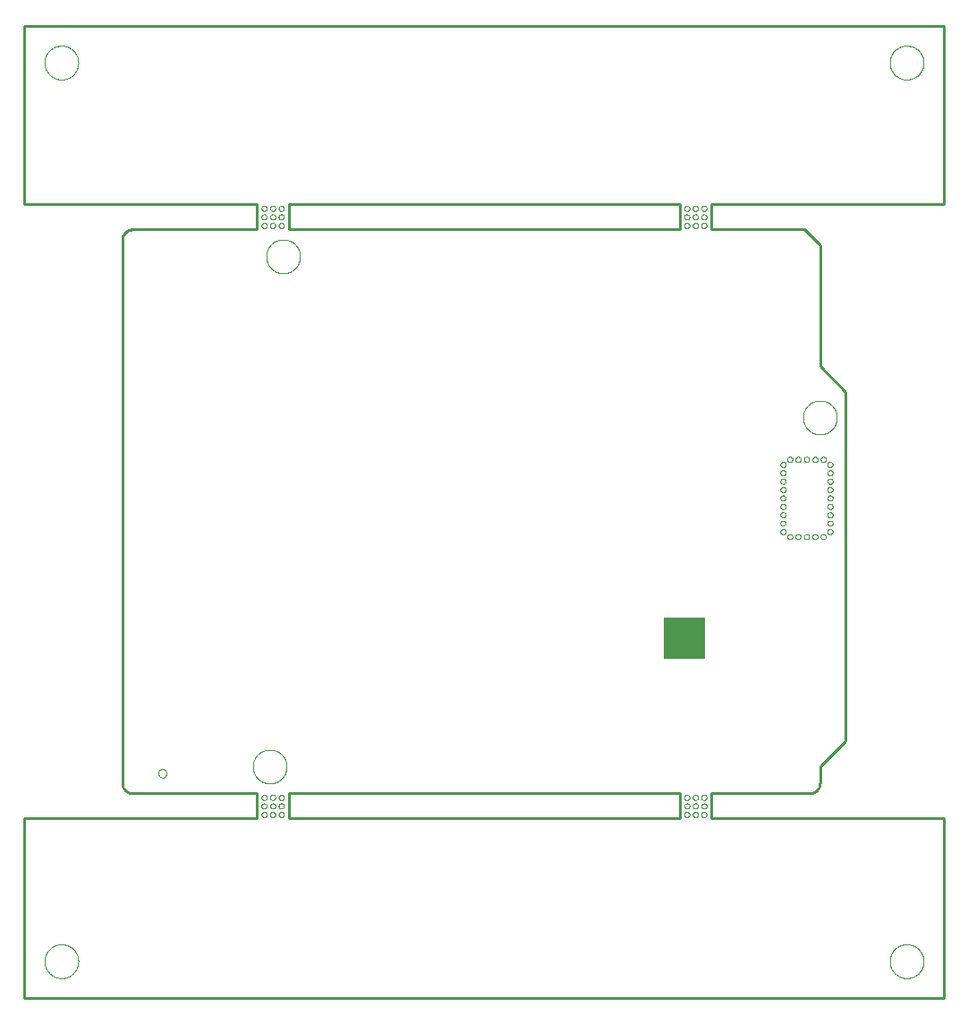
<source format=gbp>
G75*
%MOIN*%
%OFA0B0*%
%FSLAX25Y25*%
%IPPOS*%
%LPD*%
%AMOC8*
5,1,8,0,0,1.08239X$1,22.5*
%
%ADD10C,0.00000*%
%ADD11C,0.01000*%
%ADD12R,0.15748X0.15748*%
D10*
X0008981Y0015280D02*
X0008983Y0015438D01*
X0008989Y0015596D01*
X0008999Y0015754D01*
X0009013Y0015912D01*
X0009031Y0016069D01*
X0009052Y0016226D01*
X0009078Y0016382D01*
X0009108Y0016538D01*
X0009141Y0016693D01*
X0009179Y0016846D01*
X0009220Y0016999D01*
X0009265Y0017151D01*
X0009314Y0017302D01*
X0009367Y0017451D01*
X0009423Y0017599D01*
X0009483Y0017745D01*
X0009547Y0017890D01*
X0009615Y0018033D01*
X0009686Y0018175D01*
X0009760Y0018315D01*
X0009838Y0018452D01*
X0009920Y0018588D01*
X0010004Y0018722D01*
X0010093Y0018853D01*
X0010184Y0018982D01*
X0010279Y0019109D01*
X0010376Y0019234D01*
X0010477Y0019356D01*
X0010581Y0019475D01*
X0010688Y0019592D01*
X0010798Y0019706D01*
X0010911Y0019817D01*
X0011026Y0019926D01*
X0011144Y0020031D01*
X0011265Y0020133D01*
X0011388Y0020233D01*
X0011514Y0020329D01*
X0011642Y0020422D01*
X0011772Y0020512D01*
X0011905Y0020598D01*
X0012040Y0020682D01*
X0012176Y0020761D01*
X0012315Y0020838D01*
X0012456Y0020910D01*
X0012598Y0020980D01*
X0012742Y0021045D01*
X0012888Y0021107D01*
X0013035Y0021165D01*
X0013184Y0021220D01*
X0013334Y0021271D01*
X0013485Y0021318D01*
X0013637Y0021361D01*
X0013790Y0021400D01*
X0013945Y0021436D01*
X0014100Y0021467D01*
X0014256Y0021495D01*
X0014412Y0021519D01*
X0014569Y0021539D01*
X0014727Y0021555D01*
X0014884Y0021567D01*
X0015043Y0021575D01*
X0015201Y0021579D01*
X0015359Y0021579D01*
X0015517Y0021575D01*
X0015676Y0021567D01*
X0015833Y0021555D01*
X0015991Y0021539D01*
X0016148Y0021519D01*
X0016304Y0021495D01*
X0016460Y0021467D01*
X0016615Y0021436D01*
X0016770Y0021400D01*
X0016923Y0021361D01*
X0017075Y0021318D01*
X0017226Y0021271D01*
X0017376Y0021220D01*
X0017525Y0021165D01*
X0017672Y0021107D01*
X0017818Y0021045D01*
X0017962Y0020980D01*
X0018104Y0020910D01*
X0018245Y0020838D01*
X0018384Y0020761D01*
X0018520Y0020682D01*
X0018655Y0020598D01*
X0018788Y0020512D01*
X0018918Y0020422D01*
X0019046Y0020329D01*
X0019172Y0020233D01*
X0019295Y0020133D01*
X0019416Y0020031D01*
X0019534Y0019926D01*
X0019649Y0019817D01*
X0019762Y0019706D01*
X0019872Y0019592D01*
X0019979Y0019475D01*
X0020083Y0019356D01*
X0020184Y0019234D01*
X0020281Y0019109D01*
X0020376Y0018982D01*
X0020467Y0018853D01*
X0020556Y0018722D01*
X0020640Y0018588D01*
X0020722Y0018452D01*
X0020800Y0018315D01*
X0020874Y0018175D01*
X0020945Y0018033D01*
X0021013Y0017890D01*
X0021077Y0017745D01*
X0021137Y0017599D01*
X0021193Y0017451D01*
X0021246Y0017302D01*
X0021295Y0017151D01*
X0021340Y0016999D01*
X0021381Y0016846D01*
X0021419Y0016693D01*
X0021452Y0016538D01*
X0021482Y0016382D01*
X0021508Y0016226D01*
X0021529Y0016069D01*
X0021547Y0015912D01*
X0021561Y0015754D01*
X0021571Y0015596D01*
X0021577Y0015438D01*
X0021579Y0015280D01*
X0021577Y0015122D01*
X0021571Y0014964D01*
X0021561Y0014806D01*
X0021547Y0014648D01*
X0021529Y0014491D01*
X0021508Y0014334D01*
X0021482Y0014178D01*
X0021452Y0014022D01*
X0021419Y0013867D01*
X0021381Y0013714D01*
X0021340Y0013561D01*
X0021295Y0013409D01*
X0021246Y0013258D01*
X0021193Y0013109D01*
X0021137Y0012961D01*
X0021077Y0012815D01*
X0021013Y0012670D01*
X0020945Y0012527D01*
X0020874Y0012385D01*
X0020800Y0012245D01*
X0020722Y0012108D01*
X0020640Y0011972D01*
X0020556Y0011838D01*
X0020467Y0011707D01*
X0020376Y0011578D01*
X0020281Y0011451D01*
X0020184Y0011326D01*
X0020083Y0011204D01*
X0019979Y0011085D01*
X0019872Y0010968D01*
X0019762Y0010854D01*
X0019649Y0010743D01*
X0019534Y0010634D01*
X0019416Y0010529D01*
X0019295Y0010427D01*
X0019172Y0010327D01*
X0019046Y0010231D01*
X0018918Y0010138D01*
X0018788Y0010048D01*
X0018655Y0009962D01*
X0018520Y0009878D01*
X0018384Y0009799D01*
X0018245Y0009722D01*
X0018104Y0009650D01*
X0017962Y0009580D01*
X0017818Y0009515D01*
X0017672Y0009453D01*
X0017525Y0009395D01*
X0017376Y0009340D01*
X0017226Y0009289D01*
X0017075Y0009242D01*
X0016923Y0009199D01*
X0016770Y0009160D01*
X0016615Y0009124D01*
X0016460Y0009093D01*
X0016304Y0009065D01*
X0016148Y0009041D01*
X0015991Y0009021D01*
X0015833Y0009005D01*
X0015676Y0008993D01*
X0015517Y0008985D01*
X0015359Y0008981D01*
X0015201Y0008981D01*
X0015043Y0008985D01*
X0014884Y0008993D01*
X0014727Y0009005D01*
X0014569Y0009021D01*
X0014412Y0009041D01*
X0014256Y0009065D01*
X0014100Y0009093D01*
X0013945Y0009124D01*
X0013790Y0009160D01*
X0013637Y0009199D01*
X0013485Y0009242D01*
X0013334Y0009289D01*
X0013184Y0009340D01*
X0013035Y0009395D01*
X0012888Y0009453D01*
X0012742Y0009515D01*
X0012598Y0009580D01*
X0012456Y0009650D01*
X0012315Y0009722D01*
X0012176Y0009799D01*
X0012040Y0009878D01*
X0011905Y0009962D01*
X0011772Y0010048D01*
X0011642Y0010138D01*
X0011514Y0010231D01*
X0011388Y0010327D01*
X0011265Y0010427D01*
X0011144Y0010529D01*
X0011026Y0010634D01*
X0010911Y0010743D01*
X0010798Y0010854D01*
X0010688Y0010968D01*
X0010581Y0011085D01*
X0010477Y0011204D01*
X0010376Y0011326D01*
X0010279Y0011451D01*
X0010184Y0011578D01*
X0010093Y0011707D01*
X0010004Y0011838D01*
X0009920Y0011972D01*
X0009838Y0012108D01*
X0009760Y0012245D01*
X0009686Y0012385D01*
X0009615Y0012527D01*
X0009547Y0012670D01*
X0009483Y0012815D01*
X0009423Y0012961D01*
X0009367Y0013109D01*
X0009314Y0013258D01*
X0009265Y0013409D01*
X0009220Y0013561D01*
X0009179Y0013714D01*
X0009141Y0013867D01*
X0009108Y0014022D01*
X0009078Y0014178D01*
X0009052Y0014334D01*
X0009031Y0014491D01*
X0009013Y0014648D01*
X0008999Y0014806D01*
X0008989Y0014964D01*
X0008983Y0015122D01*
X0008981Y0015280D01*
X0051342Y0085280D02*
X0051344Y0085359D01*
X0051350Y0085438D01*
X0051360Y0085517D01*
X0051374Y0085595D01*
X0051391Y0085672D01*
X0051413Y0085748D01*
X0051438Y0085823D01*
X0051468Y0085896D01*
X0051500Y0085968D01*
X0051537Y0086039D01*
X0051577Y0086107D01*
X0051620Y0086173D01*
X0051666Y0086237D01*
X0051716Y0086299D01*
X0051769Y0086358D01*
X0051824Y0086414D01*
X0051883Y0086468D01*
X0051944Y0086518D01*
X0052007Y0086566D01*
X0052073Y0086610D01*
X0052141Y0086651D01*
X0052211Y0086688D01*
X0052282Y0086722D01*
X0052356Y0086752D01*
X0052430Y0086778D01*
X0052506Y0086800D01*
X0052583Y0086819D01*
X0052661Y0086834D01*
X0052739Y0086845D01*
X0052818Y0086852D01*
X0052897Y0086855D01*
X0052976Y0086854D01*
X0053055Y0086849D01*
X0053134Y0086840D01*
X0053212Y0086827D01*
X0053289Y0086810D01*
X0053366Y0086790D01*
X0053441Y0086765D01*
X0053515Y0086737D01*
X0053588Y0086705D01*
X0053658Y0086670D01*
X0053727Y0086631D01*
X0053794Y0086588D01*
X0053859Y0086542D01*
X0053921Y0086494D01*
X0053981Y0086442D01*
X0054038Y0086387D01*
X0054092Y0086329D01*
X0054143Y0086269D01*
X0054191Y0086206D01*
X0054236Y0086141D01*
X0054278Y0086073D01*
X0054316Y0086004D01*
X0054350Y0085933D01*
X0054381Y0085860D01*
X0054409Y0085785D01*
X0054432Y0085710D01*
X0054452Y0085633D01*
X0054468Y0085556D01*
X0054480Y0085477D01*
X0054488Y0085399D01*
X0054492Y0085320D01*
X0054492Y0085240D01*
X0054488Y0085161D01*
X0054480Y0085083D01*
X0054468Y0085004D01*
X0054452Y0084927D01*
X0054432Y0084850D01*
X0054409Y0084775D01*
X0054381Y0084700D01*
X0054350Y0084627D01*
X0054316Y0084556D01*
X0054278Y0084487D01*
X0054236Y0084419D01*
X0054191Y0084354D01*
X0054143Y0084291D01*
X0054092Y0084231D01*
X0054038Y0084173D01*
X0053981Y0084118D01*
X0053921Y0084066D01*
X0053859Y0084018D01*
X0053794Y0083972D01*
X0053727Y0083929D01*
X0053658Y0083890D01*
X0053588Y0083855D01*
X0053515Y0083823D01*
X0053441Y0083795D01*
X0053366Y0083770D01*
X0053289Y0083750D01*
X0053212Y0083733D01*
X0053134Y0083720D01*
X0053055Y0083711D01*
X0052976Y0083706D01*
X0052897Y0083705D01*
X0052818Y0083708D01*
X0052739Y0083715D01*
X0052661Y0083726D01*
X0052583Y0083741D01*
X0052506Y0083760D01*
X0052430Y0083782D01*
X0052356Y0083808D01*
X0052282Y0083838D01*
X0052211Y0083872D01*
X0052141Y0083909D01*
X0052073Y0083950D01*
X0052007Y0083994D01*
X0051944Y0084042D01*
X0051883Y0084092D01*
X0051824Y0084146D01*
X0051769Y0084202D01*
X0051716Y0084261D01*
X0051666Y0084323D01*
X0051620Y0084387D01*
X0051577Y0084453D01*
X0051537Y0084521D01*
X0051500Y0084592D01*
X0051468Y0084664D01*
X0051438Y0084737D01*
X0051413Y0084812D01*
X0051391Y0084888D01*
X0051374Y0084965D01*
X0051360Y0085043D01*
X0051350Y0085122D01*
X0051344Y0085201D01*
X0051342Y0085280D01*
X0089837Y0076303D02*
X0089839Y0076365D01*
X0089845Y0076428D01*
X0089855Y0076489D01*
X0089869Y0076550D01*
X0089886Y0076610D01*
X0089907Y0076669D01*
X0089933Y0076726D01*
X0089961Y0076781D01*
X0089993Y0076835D01*
X0090029Y0076886D01*
X0090067Y0076936D01*
X0090109Y0076982D01*
X0090153Y0077026D01*
X0090201Y0077067D01*
X0090250Y0077105D01*
X0090302Y0077139D01*
X0090356Y0077170D01*
X0090412Y0077198D01*
X0090470Y0077222D01*
X0090529Y0077243D01*
X0090589Y0077259D01*
X0090650Y0077272D01*
X0090712Y0077281D01*
X0090774Y0077286D01*
X0090837Y0077287D01*
X0090899Y0077284D01*
X0090961Y0077277D01*
X0091023Y0077266D01*
X0091083Y0077251D01*
X0091143Y0077233D01*
X0091201Y0077211D01*
X0091258Y0077185D01*
X0091313Y0077155D01*
X0091366Y0077122D01*
X0091417Y0077086D01*
X0091465Y0077047D01*
X0091511Y0077004D01*
X0091554Y0076959D01*
X0091594Y0076911D01*
X0091631Y0076861D01*
X0091665Y0076808D01*
X0091696Y0076754D01*
X0091722Y0076698D01*
X0091746Y0076640D01*
X0091765Y0076580D01*
X0091781Y0076520D01*
X0091793Y0076458D01*
X0091801Y0076397D01*
X0091805Y0076334D01*
X0091805Y0076272D01*
X0091801Y0076209D01*
X0091793Y0076148D01*
X0091781Y0076086D01*
X0091765Y0076026D01*
X0091746Y0075966D01*
X0091722Y0075908D01*
X0091696Y0075852D01*
X0091665Y0075798D01*
X0091631Y0075745D01*
X0091594Y0075695D01*
X0091554Y0075647D01*
X0091511Y0075602D01*
X0091465Y0075559D01*
X0091417Y0075520D01*
X0091366Y0075484D01*
X0091313Y0075451D01*
X0091258Y0075421D01*
X0091201Y0075395D01*
X0091143Y0075373D01*
X0091083Y0075355D01*
X0091023Y0075340D01*
X0090961Y0075329D01*
X0090899Y0075322D01*
X0090837Y0075319D01*
X0090774Y0075320D01*
X0090712Y0075325D01*
X0090650Y0075334D01*
X0090589Y0075347D01*
X0090529Y0075363D01*
X0090470Y0075384D01*
X0090412Y0075408D01*
X0090356Y0075436D01*
X0090302Y0075467D01*
X0090250Y0075501D01*
X0090201Y0075539D01*
X0090153Y0075580D01*
X0090109Y0075624D01*
X0090067Y0075670D01*
X0090029Y0075720D01*
X0089993Y0075771D01*
X0089961Y0075825D01*
X0089933Y0075880D01*
X0089907Y0075937D01*
X0089886Y0075996D01*
X0089869Y0076056D01*
X0089855Y0076117D01*
X0089845Y0076178D01*
X0089839Y0076241D01*
X0089837Y0076303D01*
X0089837Y0073104D02*
X0089839Y0073166D01*
X0089845Y0073229D01*
X0089855Y0073290D01*
X0089869Y0073351D01*
X0089886Y0073411D01*
X0089907Y0073470D01*
X0089933Y0073527D01*
X0089961Y0073582D01*
X0089993Y0073636D01*
X0090029Y0073687D01*
X0090067Y0073737D01*
X0090109Y0073783D01*
X0090153Y0073827D01*
X0090201Y0073868D01*
X0090250Y0073906D01*
X0090302Y0073940D01*
X0090356Y0073971D01*
X0090412Y0073999D01*
X0090470Y0074023D01*
X0090529Y0074044D01*
X0090589Y0074060D01*
X0090650Y0074073D01*
X0090712Y0074082D01*
X0090774Y0074087D01*
X0090837Y0074088D01*
X0090899Y0074085D01*
X0090961Y0074078D01*
X0091023Y0074067D01*
X0091083Y0074052D01*
X0091143Y0074034D01*
X0091201Y0074012D01*
X0091258Y0073986D01*
X0091313Y0073956D01*
X0091366Y0073923D01*
X0091417Y0073887D01*
X0091465Y0073848D01*
X0091511Y0073805D01*
X0091554Y0073760D01*
X0091594Y0073712D01*
X0091631Y0073662D01*
X0091665Y0073609D01*
X0091696Y0073555D01*
X0091722Y0073499D01*
X0091746Y0073441D01*
X0091765Y0073381D01*
X0091781Y0073321D01*
X0091793Y0073259D01*
X0091801Y0073198D01*
X0091805Y0073135D01*
X0091805Y0073073D01*
X0091801Y0073010D01*
X0091793Y0072949D01*
X0091781Y0072887D01*
X0091765Y0072827D01*
X0091746Y0072767D01*
X0091722Y0072709D01*
X0091696Y0072653D01*
X0091665Y0072599D01*
X0091631Y0072546D01*
X0091594Y0072496D01*
X0091554Y0072448D01*
X0091511Y0072403D01*
X0091465Y0072360D01*
X0091417Y0072321D01*
X0091366Y0072285D01*
X0091313Y0072252D01*
X0091258Y0072222D01*
X0091201Y0072196D01*
X0091143Y0072174D01*
X0091083Y0072156D01*
X0091023Y0072141D01*
X0090961Y0072130D01*
X0090899Y0072123D01*
X0090837Y0072120D01*
X0090774Y0072121D01*
X0090712Y0072126D01*
X0090650Y0072135D01*
X0090589Y0072148D01*
X0090529Y0072164D01*
X0090470Y0072185D01*
X0090412Y0072209D01*
X0090356Y0072237D01*
X0090302Y0072268D01*
X0090250Y0072302D01*
X0090201Y0072340D01*
X0090153Y0072381D01*
X0090109Y0072425D01*
X0090067Y0072471D01*
X0090029Y0072521D01*
X0089993Y0072572D01*
X0089961Y0072626D01*
X0089933Y0072681D01*
X0089907Y0072738D01*
X0089886Y0072797D01*
X0089869Y0072857D01*
X0089855Y0072918D01*
X0089845Y0072979D01*
X0089839Y0073042D01*
X0089837Y0073104D01*
X0089837Y0069906D02*
X0089839Y0069968D01*
X0089845Y0070031D01*
X0089855Y0070092D01*
X0089869Y0070153D01*
X0089886Y0070213D01*
X0089907Y0070272D01*
X0089933Y0070329D01*
X0089961Y0070384D01*
X0089993Y0070438D01*
X0090029Y0070489D01*
X0090067Y0070539D01*
X0090109Y0070585D01*
X0090153Y0070629D01*
X0090201Y0070670D01*
X0090250Y0070708D01*
X0090302Y0070742D01*
X0090356Y0070773D01*
X0090412Y0070801D01*
X0090470Y0070825D01*
X0090529Y0070846D01*
X0090589Y0070862D01*
X0090650Y0070875D01*
X0090712Y0070884D01*
X0090774Y0070889D01*
X0090837Y0070890D01*
X0090899Y0070887D01*
X0090961Y0070880D01*
X0091023Y0070869D01*
X0091083Y0070854D01*
X0091143Y0070836D01*
X0091201Y0070814D01*
X0091258Y0070788D01*
X0091313Y0070758D01*
X0091366Y0070725D01*
X0091417Y0070689D01*
X0091465Y0070650D01*
X0091511Y0070607D01*
X0091554Y0070562D01*
X0091594Y0070514D01*
X0091631Y0070464D01*
X0091665Y0070411D01*
X0091696Y0070357D01*
X0091722Y0070301D01*
X0091746Y0070243D01*
X0091765Y0070183D01*
X0091781Y0070123D01*
X0091793Y0070061D01*
X0091801Y0070000D01*
X0091805Y0069937D01*
X0091805Y0069875D01*
X0091801Y0069812D01*
X0091793Y0069751D01*
X0091781Y0069689D01*
X0091765Y0069629D01*
X0091746Y0069569D01*
X0091722Y0069511D01*
X0091696Y0069455D01*
X0091665Y0069401D01*
X0091631Y0069348D01*
X0091594Y0069298D01*
X0091554Y0069250D01*
X0091511Y0069205D01*
X0091465Y0069162D01*
X0091417Y0069123D01*
X0091366Y0069087D01*
X0091313Y0069054D01*
X0091258Y0069024D01*
X0091201Y0068998D01*
X0091143Y0068976D01*
X0091083Y0068958D01*
X0091023Y0068943D01*
X0090961Y0068932D01*
X0090899Y0068925D01*
X0090837Y0068922D01*
X0090774Y0068923D01*
X0090712Y0068928D01*
X0090650Y0068937D01*
X0090589Y0068950D01*
X0090529Y0068966D01*
X0090470Y0068987D01*
X0090412Y0069011D01*
X0090356Y0069039D01*
X0090302Y0069070D01*
X0090250Y0069104D01*
X0090201Y0069142D01*
X0090153Y0069183D01*
X0090109Y0069227D01*
X0090067Y0069273D01*
X0090029Y0069323D01*
X0089993Y0069374D01*
X0089961Y0069428D01*
X0089933Y0069483D01*
X0089907Y0069540D01*
X0089886Y0069599D01*
X0089869Y0069659D01*
X0089855Y0069720D01*
X0089845Y0069781D01*
X0089839Y0069844D01*
X0089837Y0069906D01*
X0093036Y0069906D02*
X0093038Y0069968D01*
X0093044Y0070031D01*
X0093054Y0070092D01*
X0093068Y0070153D01*
X0093085Y0070213D01*
X0093106Y0070272D01*
X0093132Y0070329D01*
X0093160Y0070384D01*
X0093192Y0070438D01*
X0093228Y0070489D01*
X0093266Y0070539D01*
X0093308Y0070585D01*
X0093352Y0070629D01*
X0093400Y0070670D01*
X0093449Y0070708D01*
X0093501Y0070742D01*
X0093555Y0070773D01*
X0093611Y0070801D01*
X0093669Y0070825D01*
X0093728Y0070846D01*
X0093788Y0070862D01*
X0093849Y0070875D01*
X0093911Y0070884D01*
X0093973Y0070889D01*
X0094036Y0070890D01*
X0094098Y0070887D01*
X0094160Y0070880D01*
X0094222Y0070869D01*
X0094282Y0070854D01*
X0094342Y0070836D01*
X0094400Y0070814D01*
X0094457Y0070788D01*
X0094512Y0070758D01*
X0094565Y0070725D01*
X0094616Y0070689D01*
X0094664Y0070650D01*
X0094710Y0070607D01*
X0094753Y0070562D01*
X0094793Y0070514D01*
X0094830Y0070464D01*
X0094864Y0070411D01*
X0094895Y0070357D01*
X0094921Y0070301D01*
X0094945Y0070243D01*
X0094964Y0070183D01*
X0094980Y0070123D01*
X0094992Y0070061D01*
X0095000Y0070000D01*
X0095004Y0069937D01*
X0095004Y0069875D01*
X0095000Y0069812D01*
X0094992Y0069751D01*
X0094980Y0069689D01*
X0094964Y0069629D01*
X0094945Y0069569D01*
X0094921Y0069511D01*
X0094895Y0069455D01*
X0094864Y0069401D01*
X0094830Y0069348D01*
X0094793Y0069298D01*
X0094753Y0069250D01*
X0094710Y0069205D01*
X0094664Y0069162D01*
X0094616Y0069123D01*
X0094565Y0069087D01*
X0094512Y0069054D01*
X0094457Y0069024D01*
X0094400Y0068998D01*
X0094342Y0068976D01*
X0094282Y0068958D01*
X0094222Y0068943D01*
X0094160Y0068932D01*
X0094098Y0068925D01*
X0094036Y0068922D01*
X0093973Y0068923D01*
X0093911Y0068928D01*
X0093849Y0068937D01*
X0093788Y0068950D01*
X0093728Y0068966D01*
X0093669Y0068987D01*
X0093611Y0069011D01*
X0093555Y0069039D01*
X0093501Y0069070D01*
X0093449Y0069104D01*
X0093400Y0069142D01*
X0093352Y0069183D01*
X0093308Y0069227D01*
X0093266Y0069273D01*
X0093228Y0069323D01*
X0093192Y0069374D01*
X0093160Y0069428D01*
X0093132Y0069483D01*
X0093106Y0069540D01*
X0093085Y0069599D01*
X0093068Y0069659D01*
X0093054Y0069720D01*
X0093044Y0069781D01*
X0093038Y0069844D01*
X0093036Y0069906D01*
X0093036Y0073104D02*
X0093038Y0073166D01*
X0093044Y0073229D01*
X0093054Y0073290D01*
X0093068Y0073351D01*
X0093085Y0073411D01*
X0093106Y0073470D01*
X0093132Y0073527D01*
X0093160Y0073582D01*
X0093192Y0073636D01*
X0093228Y0073687D01*
X0093266Y0073737D01*
X0093308Y0073783D01*
X0093352Y0073827D01*
X0093400Y0073868D01*
X0093449Y0073906D01*
X0093501Y0073940D01*
X0093555Y0073971D01*
X0093611Y0073999D01*
X0093669Y0074023D01*
X0093728Y0074044D01*
X0093788Y0074060D01*
X0093849Y0074073D01*
X0093911Y0074082D01*
X0093973Y0074087D01*
X0094036Y0074088D01*
X0094098Y0074085D01*
X0094160Y0074078D01*
X0094222Y0074067D01*
X0094282Y0074052D01*
X0094342Y0074034D01*
X0094400Y0074012D01*
X0094457Y0073986D01*
X0094512Y0073956D01*
X0094565Y0073923D01*
X0094616Y0073887D01*
X0094664Y0073848D01*
X0094710Y0073805D01*
X0094753Y0073760D01*
X0094793Y0073712D01*
X0094830Y0073662D01*
X0094864Y0073609D01*
X0094895Y0073555D01*
X0094921Y0073499D01*
X0094945Y0073441D01*
X0094964Y0073381D01*
X0094980Y0073321D01*
X0094992Y0073259D01*
X0095000Y0073198D01*
X0095004Y0073135D01*
X0095004Y0073073D01*
X0095000Y0073010D01*
X0094992Y0072949D01*
X0094980Y0072887D01*
X0094964Y0072827D01*
X0094945Y0072767D01*
X0094921Y0072709D01*
X0094895Y0072653D01*
X0094864Y0072599D01*
X0094830Y0072546D01*
X0094793Y0072496D01*
X0094753Y0072448D01*
X0094710Y0072403D01*
X0094664Y0072360D01*
X0094616Y0072321D01*
X0094565Y0072285D01*
X0094512Y0072252D01*
X0094457Y0072222D01*
X0094400Y0072196D01*
X0094342Y0072174D01*
X0094282Y0072156D01*
X0094222Y0072141D01*
X0094160Y0072130D01*
X0094098Y0072123D01*
X0094036Y0072120D01*
X0093973Y0072121D01*
X0093911Y0072126D01*
X0093849Y0072135D01*
X0093788Y0072148D01*
X0093728Y0072164D01*
X0093669Y0072185D01*
X0093611Y0072209D01*
X0093555Y0072237D01*
X0093501Y0072268D01*
X0093449Y0072302D01*
X0093400Y0072340D01*
X0093352Y0072381D01*
X0093308Y0072425D01*
X0093266Y0072471D01*
X0093228Y0072521D01*
X0093192Y0072572D01*
X0093160Y0072626D01*
X0093132Y0072681D01*
X0093106Y0072738D01*
X0093085Y0072797D01*
X0093068Y0072857D01*
X0093054Y0072918D01*
X0093044Y0072979D01*
X0093038Y0073042D01*
X0093036Y0073104D01*
X0093036Y0076303D02*
X0093038Y0076365D01*
X0093044Y0076428D01*
X0093054Y0076489D01*
X0093068Y0076550D01*
X0093085Y0076610D01*
X0093106Y0076669D01*
X0093132Y0076726D01*
X0093160Y0076781D01*
X0093192Y0076835D01*
X0093228Y0076886D01*
X0093266Y0076936D01*
X0093308Y0076982D01*
X0093352Y0077026D01*
X0093400Y0077067D01*
X0093449Y0077105D01*
X0093501Y0077139D01*
X0093555Y0077170D01*
X0093611Y0077198D01*
X0093669Y0077222D01*
X0093728Y0077243D01*
X0093788Y0077259D01*
X0093849Y0077272D01*
X0093911Y0077281D01*
X0093973Y0077286D01*
X0094036Y0077287D01*
X0094098Y0077284D01*
X0094160Y0077277D01*
X0094222Y0077266D01*
X0094282Y0077251D01*
X0094342Y0077233D01*
X0094400Y0077211D01*
X0094457Y0077185D01*
X0094512Y0077155D01*
X0094565Y0077122D01*
X0094616Y0077086D01*
X0094664Y0077047D01*
X0094710Y0077004D01*
X0094753Y0076959D01*
X0094793Y0076911D01*
X0094830Y0076861D01*
X0094864Y0076808D01*
X0094895Y0076754D01*
X0094921Y0076698D01*
X0094945Y0076640D01*
X0094964Y0076580D01*
X0094980Y0076520D01*
X0094992Y0076458D01*
X0095000Y0076397D01*
X0095004Y0076334D01*
X0095004Y0076272D01*
X0095000Y0076209D01*
X0094992Y0076148D01*
X0094980Y0076086D01*
X0094964Y0076026D01*
X0094945Y0075966D01*
X0094921Y0075908D01*
X0094895Y0075852D01*
X0094864Y0075798D01*
X0094830Y0075745D01*
X0094793Y0075695D01*
X0094753Y0075647D01*
X0094710Y0075602D01*
X0094664Y0075559D01*
X0094616Y0075520D01*
X0094565Y0075484D01*
X0094512Y0075451D01*
X0094457Y0075421D01*
X0094400Y0075395D01*
X0094342Y0075373D01*
X0094282Y0075355D01*
X0094222Y0075340D01*
X0094160Y0075329D01*
X0094098Y0075322D01*
X0094036Y0075319D01*
X0093973Y0075320D01*
X0093911Y0075325D01*
X0093849Y0075334D01*
X0093788Y0075347D01*
X0093728Y0075363D01*
X0093669Y0075384D01*
X0093611Y0075408D01*
X0093555Y0075436D01*
X0093501Y0075467D01*
X0093449Y0075501D01*
X0093400Y0075539D01*
X0093352Y0075580D01*
X0093308Y0075624D01*
X0093266Y0075670D01*
X0093228Y0075720D01*
X0093192Y0075771D01*
X0093160Y0075825D01*
X0093132Y0075880D01*
X0093106Y0075937D01*
X0093085Y0075996D01*
X0093068Y0076056D01*
X0093054Y0076117D01*
X0093044Y0076178D01*
X0093038Y0076241D01*
X0093036Y0076303D01*
X0096235Y0076303D02*
X0096237Y0076365D01*
X0096243Y0076428D01*
X0096253Y0076489D01*
X0096267Y0076550D01*
X0096284Y0076610D01*
X0096305Y0076669D01*
X0096331Y0076726D01*
X0096359Y0076781D01*
X0096391Y0076835D01*
X0096427Y0076886D01*
X0096465Y0076936D01*
X0096507Y0076982D01*
X0096551Y0077026D01*
X0096599Y0077067D01*
X0096648Y0077105D01*
X0096700Y0077139D01*
X0096754Y0077170D01*
X0096810Y0077198D01*
X0096868Y0077222D01*
X0096927Y0077243D01*
X0096987Y0077259D01*
X0097048Y0077272D01*
X0097110Y0077281D01*
X0097172Y0077286D01*
X0097235Y0077287D01*
X0097297Y0077284D01*
X0097359Y0077277D01*
X0097421Y0077266D01*
X0097481Y0077251D01*
X0097541Y0077233D01*
X0097599Y0077211D01*
X0097656Y0077185D01*
X0097711Y0077155D01*
X0097764Y0077122D01*
X0097815Y0077086D01*
X0097863Y0077047D01*
X0097909Y0077004D01*
X0097952Y0076959D01*
X0097992Y0076911D01*
X0098029Y0076861D01*
X0098063Y0076808D01*
X0098094Y0076754D01*
X0098120Y0076698D01*
X0098144Y0076640D01*
X0098163Y0076580D01*
X0098179Y0076520D01*
X0098191Y0076458D01*
X0098199Y0076397D01*
X0098203Y0076334D01*
X0098203Y0076272D01*
X0098199Y0076209D01*
X0098191Y0076148D01*
X0098179Y0076086D01*
X0098163Y0076026D01*
X0098144Y0075966D01*
X0098120Y0075908D01*
X0098094Y0075852D01*
X0098063Y0075798D01*
X0098029Y0075745D01*
X0097992Y0075695D01*
X0097952Y0075647D01*
X0097909Y0075602D01*
X0097863Y0075559D01*
X0097815Y0075520D01*
X0097764Y0075484D01*
X0097711Y0075451D01*
X0097656Y0075421D01*
X0097599Y0075395D01*
X0097541Y0075373D01*
X0097481Y0075355D01*
X0097421Y0075340D01*
X0097359Y0075329D01*
X0097297Y0075322D01*
X0097235Y0075319D01*
X0097172Y0075320D01*
X0097110Y0075325D01*
X0097048Y0075334D01*
X0096987Y0075347D01*
X0096927Y0075363D01*
X0096868Y0075384D01*
X0096810Y0075408D01*
X0096754Y0075436D01*
X0096700Y0075467D01*
X0096648Y0075501D01*
X0096599Y0075539D01*
X0096551Y0075580D01*
X0096507Y0075624D01*
X0096465Y0075670D01*
X0096427Y0075720D01*
X0096391Y0075771D01*
X0096359Y0075825D01*
X0096331Y0075880D01*
X0096305Y0075937D01*
X0096284Y0075996D01*
X0096267Y0076056D01*
X0096253Y0076117D01*
X0096243Y0076178D01*
X0096237Y0076241D01*
X0096235Y0076303D01*
X0096235Y0073104D02*
X0096237Y0073166D01*
X0096243Y0073229D01*
X0096253Y0073290D01*
X0096267Y0073351D01*
X0096284Y0073411D01*
X0096305Y0073470D01*
X0096331Y0073527D01*
X0096359Y0073582D01*
X0096391Y0073636D01*
X0096427Y0073687D01*
X0096465Y0073737D01*
X0096507Y0073783D01*
X0096551Y0073827D01*
X0096599Y0073868D01*
X0096648Y0073906D01*
X0096700Y0073940D01*
X0096754Y0073971D01*
X0096810Y0073999D01*
X0096868Y0074023D01*
X0096927Y0074044D01*
X0096987Y0074060D01*
X0097048Y0074073D01*
X0097110Y0074082D01*
X0097172Y0074087D01*
X0097235Y0074088D01*
X0097297Y0074085D01*
X0097359Y0074078D01*
X0097421Y0074067D01*
X0097481Y0074052D01*
X0097541Y0074034D01*
X0097599Y0074012D01*
X0097656Y0073986D01*
X0097711Y0073956D01*
X0097764Y0073923D01*
X0097815Y0073887D01*
X0097863Y0073848D01*
X0097909Y0073805D01*
X0097952Y0073760D01*
X0097992Y0073712D01*
X0098029Y0073662D01*
X0098063Y0073609D01*
X0098094Y0073555D01*
X0098120Y0073499D01*
X0098144Y0073441D01*
X0098163Y0073381D01*
X0098179Y0073321D01*
X0098191Y0073259D01*
X0098199Y0073198D01*
X0098203Y0073135D01*
X0098203Y0073073D01*
X0098199Y0073010D01*
X0098191Y0072949D01*
X0098179Y0072887D01*
X0098163Y0072827D01*
X0098144Y0072767D01*
X0098120Y0072709D01*
X0098094Y0072653D01*
X0098063Y0072599D01*
X0098029Y0072546D01*
X0097992Y0072496D01*
X0097952Y0072448D01*
X0097909Y0072403D01*
X0097863Y0072360D01*
X0097815Y0072321D01*
X0097764Y0072285D01*
X0097711Y0072252D01*
X0097656Y0072222D01*
X0097599Y0072196D01*
X0097541Y0072174D01*
X0097481Y0072156D01*
X0097421Y0072141D01*
X0097359Y0072130D01*
X0097297Y0072123D01*
X0097235Y0072120D01*
X0097172Y0072121D01*
X0097110Y0072126D01*
X0097048Y0072135D01*
X0096987Y0072148D01*
X0096927Y0072164D01*
X0096868Y0072185D01*
X0096810Y0072209D01*
X0096754Y0072237D01*
X0096700Y0072268D01*
X0096648Y0072302D01*
X0096599Y0072340D01*
X0096551Y0072381D01*
X0096507Y0072425D01*
X0096465Y0072471D01*
X0096427Y0072521D01*
X0096391Y0072572D01*
X0096359Y0072626D01*
X0096331Y0072681D01*
X0096305Y0072738D01*
X0096284Y0072797D01*
X0096267Y0072857D01*
X0096253Y0072918D01*
X0096243Y0072979D01*
X0096237Y0073042D01*
X0096235Y0073104D01*
X0096235Y0069906D02*
X0096237Y0069968D01*
X0096243Y0070031D01*
X0096253Y0070092D01*
X0096267Y0070153D01*
X0096284Y0070213D01*
X0096305Y0070272D01*
X0096331Y0070329D01*
X0096359Y0070384D01*
X0096391Y0070438D01*
X0096427Y0070489D01*
X0096465Y0070539D01*
X0096507Y0070585D01*
X0096551Y0070629D01*
X0096599Y0070670D01*
X0096648Y0070708D01*
X0096700Y0070742D01*
X0096754Y0070773D01*
X0096810Y0070801D01*
X0096868Y0070825D01*
X0096927Y0070846D01*
X0096987Y0070862D01*
X0097048Y0070875D01*
X0097110Y0070884D01*
X0097172Y0070889D01*
X0097235Y0070890D01*
X0097297Y0070887D01*
X0097359Y0070880D01*
X0097421Y0070869D01*
X0097481Y0070854D01*
X0097541Y0070836D01*
X0097599Y0070814D01*
X0097656Y0070788D01*
X0097711Y0070758D01*
X0097764Y0070725D01*
X0097815Y0070689D01*
X0097863Y0070650D01*
X0097909Y0070607D01*
X0097952Y0070562D01*
X0097992Y0070514D01*
X0098029Y0070464D01*
X0098063Y0070411D01*
X0098094Y0070357D01*
X0098120Y0070301D01*
X0098144Y0070243D01*
X0098163Y0070183D01*
X0098179Y0070123D01*
X0098191Y0070061D01*
X0098199Y0070000D01*
X0098203Y0069937D01*
X0098203Y0069875D01*
X0098199Y0069812D01*
X0098191Y0069751D01*
X0098179Y0069689D01*
X0098163Y0069629D01*
X0098144Y0069569D01*
X0098120Y0069511D01*
X0098094Y0069455D01*
X0098063Y0069401D01*
X0098029Y0069348D01*
X0097992Y0069298D01*
X0097952Y0069250D01*
X0097909Y0069205D01*
X0097863Y0069162D01*
X0097815Y0069123D01*
X0097764Y0069087D01*
X0097711Y0069054D01*
X0097656Y0069024D01*
X0097599Y0068998D01*
X0097541Y0068976D01*
X0097481Y0068958D01*
X0097421Y0068943D01*
X0097359Y0068932D01*
X0097297Y0068925D01*
X0097235Y0068922D01*
X0097172Y0068923D01*
X0097110Y0068928D01*
X0097048Y0068937D01*
X0096987Y0068950D01*
X0096927Y0068966D01*
X0096868Y0068987D01*
X0096810Y0069011D01*
X0096754Y0069039D01*
X0096700Y0069070D01*
X0096648Y0069104D01*
X0096599Y0069142D01*
X0096551Y0069183D01*
X0096507Y0069227D01*
X0096465Y0069273D01*
X0096427Y0069323D01*
X0096391Y0069374D01*
X0096359Y0069428D01*
X0096331Y0069483D01*
X0096305Y0069540D01*
X0096284Y0069599D01*
X0096267Y0069659D01*
X0096253Y0069720D01*
X0096243Y0069781D01*
X0096237Y0069844D01*
X0096235Y0069906D01*
X0086618Y0087780D02*
X0086620Y0087938D01*
X0086626Y0088096D01*
X0086636Y0088254D01*
X0086650Y0088412D01*
X0086668Y0088569D01*
X0086689Y0088726D01*
X0086715Y0088882D01*
X0086745Y0089038D01*
X0086778Y0089193D01*
X0086816Y0089346D01*
X0086857Y0089499D01*
X0086902Y0089651D01*
X0086951Y0089802D01*
X0087004Y0089951D01*
X0087060Y0090099D01*
X0087120Y0090245D01*
X0087184Y0090390D01*
X0087252Y0090533D01*
X0087323Y0090675D01*
X0087397Y0090815D01*
X0087475Y0090952D01*
X0087557Y0091088D01*
X0087641Y0091222D01*
X0087730Y0091353D01*
X0087821Y0091482D01*
X0087916Y0091609D01*
X0088013Y0091734D01*
X0088114Y0091856D01*
X0088218Y0091975D01*
X0088325Y0092092D01*
X0088435Y0092206D01*
X0088548Y0092317D01*
X0088663Y0092426D01*
X0088781Y0092531D01*
X0088902Y0092633D01*
X0089025Y0092733D01*
X0089151Y0092829D01*
X0089279Y0092922D01*
X0089409Y0093012D01*
X0089542Y0093098D01*
X0089677Y0093182D01*
X0089813Y0093261D01*
X0089952Y0093338D01*
X0090093Y0093410D01*
X0090235Y0093480D01*
X0090379Y0093545D01*
X0090525Y0093607D01*
X0090672Y0093665D01*
X0090821Y0093720D01*
X0090971Y0093771D01*
X0091122Y0093818D01*
X0091274Y0093861D01*
X0091427Y0093900D01*
X0091582Y0093936D01*
X0091737Y0093967D01*
X0091893Y0093995D01*
X0092049Y0094019D01*
X0092206Y0094039D01*
X0092364Y0094055D01*
X0092521Y0094067D01*
X0092680Y0094075D01*
X0092838Y0094079D01*
X0092996Y0094079D01*
X0093154Y0094075D01*
X0093313Y0094067D01*
X0093470Y0094055D01*
X0093628Y0094039D01*
X0093785Y0094019D01*
X0093941Y0093995D01*
X0094097Y0093967D01*
X0094252Y0093936D01*
X0094407Y0093900D01*
X0094560Y0093861D01*
X0094712Y0093818D01*
X0094863Y0093771D01*
X0095013Y0093720D01*
X0095162Y0093665D01*
X0095309Y0093607D01*
X0095455Y0093545D01*
X0095599Y0093480D01*
X0095741Y0093410D01*
X0095882Y0093338D01*
X0096021Y0093261D01*
X0096157Y0093182D01*
X0096292Y0093098D01*
X0096425Y0093012D01*
X0096555Y0092922D01*
X0096683Y0092829D01*
X0096809Y0092733D01*
X0096932Y0092633D01*
X0097053Y0092531D01*
X0097171Y0092426D01*
X0097286Y0092317D01*
X0097399Y0092206D01*
X0097509Y0092092D01*
X0097616Y0091975D01*
X0097720Y0091856D01*
X0097821Y0091734D01*
X0097918Y0091609D01*
X0098013Y0091482D01*
X0098104Y0091353D01*
X0098193Y0091222D01*
X0098277Y0091088D01*
X0098359Y0090952D01*
X0098437Y0090815D01*
X0098511Y0090675D01*
X0098582Y0090533D01*
X0098650Y0090390D01*
X0098714Y0090245D01*
X0098774Y0090099D01*
X0098830Y0089951D01*
X0098883Y0089802D01*
X0098932Y0089651D01*
X0098977Y0089499D01*
X0099018Y0089346D01*
X0099056Y0089193D01*
X0099089Y0089038D01*
X0099119Y0088882D01*
X0099145Y0088726D01*
X0099166Y0088569D01*
X0099184Y0088412D01*
X0099198Y0088254D01*
X0099208Y0088096D01*
X0099214Y0087938D01*
X0099216Y0087780D01*
X0099214Y0087622D01*
X0099208Y0087464D01*
X0099198Y0087306D01*
X0099184Y0087148D01*
X0099166Y0086991D01*
X0099145Y0086834D01*
X0099119Y0086678D01*
X0099089Y0086522D01*
X0099056Y0086367D01*
X0099018Y0086214D01*
X0098977Y0086061D01*
X0098932Y0085909D01*
X0098883Y0085758D01*
X0098830Y0085609D01*
X0098774Y0085461D01*
X0098714Y0085315D01*
X0098650Y0085170D01*
X0098582Y0085027D01*
X0098511Y0084885D01*
X0098437Y0084745D01*
X0098359Y0084608D01*
X0098277Y0084472D01*
X0098193Y0084338D01*
X0098104Y0084207D01*
X0098013Y0084078D01*
X0097918Y0083951D01*
X0097821Y0083826D01*
X0097720Y0083704D01*
X0097616Y0083585D01*
X0097509Y0083468D01*
X0097399Y0083354D01*
X0097286Y0083243D01*
X0097171Y0083134D01*
X0097053Y0083029D01*
X0096932Y0082927D01*
X0096809Y0082827D01*
X0096683Y0082731D01*
X0096555Y0082638D01*
X0096425Y0082548D01*
X0096292Y0082462D01*
X0096157Y0082378D01*
X0096021Y0082299D01*
X0095882Y0082222D01*
X0095741Y0082150D01*
X0095599Y0082080D01*
X0095455Y0082015D01*
X0095309Y0081953D01*
X0095162Y0081895D01*
X0095013Y0081840D01*
X0094863Y0081789D01*
X0094712Y0081742D01*
X0094560Y0081699D01*
X0094407Y0081660D01*
X0094252Y0081624D01*
X0094097Y0081593D01*
X0093941Y0081565D01*
X0093785Y0081541D01*
X0093628Y0081521D01*
X0093470Y0081505D01*
X0093313Y0081493D01*
X0093154Y0081485D01*
X0092996Y0081481D01*
X0092838Y0081481D01*
X0092680Y0081485D01*
X0092521Y0081493D01*
X0092364Y0081505D01*
X0092206Y0081521D01*
X0092049Y0081541D01*
X0091893Y0081565D01*
X0091737Y0081593D01*
X0091582Y0081624D01*
X0091427Y0081660D01*
X0091274Y0081699D01*
X0091122Y0081742D01*
X0090971Y0081789D01*
X0090821Y0081840D01*
X0090672Y0081895D01*
X0090525Y0081953D01*
X0090379Y0082015D01*
X0090235Y0082080D01*
X0090093Y0082150D01*
X0089952Y0082222D01*
X0089813Y0082299D01*
X0089677Y0082378D01*
X0089542Y0082462D01*
X0089409Y0082548D01*
X0089279Y0082638D01*
X0089151Y0082731D01*
X0089025Y0082827D01*
X0088902Y0082927D01*
X0088781Y0083029D01*
X0088663Y0083134D01*
X0088548Y0083243D01*
X0088435Y0083354D01*
X0088325Y0083468D01*
X0088218Y0083585D01*
X0088114Y0083704D01*
X0088013Y0083826D01*
X0087916Y0083951D01*
X0087821Y0084078D01*
X0087730Y0084207D01*
X0087641Y0084338D01*
X0087557Y0084472D01*
X0087475Y0084608D01*
X0087397Y0084745D01*
X0087323Y0084885D01*
X0087252Y0085027D01*
X0087184Y0085170D01*
X0087120Y0085315D01*
X0087060Y0085461D01*
X0087004Y0085609D01*
X0086951Y0085758D01*
X0086902Y0085909D01*
X0086857Y0086061D01*
X0086816Y0086214D01*
X0086778Y0086367D01*
X0086745Y0086522D01*
X0086715Y0086678D01*
X0086689Y0086834D01*
X0086668Y0086991D01*
X0086650Y0087148D01*
X0086636Y0087306D01*
X0086626Y0087464D01*
X0086620Y0087622D01*
X0086618Y0087780D01*
X0247317Y0076303D02*
X0247319Y0076365D01*
X0247325Y0076428D01*
X0247335Y0076489D01*
X0247349Y0076550D01*
X0247366Y0076610D01*
X0247387Y0076669D01*
X0247413Y0076726D01*
X0247441Y0076781D01*
X0247473Y0076835D01*
X0247509Y0076886D01*
X0247547Y0076936D01*
X0247589Y0076982D01*
X0247633Y0077026D01*
X0247681Y0077067D01*
X0247730Y0077105D01*
X0247782Y0077139D01*
X0247836Y0077170D01*
X0247892Y0077198D01*
X0247950Y0077222D01*
X0248009Y0077243D01*
X0248069Y0077259D01*
X0248130Y0077272D01*
X0248192Y0077281D01*
X0248254Y0077286D01*
X0248317Y0077287D01*
X0248379Y0077284D01*
X0248441Y0077277D01*
X0248503Y0077266D01*
X0248563Y0077251D01*
X0248623Y0077233D01*
X0248681Y0077211D01*
X0248738Y0077185D01*
X0248793Y0077155D01*
X0248846Y0077122D01*
X0248897Y0077086D01*
X0248945Y0077047D01*
X0248991Y0077004D01*
X0249034Y0076959D01*
X0249074Y0076911D01*
X0249111Y0076861D01*
X0249145Y0076808D01*
X0249176Y0076754D01*
X0249202Y0076698D01*
X0249226Y0076640D01*
X0249245Y0076580D01*
X0249261Y0076520D01*
X0249273Y0076458D01*
X0249281Y0076397D01*
X0249285Y0076334D01*
X0249285Y0076272D01*
X0249281Y0076209D01*
X0249273Y0076148D01*
X0249261Y0076086D01*
X0249245Y0076026D01*
X0249226Y0075966D01*
X0249202Y0075908D01*
X0249176Y0075852D01*
X0249145Y0075798D01*
X0249111Y0075745D01*
X0249074Y0075695D01*
X0249034Y0075647D01*
X0248991Y0075602D01*
X0248945Y0075559D01*
X0248897Y0075520D01*
X0248846Y0075484D01*
X0248793Y0075451D01*
X0248738Y0075421D01*
X0248681Y0075395D01*
X0248623Y0075373D01*
X0248563Y0075355D01*
X0248503Y0075340D01*
X0248441Y0075329D01*
X0248379Y0075322D01*
X0248317Y0075319D01*
X0248254Y0075320D01*
X0248192Y0075325D01*
X0248130Y0075334D01*
X0248069Y0075347D01*
X0248009Y0075363D01*
X0247950Y0075384D01*
X0247892Y0075408D01*
X0247836Y0075436D01*
X0247782Y0075467D01*
X0247730Y0075501D01*
X0247681Y0075539D01*
X0247633Y0075580D01*
X0247589Y0075624D01*
X0247547Y0075670D01*
X0247509Y0075720D01*
X0247473Y0075771D01*
X0247441Y0075825D01*
X0247413Y0075880D01*
X0247387Y0075937D01*
X0247366Y0075996D01*
X0247349Y0076056D01*
X0247335Y0076117D01*
X0247325Y0076178D01*
X0247319Y0076241D01*
X0247317Y0076303D01*
X0247317Y0073104D02*
X0247319Y0073166D01*
X0247325Y0073229D01*
X0247335Y0073290D01*
X0247349Y0073351D01*
X0247366Y0073411D01*
X0247387Y0073470D01*
X0247413Y0073527D01*
X0247441Y0073582D01*
X0247473Y0073636D01*
X0247509Y0073687D01*
X0247547Y0073737D01*
X0247589Y0073783D01*
X0247633Y0073827D01*
X0247681Y0073868D01*
X0247730Y0073906D01*
X0247782Y0073940D01*
X0247836Y0073971D01*
X0247892Y0073999D01*
X0247950Y0074023D01*
X0248009Y0074044D01*
X0248069Y0074060D01*
X0248130Y0074073D01*
X0248192Y0074082D01*
X0248254Y0074087D01*
X0248317Y0074088D01*
X0248379Y0074085D01*
X0248441Y0074078D01*
X0248503Y0074067D01*
X0248563Y0074052D01*
X0248623Y0074034D01*
X0248681Y0074012D01*
X0248738Y0073986D01*
X0248793Y0073956D01*
X0248846Y0073923D01*
X0248897Y0073887D01*
X0248945Y0073848D01*
X0248991Y0073805D01*
X0249034Y0073760D01*
X0249074Y0073712D01*
X0249111Y0073662D01*
X0249145Y0073609D01*
X0249176Y0073555D01*
X0249202Y0073499D01*
X0249226Y0073441D01*
X0249245Y0073381D01*
X0249261Y0073321D01*
X0249273Y0073259D01*
X0249281Y0073198D01*
X0249285Y0073135D01*
X0249285Y0073073D01*
X0249281Y0073010D01*
X0249273Y0072949D01*
X0249261Y0072887D01*
X0249245Y0072827D01*
X0249226Y0072767D01*
X0249202Y0072709D01*
X0249176Y0072653D01*
X0249145Y0072599D01*
X0249111Y0072546D01*
X0249074Y0072496D01*
X0249034Y0072448D01*
X0248991Y0072403D01*
X0248945Y0072360D01*
X0248897Y0072321D01*
X0248846Y0072285D01*
X0248793Y0072252D01*
X0248738Y0072222D01*
X0248681Y0072196D01*
X0248623Y0072174D01*
X0248563Y0072156D01*
X0248503Y0072141D01*
X0248441Y0072130D01*
X0248379Y0072123D01*
X0248317Y0072120D01*
X0248254Y0072121D01*
X0248192Y0072126D01*
X0248130Y0072135D01*
X0248069Y0072148D01*
X0248009Y0072164D01*
X0247950Y0072185D01*
X0247892Y0072209D01*
X0247836Y0072237D01*
X0247782Y0072268D01*
X0247730Y0072302D01*
X0247681Y0072340D01*
X0247633Y0072381D01*
X0247589Y0072425D01*
X0247547Y0072471D01*
X0247509Y0072521D01*
X0247473Y0072572D01*
X0247441Y0072626D01*
X0247413Y0072681D01*
X0247387Y0072738D01*
X0247366Y0072797D01*
X0247349Y0072857D01*
X0247335Y0072918D01*
X0247325Y0072979D01*
X0247319Y0073042D01*
X0247317Y0073104D01*
X0247317Y0069906D02*
X0247319Y0069968D01*
X0247325Y0070031D01*
X0247335Y0070092D01*
X0247349Y0070153D01*
X0247366Y0070213D01*
X0247387Y0070272D01*
X0247413Y0070329D01*
X0247441Y0070384D01*
X0247473Y0070438D01*
X0247509Y0070489D01*
X0247547Y0070539D01*
X0247589Y0070585D01*
X0247633Y0070629D01*
X0247681Y0070670D01*
X0247730Y0070708D01*
X0247782Y0070742D01*
X0247836Y0070773D01*
X0247892Y0070801D01*
X0247950Y0070825D01*
X0248009Y0070846D01*
X0248069Y0070862D01*
X0248130Y0070875D01*
X0248192Y0070884D01*
X0248254Y0070889D01*
X0248317Y0070890D01*
X0248379Y0070887D01*
X0248441Y0070880D01*
X0248503Y0070869D01*
X0248563Y0070854D01*
X0248623Y0070836D01*
X0248681Y0070814D01*
X0248738Y0070788D01*
X0248793Y0070758D01*
X0248846Y0070725D01*
X0248897Y0070689D01*
X0248945Y0070650D01*
X0248991Y0070607D01*
X0249034Y0070562D01*
X0249074Y0070514D01*
X0249111Y0070464D01*
X0249145Y0070411D01*
X0249176Y0070357D01*
X0249202Y0070301D01*
X0249226Y0070243D01*
X0249245Y0070183D01*
X0249261Y0070123D01*
X0249273Y0070061D01*
X0249281Y0070000D01*
X0249285Y0069937D01*
X0249285Y0069875D01*
X0249281Y0069812D01*
X0249273Y0069751D01*
X0249261Y0069689D01*
X0249245Y0069629D01*
X0249226Y0069569D01*
X0249202Y0069511D01*
X0249176Y0069455D01*
X0249145Y0069401D01*
X0249111Y0069348D01*
X0249074Y0069298D01*
X0249034Y0069250D01*
X0248991Y0069205D01*
X0248945Y0069162D01*
X0248897Y0069123D01*
X0248846Y0069087D01*
X0248793Y0069054D01*
X0248738Y0069024D01*
X0248681Y0068998D01*
X0248623Y0068976D01*
X0248563Y0068958D01*
X0248503Y0068943D01*
X0248441Y0068932D01*
X0248379Y0068925D01*
X0248317Y0068922D01*
X0248254Y0068923D01*
X0248192Y0068928D01*
X0248130Y0068937D01*
X0248069Y0068950D01*
X0248009Y0068966D01*
X0247950Y0068987D01*
X0247892Y0069011D01*
X0247836Y0069039D01*
X0247782Y0069070D01*
X0247730Y0069104D01*
X0247681Y0069142D01*
X0247633Y0069183D01*
X0247589Y0069227D01*
X0247547Y0069273D01*
X0247509Y0069323D01*
X0247473Y0069374D01*
X0247441Y0069428D01*
X0247413Y0069483D01*
X0247387Y0069540D01*
X0247366Y0069599D01*
X0247349Y0069659D01*
X0247335Y0069720D01*
X0247325Y0069781D01*
X0247319Y0069844D01*
X0247317Y0069906D01*
X0250516Y0069906D02*
X0250518Y0069968D01*
X0250524Y0070031D01*
X0250534Y0070092D01*
X0250548Y0070153D01*
X0250565Y0070213D01*
X0250586Y0070272D01*
X0250612Y0070329D01*
X0250640Y0070384D01*
X0250672Y0070438D01*
X0250708Y0070489D01*
X0250746Y0070539D01*
X0250788Y0070585D01*
X0250832Y0070629D01*
X0250880Y0070670D01*
X0250929Y0070708D01*
X0250981Y0070742D01*
X0251035Y0070773D01*
X0251091Y0070801D01*
X0251149Y0070825D01*
X0251208Y0070846D01*
X0251268Y0070862D01*
X0251329Y0070875D01*
X0251391Y0070884D01*
X0251453Y0070889D01*
X0251516Y0070890D01*
X0251578Y0070887D01*
X0251640Y0070880D01*
X0251702Y0070869D01*
X0251762Y0070854D01*
X0251822Y0070836D01*
X0251880Y0070814D01*
X0251937Y0070788D01*
X0251992Y0070758D01*
X0252045Y0070725D01*
X0252096Y0070689D01*
X0252144Y0070650D01*
X0252190Y0070607D01*
X0252233Y0070562D01*
X0252273Y0070514D01*
X0252310Y0070464D01*
X0252344Y0070411D01*
X0252375Y0070357D01*
X0252401Y0070301D01*
X0252425Y0070243D01*
X0252444Y0070183D01*
X0252460Y0070123D01*
X0252472Y0070061D01*
X0252480Y0070000D01*
X0252484Y0069937D01*
X0252484Y0069875D01*
X0252480Y0069812D01*
X0252472Y0069751D01*
X0252460Y0069689D01*
X0252444Y0069629D01*
X0252425Y0069569D01*
X0252401Y0069511D01*
X0252375Y0069455D01*
X0252344Y0069401D01*
X0252310Y0069348D01*
X0252273Y0069298D01*
X0252233Y0069250D01*
X0252190Y0069205D01*
X0252144Y0069162D01*
X0252096Y0069123D01*
X0252045Y0069087D01*
X0251992Y0069054D01*
X0251937Y0069024D01*
X0251880Y0068998D01*
X0251822Y0068976D01*
X0251762Y0068958D01*
X0251702Y0068943D01*
X0251640Y0068932D01*
X0251578Y0068925D01*
X0251516Y0068922D01*
X0251453Y0068923D01*
X0251391Y0068928D01*
X0251329Y0068937D01*
X0251268Y0068950D01*
X0251208Y0068966D01*
X0251149Y0068987D01*
X0251091Y0069011D01*
X0251035Y0069039D01*
X0250981Y0069070D01*
X0250929Y0069104D01*
X0250880Y0069142D01*
X0250832Y0069183D01*
X0250788Y0069227D01*
X0250746Y0069273D01*
X0250708Y0069323D01*
X0250672Y0069374D01*
X0250640Y0069428D01*
X0250612Y0069483D01*
X0250586Y0069540D01*
X0250565Y0069599D01*
X0250548Y0069659D01*
X0250534Y0069720D01*
X0250524Y0069781D01*
X0250518Y0069844D01*
X0250516Y0069906D01*
X0250516Y0073104D02*
X0250518Y0073166D01*
X0250524Y0073229D01*
X0250534Y0073290D01*
X0250548Y0073351D01*
X0250565Y0073411D01*
X0250586Y0073470D01*
X0250612Y0073527D01*
X0250640Y0073582D01*
X0250672Y0073636D01*
X0250708Y0073687D01*
X0250746Y0073737D01*
X0250788Y0073783D01*
X0250832Y0073827D01*
X0250880Y0073868D01*
X0250929Y0073906D01*
X0250981Y0073940D01*
X0251035Y0073971D01*
X0251091Y0073999D01*
X0251149Y0074023D01*
X0251208Y0074044D01*
X0251268Y0074060D01*
X0251329Y0074073D01*
X0251391Y0074082D01*
X0251453Y0074087D01*
X0251516Y0074088D01*
X0251578Y0074085D01*
X0251640Y0074078D01*
X0251702Y0074067D01*
X0251762Y0074052D01*
X0251822Y0074034D01*
X0251880Y0074012D01*
X0251937Y0073986D01*
X0251992Y0073956D01*
X0252045Y0073923D01*
X0252096Y0073887D01*
X0252144Y0073848D01*
X0252190Y0073805D01*
X0252233Y0073760D01*
X0252273Y0073712D01*
X0252310Y0073662D01*
X0252344Y0073609D01*
X0252375Y0073555D01*
X0252401Y0073499D01*
X0252425Y0073441D01*
X0252444Y0073381D01*
X0252460Y0073321D01*
X0252472Y0073259D01*
X0252480Y0073198D01*
X0252484Y0073135D01*
X0252484Y0073073D01*
X0252480Y0073010D01*
X0252472Y0072949D01*
X0252460Y0072887D01*
X0252444Y0072827D01*
X0252425Y0072767D01*
X0252401Y0072709D01*
X0252375Y0072653D01*
X0252344Y0072599D01*
X0252310Y0072546D01*
X0252273Y0072496D01*
X0252233Y0072448D01*
X0252190Y0072403D01*
X0252144Y0072360D01*
X0252096Y0072321D01*
X0252045Y0072285D01*
X0251992Y0072252D01*
X0251937Y0072222D01*
X0251880Y0072196D01*
X0251822Y0072174D01*
X0251762Y0072156D01*
X0251702Y0072141D01*
X0251640Y0072130D01*
X0251578Y0072123D01*
X0251516Y0072120D01*
X0251453Y0072121D01*
X0251391Y0072126D01*
X0251329Y0072135D01*
X0251268Y0072148D01*
X0251208Y0072164D01*
X0251149Y0072185D01*
X0251091Y0072209D01*
X0251035Y0072237D01*
X0250981Y0072268D01*
X0250929Y0072302D01*
X0250880Y0072340D01*
X0250832Y0072381D01*
X0250788Y0072425D01*
X0250746Y0072471D01*
X0250708Y0072521D01*
X0250672Y0072572D01*
X0250640Y0072626D01*
X0250612Y0072681D01*
X0250586Y0072738D01*
X0250565Y0072797D01*
X0250548Y0072857D01*
X0250534Y0072918D01*
X0250524Y0072979D01*
X0250518Y0073042D01*
X0250516Y0073104D01*
X0250516Y0076303D02*
X0250518Y0076365D01*
X0250524Y0076428D01*
X0250534Y0076489D01*
X0250548Y0076550D01*
X0250565Y0076610D01*
X0250586Y0076669D01*
X0250612Y0076726D01*
X0250640Y0076781D01*
X0250672Y0076835D01*
X0250708Y0076886D01*
X0250746Y0076936D01*
X0250788Y0076982D01*
X0250832Y0077026D01*
X0250880Y0077067D01*
X0250929Y0077105D01*
X0250981Y0077139D01*
X0251035Y0077170D01*
X0251091Y0077198D01*
X0251149Y0077222D01*
X0251208Y0077243D01*
X0251268Y0077259D01*
X0251329Y0077272D01*
X0251391Y0077281D01*
X0251453Y0077286D01*
X0251516Y0077287D01*
X0251578Y0077284D01*
X0251640Y0077277D01*
X0251702Y0077266D01*
X0251762Y0077251D01*
X0251822Y0077233D01*
X0251880Y0077211D01*
X0251937Y0077185D01*
X0251992Y0077155D01*
X0252045Y0077122D01*
X0252096Y0077086D01*
X0252144Y0077047D01*
X0252190Y0077004D01*
X0252233Y0076959D01*
X0252273Y0076911D01*
X0252310Y0076861D01*
X0252344Y0076808D01*
X0252375Y0076754D01*
X0252401Y0076698D01*
X0252425Y0076640D01*
X0252444Y0076580D01*
X0252460Y0076520D01*
X0252472Y0076458D01*
X0252480Y0076397D01*
X0252484Y0076334D01*
X0252484Y0076272D01*
X0252480Y0076209D01*
X0252472Y0076148D01*
X0252460Y0076086D01*
X0252444Y0076026D01*
X0252425Y0075966D01*
X0252401Y0075908D01*
X0252375Y0075852D01*
X0252344Y0075798D01*
X0252310Y0075745D01*
X0252273Y0075695D01*
X0252233Y0075647D01*
X0252190Y0075602D01*
X0252144Y0075559D01*
X0252096Y0075520D01*
X0252045Y0075484D01*
X0251992Y0075451D01*
X0251937Y0075421D01*
X0251880Y0075395D01*
X0251822Y0075373D01*
X0251762Y0075355D01*
X0251702Y0075340D01*
X0251640Y0075329D01*
X0251578Y0075322D01*
X0251516Y0075319D01*
X0251453Y0075320D01*
X0251391Y0075325D01*
X0251329Y0075334D01*
X0251268Y0075347D01*
X0251208Y0075363D01*
X0251149Y0075384D01*
X0251091Y0075408D01*
X0251035Y0075436D01*
X0250981Y0075467D01*
X0250929Y0075501D01*
X0250880Y0075539D01*
X0250832Y0075580D01*
X0250788Y0075624D01*
X0250746Y0075670D01*
X0250708Y0075720D01*
X0250672Y0075771D01*
X0250640Y0075825D01*
X0250612Y0075880D01*
X0250586Y0075937D01*
X0250565Y0075996D01*
X0250548Y0076056D01*
X0250534Y0076117D01*
X0250524Y0076178D01*
X0250518Y0076241D01*
X0250516Y0076303D01*
X0253715Y0076303D02*
X0253717Y0076365D01*
X0253723Y0076428D01*
X0253733Y0076489D01*
X0253747Y0076550D01*
X0253764Y0076610D01*
X0253785Y0076669D01*
X0253811Y0076726D01*
X0253839Y0076781D01*
X0253871Y0076835D01*
X0253907Y0076886D01*
X0253945Y0076936D01*
X0253987Y0076982D01*
X0254031Y0077026D01*
X0254079Y0077067D01*
X0254128Y0077105D01*
X0254180Y0077139D01*
X0254234Y0077170D01*
X0254290Y0077198D01*
X0254348Y0077222D01*
X0254407Y0077243D01*
X0254467Y0077259D01*
X0254528Y0077272D01*
X0254590Y0077281D01*
X0254652Y0077286D01*
X0254715Y0077287D01*
X0254777Y0077284D01*
X0254839Y0077277D01*
X0254901Y0077266D01*
X0254961Y0077251D01*
X0255021Y0077233D01*
X0255079Y0077211D01*
X0255136Y0077185D01*
X0255191Y0077155D01*
X0255244Y0077122D01*
X0255295Y0077086D01*
X0255343Y0077047D01*
X0255389Y0077004D01*
X0255432Y0076959D01*
X0255472Y0076911D01*
X0255509Y0076861D01*
X0255543Y0076808D01*
X0255574Y0076754D01*
X0255600Y0076698D01*
X0255624Y0076640D01*
X0255643Y0076580D01*
X0255659Y0076520D01*
X0255671Y0076458D01*
X0255679Y0076397D01*
X0255683Y0076334D01*
X0255683Y0076272D01*
X0255679Y0076209D01*
X0255671Y0076148D01*
X0255659Y0076086D01*
X0255643Y0076026D01*
X0255624Y0075966D01*
X0255600Y0075908D01*
X0255574Y0075852D01*
X0255543Y0075798D01*
X0255509Y0075745D01*
X0255472Y0075695D01*
X0255432Y0075647D01*
X0255389Y0075602D01*
X0255343Y0075559D01*
X0255295Y0075520D01*
X0255244Y0075484D01*
X0255191Y0075451D01*
X0255136Y0075421D01*
X0255079Y0075395D01*
X0255021Y0075373D01*
X0254961Y0075355D01*
X0254901Y0075340D01*
X0254839Y0075329D01*
X0254777Y0075322D01*
X0254715Y0075319D01*
X0254652Y0075320D01*
X0254590Y0075325D01*
X0254528Y0075334D01*
X0254467Y0075347D01*
X0254407Y0075363D01*
X0254348Y0075384D01*
X0254290Y0075408D01*
X0254234Y0075436D01*
X0254180Y0075467D01*
X0254128Y0075501D01*
X0254079Y0075539D01*
X0254031Y0075580D01*
X0253987Y0075624D01*
X0253945Y0075670D01*
X0253907Y0075720D01*
X0253871Y0075771D01*
X0253839Y0075825D01*
X0253811Y0075880D01*
X0253785Y0075937D01*
X0253764Y0075996D01*
X0253747Y0076056D01*
X0253733Y0076117D01*
X0253723Y0076178D01*
X0253717Y0076241D01*
X0253715Y0076303D01*
X0253715Y0073104D02*
X0253717Y0073166D01*
X0253723Y0073229D01*
X0253733Y0073290D01*
X0253747Y0073351D01*
X0253764Y0073411D01*
X0253785Y0073470D01*
X0253811Y0073527D01*
X0253839Y0073582D01*
X0253871Y0073636D01*
X0253907Y0073687D01*
X0253945Y0073737D01*
X0253987Y0073783D01*
X0254031Y0073827D01*
X0254079Y0073868D01*
X0254128Y0073906D01*
X0254180Y0073940D01*
X0254234Y0073971D01*
X0254290Y0073999D01*
X0254348Y0074023D01*
X0254407Y0074044D01*
X0254467Y0074060D01*
X0254528Y0074073D01*
X0254590Y0074082D01*
X0254652Y0074087D01*
X0254715Y0074088D01*
X0254777Y0074085D01*
X0254839Y0074078D01*
X0254901Y0074067D01*
X0254961Y0074052D01*
X0255021Y0074034D01*
X0255079Y0074012D01*
X0255136Y0073986D01*
X0255191Y0073956D01*
X0255244Y0073923D01*
X0255295Y0073887D01*
X0255343Y0073848D01*
X0255389Y0073805D01*
X0255432Y0073760D01*
X0255472Y0073712D01*
X0255509Y0073662D01*
X0255543Y0073609D01*
X0255574Y0073555D01*
X0255600Y0073499D01*
X0255624Y0073441D01*
X0255643Y0073381D01*
X0255659Y0073321D01*
X0255671Y0073259D01*
X0255679Y0073198D01*
X0255683Y0073135D01*
X0255683Y0073073D01*
X0255679Y0073010D01*
X0255671Y0072949D01*
X0255659Y0072887D01*
X0255643Y0072827D01*
X0255624Y0072767D01*
X0255600Y0072709D01*
X0255574Y0072653D01*
X0255543Y0072599D01*
X0255509Y0072546D01*
X0255472Y0072496D01*
X0255432Y0072448D01*
X0255389Y0072403D01*
X0255343Y0072360D01*
X0255295Y0072321D01*
X0255244Y0072285D01*
X0255191Y0072252D01*
X0255136Y0072222D01*
X0255079Y0072196D01*
X0255021Y0072174D01*
X0254961Y0072156D01*
X0254901Y0072141D01*
X0254839Y0072130D01*
X0254777Y0072123D01*
X0254715Y0072120D01*
X0254652Y0072121D01*
X0254590Y0072126D01*
X0254528Y0072135D01*
X0254467Y0072148D01*
X0254407Y0072164D01*
X0254348Y0072185D01*
X0254290Y0072209D01*
X0254234Y0072237D01*
X0254180Y0072268D01*
X0254128Y0072302D01*
X0254079Y0072340D01*
X0254031Y0072381D01*
X0253987Y0072425D01*
X0253945Y0072471D01*
X0253907Y0072521D01*
X0253871Y0072572D01*
X0253839Y0072626D01*
X0253811Y0072681D01*
X0253785Y0072738D01*
X0253764Y0072797D01*
X0253747Y0072857D01*
X0253733Y0072918D01*
X0253723Y0072979D01*
X0253717Y0073042D01*
X0253715Y0073104D01*
X0253715Y0069906D02*
X0253717Y0069968D01*
X0253723Y0070031D01*
X0253733Y0070092D01*
X0253747Y0070153D01*
X0253764Y0070213D01*
X0253785Y0070272D01*
X0253811Y0070329D01*
X0253839Y0070384D01*
X0253871Y0070438D01*
X0253907Y0070489D01*
X0253945Y0070539D01*
X0253987Y0070585D01*
X0254031Y0070629D01*
X0254079Y0070670D01*
X0254128Y0070708D01*
X0254180Y0070742D01*
X0254234Y0070773D01*
X0254290Y0070801D01*
X0254348Y0070825D01*
X0254407Y0070846D01*
X0254467Y0070862D01*
X0254528Y0070875D01*
X0254590Y0070884D01*
X0254652Y0070889D01*
X0254715Y0070890D01*
X0254777Y0070887D01*
X0254839Y0070880D01*
X0254901Y0070869D01*
X0254961Y0070854D01*
X0255021Y0070836D01*
X0255079Y0070814D01*
X0255136Y0070788D01*
X0255191Y0070758D01*
X0255244Y0070725D01*
X0255295Y0070689D01*
X0255343Y0070650D01*
X0255389Y0070607D01*
X0255432Y0070562D01*
X0255472Y0070514D01*
X0255509Y0070464D01*
X0255543Y0070411D01*
X0255574Y0070357D01*
X0255600Y0070301D01*
X0255624Y0070243D01*
X0255643Y0070183D01*
X0255659Y0070123D01*
X0255671Y0070061D01*
X0255679Y0070000D01*
X0255683Y0069937D01*
X0255683Y0069875D01*
X0255679Y0069812D01*
X0255671Y0069751D01*
X0255659Y0069689D01*
X0255643Y0069629D01*
X0255624Y0069569D01*
X0255600Y0069511D01*
X0255574Y0069455D01*
X0255543Y0069401D01*
X0255509Y0069348D01*
X0255472Y0069298D01*
X0255432Y0069250D01*
X0255389Y0069205D01*
X0255343Y0069162D01*
X0255295Y0069123D01*
X0255244Y0069087D01*
X0255191Y0069054D01*
X0255136Y0069024D01*
X0255079Y0068998D01*
X0255021Y0068976D01*
X0254961Y0068958D01*
X0254901Y0068943D01*
X0254839Y0068932D01*
X0254777Y0068925D01*
X0254715Y0068922D01*
X0254652Y0068923D01*
X0254590Y0068928D01*
X0254528Y0068937D01*
X0254467Y0068950D01*
X0254407Y0068966D01*
X0254348Y0068987D01*
X0254290Y0069011D01*
X0254234Y0069039D01*
X0254180Y0069070D01*
X0254128Y0069104D01*
X0254079Y0069142D01*
X0254031Y0069183D01*
X0253987Y0069227D01*
X0253945Y0069273D01*
X0253907Y0069323D01*
X0253871Y0069374D01*
X0253839Y0069428D01*
X0253811Y0069483D01*
X0253785Y0069540D01*
X0253764Y0069599D01*
X0253747Y0069659D01*
X0253733Y0069720D01*
X0253723Y0069781D01*
X0253717Y0069844D01*
X0253715Y0069906D01*
X0323941Y0015280D02*
X0323943Y0015438D01*
X0323949Y0015596D01*
X0323959Y0015754D01*
X0323973Y0015912D01*
X0323991Y0016069D01*
X0324012Y0016226D01*
X0324038Y0016382D01*
X0324068Y0016538D01*
X0324101Y0016693D01*
X0324139Y0016846D01*
X0324180Y0016999D01*
X0324225Y0017151D01*
X0324274Y0017302D01*
X0324327Y0017451D01*
X0324383Y0017599D01*
X0324443Y0017745D01*
X0324507Y0017890D01*
X0324575Y0018033D01*
X0324646Y0018175D01*
X0324720Y0018315D01*
X0324798Y0018452D01*
X0324880Y0018588D01*
X0324964Y0018722D01*
X0325053Y0018853D01*
X0325144Y0018982D01*
X0325239Y0019109D01*
X0325336Y0019234D01*
X0325437Y0019356D01*
X0325541Y0019475D01*
X0325648Y0019592D01*
X0325758Y0019706D01*
X0325871Y0019817D01*
X0325986Y0019926D01*
X0326104Y0020031D01*
X0326225Y0020133D01*
X0326348Y0020233D01*
X0326474Y0020329D01*
X0326602Y0020422D01*
X0326732Y0020512D01*
X0326865Y0020598D01*
X0327000Y0020682D01*
X0327136Y0020761D01*
X0327275Y0020838D01*
X0327416Y0020910D01*
X0327558Y0020980D01*
X0327702Y0021045D01*
X0327848Y0021107D01*
X0327995Y0021165D01*
X0328144Y0021220D01*
X0328294Y0021271D01*
X0328445Y0021318D01*
X0328597Y0021361D01*
X0328750Y0021400D01*
X0328905Y0021436D01*
X0329060Y0021467D01*
X0329216Y0021495D01*
X0329372Y0021519D01*
X0329529Y0021539D01*
X0329687Y0021555D01*
X0329844Y0021567D01*
X0330003Y0021575D01*
X0330161Y0021579D01*
X0330319Y0021579D01*
X0330477Y0021575D01*
X0330636Y0021567D01*
X0330793Y0021555D01*
X0330951Y0021539D01*
X0331108Y0021519D01*
X0331264Y0021495D01*
X0331420Y0021467D01*
X0331575Y0021436D01*
X0331730Y0021400D01*
X0331883Y0021361D01*
X0332035Y0021318D01*
X0332186Y0021271D01*
X0332336Y0021220D01*
X0332485Y0021165D01*
X0332632Y0021107D01*
X0332778Y0021045D01*
X0332922Y0020980D01*
X0333064Y0020910D01*
X0333205Y0020838D01*
X0333344Y0020761D01*
X0333480Y0020682D01*
X0333615Y0020598D01*
X0333748Y0020512D01*
X0333878Y0020422D01*
X0334006Y0020329D01*
X0334132Y0020233D01*
X0334255Y0020133D01*
X0334376Y0020031D01*
X0334494Y0019926D01*
X0334609Y0019817D01*
X0334722Y0019706D01*
X0334832Y0019592D01*
X0334939Y0019475D01*
X0335043Y0019356D01*
X0335144Y0019234D01*
X0335241Y0019109D01*
X0335336Y0018982D01*
X0335427Y0018853D01*
X0335516Y0018722D01*
X0335600Y0018588D01*
X0335682Y0018452D01*
X0335760Y0018315D01*
X0335834Y0018175D01*
X0335905Y0018033D01*
X0335973Y0017890D01*
X0336037Y0017745D01*
X0336097Y0017599D01*
X0336153Y0017451D01*
X0336206Y0017302D01*
X0336255Y0017151D01*
X0336300Y0016999D01*
X0336341Y0016846D01*
X0336379Y0016693D01*
X0336412Y0016538D01*
X0336442Y0016382D01*
X0336468Y0016226D01*
X0336489Y0016069D01*
X0336507Y0015912D01*
X0336521Y0015754D01*
X0336531Y0015596D01*
X0336537Y0015438D01*
X0336539Y0015280D01*
X0336537Y0015122D01*
X0336531Y0014964D01*
X0336521Y0014806D01*
X0336507Y0014648D01*
X0336489Y0014491D01*
X0336468Y0014334D01*
X0336442Y0014178D01*
X0336412Y0014022D01*
X0336379Y0013867D01*
X0336341Y0013714D01*
X0336300Y0013561D01*
X0336255Y0013409D01*
X0336206Y0013258D01*
X0336153Y0013109D01*
X0336097Y0012961D01*
X0336037Y0012815D01*
X0335973Y0012670D01*
X0335905Y0012527D01*
X0335834Y0012385D01*
X0335760Y0012245D01*
X0335682Y0012108D01*
X0335600Y0011972D01*
X0335516Y0011838D01*
X0335427Y0011707D01*
X0335336Y0011578D01*
X0335241Y0011451D01*
X0335144Y0011326D01*
X0335043Y0011204D01*
X0334939Y0011085D01*
X0334832Y0010968D01*
X0334722Y0010854D01*
X0334609Y0010743D01*
X0334494Y0010634D01*
X0334376Y0010529D01*
X0334255Y0010427D01*
X0334132Y0010327D01*
X0334006Y0010231D01*
X0333878Y0010138D01*
X0333748Y0010048D01*
X0333615Y0009962D01*
X0333480Y0009878D01*
X0333344Y0009799D01*
X0333205Y0009722D01*
X0333064Y0009650D01*
X0332922Y0009580D01*
X0332778Y0009515D01*
X0332632Y0009453D01*
X0332485Y0009395D01*
X0332336Y0009340D01*
X0332186Y0009289D01*
X0332035Y0009242D01*
X0331883Y0009199D01*
X0331730Y0009160D01*
X0331575Y0009124D01*
X0331420Y0009093D01*
X0331264Y0009065D01*
X0331108Y0009041D01*
X0330951Y0009021D01*
X0330793Y0009005D01*
X0330636Y0008993D01*
X0330477Y0008985D01*
X0330319Y0008981D01*
X0330161Y0008981D01*
X0330003Y0008985D01*
X0329844Y0008993D01*
X0329687Y0009005D01*
X0329529Y0009021D01*
X0329372Y0009041D01*
X0329216Y0009065D01*
X0329060Y0009093D01*
X0328905Y0009124D01*
X0328750Y0009160D01*
X0328597Y0009199D01*
X0328445Y0009242D01*
X0328294Y0009289D01*
X0328144Y0009340D01*
X0327995Y0009395D01*
X0327848Y0009453D01*
X0327702Y0009515D01*
X0327558Y0009580D01*
X0327416Y0009650D01*
X0327275Y0009722D01*
X0327136Y0009799D01*
X0327000Y0009878D01*
X0326865Y0009962D01*
X0326732Y0010048D01*
X0326602Y0010138D01*
X0326474Y0010231D01*
X0326348Y0010327D01*
X0326225Y0010427D01*
X0326104Y0010529D01*
X0325986Y0010634D01*
X0325871Y0010743D01*
X0325758Y0010854D01*
X0325648Y0010968D01*
X0325541Y0011085D01*
X0325437Y0011204D01*
X0325336Y0011326D01*
X0325239Y0011451D01*
X0325144Y0011578D01*
X0325053Y0011707D01*
X0324964Y0011838D01*
X0324880Y0011972D01*
X0324798Y0012108D01*
X0324720Y0012245D01*
X0324646Y0012385D01*
X0324575Y0012527D01*
X0324507Y0012670D01*
X0324443Y0012815D01*
X0324383Y0012961D01*
X0324327Y0013109D01*
X0324274Y0013258D01*
X0324225Y0013409D01*
X0324180Y0013561D01*
X0324139Y0013714D01*
X0324101Y0013867D01*
X0324068Y0014022D01*
X0324038Y0014178D01*
X0324012Y0014334D01*
X0323991Y0014491D01*
X0323973Y0014648D01*
X0323959Y0014806D01*
X0323949Y0014964D01*
X0323943Y0015122D01*
X0323941Y0015280D01*
X0298183Y0173405D02*
X0298185Y0173467D01*
X0298191Y0173530D01*
X0298201Y0173591D01*
X0298215Y0173652D01*
X0298232Y0173712D01*
X0298253Y0173771D01*
X0298279Y0173828D01*
X0298307Y0173883D01*
X0298339Y0173937D01*
X0298375Y0173988D01*
X0298413Y0174038D01*
X0298455Y0174084D01*
X0298499Y0174128D01*
X0298547Y0174169D01*
X0298596Y0174207D01*
X0298648Y0174241D01*
X0298702Y0174272D01*
X0298758Y0174300D01*
X0298816Y0174324D01*
X0298875Y0174345D01*
X0298935Y0174361D01*
X0298996Y0174374D01*
X0299058Y0174383D01*
X0299120Y0174388D01*
X0299183Y0174389D01*
X0299245Y0174386D01*
X0299307Y0174379D01*
X0299369Y0174368D01*
X0299429Y0174353D01*
X0299489Y0174335D01*
X0299547Y0174313D01*
X0299604Y0174287D01*
X0299659Y0174257D01*
X0299712Y0174224D01*
X0299763Y0174188D01*
X0299811Y0174149D01*
X0299857Y0174106D01*
X0299900Y0174061D01*
X0299940Y0174013D01*
X0299977Y0173963D01*
X0300011Y0173910D01*
X0300042Y0173856D01*
X0300068Y0173800D01*
X0300092Y0173742D01*
X0300111Y0173682D01*
X0300127Y0173622D01*
X0300139Y0173560D01*
X0300147Y0173499D01*
X0300151Y0173436D01*
X0300151Y0173374D01*
X0300147Y0173311D01*
X0300139Y0173250D01*
X0300127Y0173188D01*
X0300111Y0173128D01*
X0300092Y0173068D01*
X0300068Y0173010D01*
X0300042Y0172954D01*
X0300011Y0172900D01*
X0299977Y0172847D01*
X0299940Y0172797D01*
X0299900Y0172749D01*
X0299857Y0172704D01*
X0299811Y0172661D01*
X0299763Y0172622D01*
X0299712Y0172586D01*
X0299659Y0172553D01*
X0299604Y0172523D01*
X0299547Y0172497D01*
X0299489Y0172475D01*
X0299429Y0172457D01*
X0299369Y0172442D01*
X0299307Y0172431D01*
X0299245Y0172424D01*
X0299183Y0172421D01*
X0299120Y0172422D01*
X0299058Y0172427D01*
X0298996Y0172436D01*
X0298935Y0172449D01*
X0298875Y0172465D01*
X0298816Y0172486D01*
X0298758Y0172510D01*
X0298702Y0172538D01*
X0298648Y0172569D01*
X0298596Y0172603D01*
X0298547Y0172641D01*
X0298499Y0172682D01*
X0298455Y0172726D01*
X0298413Y0172772D01*
X0298375Y0172822D01*
X0298339Y0172873D01*
X0298307Y0172927D01*
X0298279Y0172982D01*
X0298253Y0173039D01*
X0298232Y0173098D01*
X0298215Y0173158D01*
X0298201Y0173219D01*
X0298191Y0173280D01*
X0298185Y0173343D01*
X0298183Y0173405D01*
X0295058Y0173405D02*
X0295060Y0173467D01*
X0295066Y0173530D01*
X0295076Y0173591D01*
X0295090Y0173652D01*
X0295107Y0173712D01*
X0295128Y0173771D01*
X0295154Y0173828D01*
X0295182Y0173883D01*
X0295214Y0173937D01*
X0295250Y0173988D01*
X0295288Y0174038D01*
X0295330Y0174084D01*
X0295374Y0174128D01*
X0295422Y0174169D01*
X0295471Y0174207D01*
X0295523Y0174241D01*
X0295577Y0174272D01*
X0295633Y0174300D01*
X0295691Y0174324D01*
X0295750Y0174345D01*
X0295810Y0174361D01*
X0295871Y0174374D01*
X0295933Y0174383D01*
X0295995Y0174388D01*
X0296058Y0174389D01*
X0296120Y0174386D01*
X0296182Y0174379D01*
X0296244Y0174368D01*
X0296304Y0174353D01*
X0296364Y0174335D01*
X0296422Y0174313D01*
X0296479Y0174287D01*
X0296534Y0174257D01*
X0296587Y0174224D01*
X0296638Y0174188D01*
X0296686Y0174149D01*
X0296732Y0174106D01*
X0296775Y0174061D01*
X0296815Y0174013D01*
X0296852Y0173963D01*
X0296886Y0173910D01*
X0296917Y0173856D01*
X0296943Y0173800D01*
X0296967Y0173742D01*
X0296986Y0173682D01*
X0297002Y0173622D01*
X0297014Y0173560D01*
X0297022Y0173499D01*
X0297026Y0173436D01*
X0297026Y0173374D01*
X0297022Y0173311D01*
X0297014Y0173250D01*
X0297002Y0173188D01*
X0296986Y0173128D01*
X0296967Y0173068D01*
X0296943Y0173010D01*
X0296917Y0172954D01*
X0296886Y0172900D01*
X0296852Y0172847D01*
X0296815Y0172797D01*
X0296775Y0172749D01*
X0296732Y0172704D01*
X0296686Y0172661D01*
X0296638Y0172622D01*
X0296587Y0172586D01*
X0296534Y0172553D01*
X0296479Y0172523D01*
X0296422Y0172497D01*
X0296364Y0172475D01*
X0296304Y0172457D01*
X0296244Y0172442D01*
X0296182Y0172431D01*
X0296120Y0172424D01*
X0296058Y0172421D01*
X0295995Y0172422D01*
X0295933Y0172427D01*
X0295871Y0172436D01*
X0295810Y0172449D01*
X0295750Y0172465D01*
X0295691Y0172486D01*
X0295633Y0172510D01*
X0295577Y0172538D01*
X0295523Y0172569D01*
X0295471Y0172603D01*
X0295422Y0172641D01*
X0295374Y0172682D01*
X0295330Y0172726D01*
X0295288Y0172772D01*
X0295250Y0172822D01*
X0295214Y0172873D01*
X0295182Y0172927D01*
X0295154Y0172982D01*
X0295128Y0173039D01*
X0295107Y0173098D01*
X0295090Y0173158D01*
X0295076Y0173219D01*
X0295066Y0173280D01*
X0295060Y0173343D01*
X0295058Y0173405D01*
X0291933Y0173405D02*
X0291935Y0173467D01*
X0291941Y0173530D01*
X0291951Y0173591D01*
X0291965Y0173652D01*
X0291982Y0173712D01*
X0292003Y0173771D01*
X0292029Y0173828D01*
X0292057Y0173883D01*
X0292089Y0173937D01*
X0292125Y0173988D01*
X0292163Y0174038D01*
X0292205Y0174084D01*
X0292249Y0174128D01*
X0292297Y0174169D01*
X0292346Y0174207D01*
X0292398Y0174241D01*
X0292452Y0174272D01*
X0292508Y0174300D01*
X0292566Y0174324D01*
X0292625Y0174345D01*
X0292685Y0174361D01*
X0292746Y0174374D01*
X0292808Y0174383D01*
X0292870Y0174388D01*
X0292933Y0174389D01*
X0292995Y0174386D01*
X0293057Y0174379D01*
X0293119Y0174368D01*
X0293179Y0174353D01*
X0293239Y0174335D01*
X0293297Y0174313D01*
X0293354Y0174287D01*
X0293409Y0174257D01*
X0293462Y0174224D01*
X0293513Y0174188D01*
X0293561Y0174149D01*
X0293607Y0174106D01*
X0293650Y0174061D01*
X0293690Y0174013D01*
X0293727Y0173963D01*
X0293761Y0173910D01*
X0293792Y0173856D01*
X0293818Y0173800D01*
X0293842Y0173742D01*
X0293861Y0173682D01*
X0293877Y0173622D01*
X0293889Y0173560D01*
X0293897Y0173499D01*
X0293901Y0173436D01*
X0293901Y0173374D01*
X0293897Y0173311D01*
X0293889Y0173250D01*
X0293877Y0173188D01*
X0293861Y0173128D01*
X0293842Y0173068D01*
X0293818Y0173010D01*
X0293792Y0172954D01*
X0293761Y0172900D01*
X0293727Y0172847D01*
X0293690Y0172797D01*
X0293650Y0172749D01*
X0293607Y0172704D01*
X0293561Y0172661D01*
X0293513Y0172622D01*
X0293462Y0172586D01*
X0293409Y0172553D01*
X0293354Y0172523D01*
X0293297Y0172497D01*
X0293239Y0172475D01*
X0293179Y0172457D01*
X0293119Y0172442D01*
X0293057Y0172431D01*
X0292995Y0172424D01*
X0292933Y0172421D01*
X0292870Y0172422D01*
X0292808Y0172427D01*
X0292746Y0172436D01*
X0292685Y0172449D01*
X0292625Y0172465D01*
X0292566Y0172486D01*
X0292508Y0172510D01*
X0292452Y0172538D01*
X0292398Y0172569D01*
X0292346Y0172603D01*
X0292297Y0172641D01*
X0292249Y0172682D01*
X0292205Y0172726D01*
X0292163Y0172772D01*
X0292125Y0172822D01*
X0292089Y0172873D01*
X0292057Y0172927D01*
X0292029Y0172982D01*
X0292003Y0173039D01*
X0291982Y0173098D01*
X0291965Y0173158D01*
X0291951Y0173219D01*
X0291941Y0173280D01*
X0291935Y0173343D01*
X0291933Y0173405D01*
X0288808Y0173405D02*
X0288810Y0173467D01*
X0288816Y0173530D01*
X0288826Y0173591D01*
X0288840Y0173652D01*
X0288857Y0173712D01*
X0288878Y0173771D01*
X0288904Y0173828D01*
X0288932Y0173883D01*
X0288964Y0173937D01*
X0289000Y0173988D01*
X0289038Y0174038D01*
X0289080Y0174084D01*
X0289124Y0174128D01*
X0289172Y0174169D01*
X0289221Y0174207D01*
X0289273Y0174241D01*
X0289327Y0174272D01*
X0289383Y0174300D01*
X0289441Y0174324D01*
X0289500Y0174345D01*
X0289560Y0174361D01*
X0289621Y0174374D01*
X0289683Y0174383D01*
X0289745Y0174388D01*
X0289808Y0174389D01*
X0289870Y0174386D01*
X0289932Y0174379D01*
X0289994Y0174368D01*
X0290054Y0174353D01*
X0290114Y0174335D01*
X0290172Y0174313D01*
X0290229Y0174287D01*
X0290284Y0174257D01*
X0290337Y0174224D01*
X0290388Y0174188D01*
X0290436Y0174149D01*
X0290482Y0174106D01*
X0290525Y0174061D01*
X0290565Y0174013D01*
X0290602Y0173963D01*
X0290636Y0173910D01*
X0290667Y0173856D01*
X0290693Y0173800D01*
X0290717Y0173742D01*
X0290736Y0173682D01*
X0290752Y0173622D01*
X0290764Y0173560D01*
X0290772Y0173499D01*
X0290776Y0173436D01*
X0290776Y0173374D01*
X0290772Y0173311D01*
X0290764Y0173250D01*
X0290752Y0173188D01*
X0290736Y0173128D01*
X0290717Y0173068D01*
X0290693Y0173010D01*
X0290667Y0172954D01*
X0290636Y0172900D01*
X0290602Y0172847D01*
X0290565Y0172797D01*
X0290525Y0172749D01*
X0290482Y0172704D01*
X0290436Y0172661D01*
X0290388Y0172622D01*
X0290337Y0172586D01*
X0290284Y0172553D01*
X0290229Y0172523D01*
X0290172Y0172497D01*
X0290114Y0172475D01*
X0290054Y0172457D01*
X0289994Y0172442D01*
X0289932Y0172431D01*
X0289870Y0172424D01*
X0289808Y0172421D01*
X0289745Y0172422D01*
X0289683Y0172427D01*
X0289621Y0172436D01*
X0289560Y0172449D01*
X0289500Y0172465D01*
X0289441Y0172486D01*
X0289383Y0172510D01*
X0289327Y0172538D01*
X0289273Y0172569D01*
X0289221Y0172603D01*
X0289172Y0172641D01*
X0289124Y0172682D01*
X0289080Y0172726D01*
X0289038Y0172772D01*
X0289000Y0172822D01*
X0288964Y0172873D01*
X0288932Y0172927D01*
X0288904Y0172982D01*
X0288878Y0173039D01*
X0288857Y0173098D01*
X0288840Y0173158D01*
X0288826Y0173219D01*
X0288816Y0173280D01*
X0288810Y0173343D01*
X0288808Y0173405D01*
X0285683Y0173405D02*
X0285685Y0173467D01*
X0285691Y0173530D01*
X0285701Y0173591D01*
X0285715Y0173652D01*
X0285732Y0173712D01*
X0285753Y0173771D01*
X0285779Y0173828D01*
X0285807Y0173883D01*
X0285839Y0173937D01*
X0285875Y0173988D01*
X0285913Y0174038D01*
X0285955Y0174084D01*
X0285999Y0174128D01*
X0286047Y0174169D01*
X0286096Y0174207D01*
X0286148Y0174241D01*
X0286202Y0174272D01*
X0286258Y0174300D01*
X0286316Y0174324D01*
X0286375Y0174345D01*
X0286435Y0174361D01*
X0286496Y0174374D01*
X0286558Y0174383D01*
X0286620Y0174388D01*
X0286683Y0174389D01*
X0286745Y0174386D01*
X0286807Y0174379D01*
X0286869Y0174368D01*
X0286929Y0174353D01*
X0286989Y0174335D01*
X0287047Y0174313D01*
X0287104Y0174287D01*
X0287159Y0174257D01*
X0287212Y0174224D01*
X0287263Y0174188D01*
X0287311Y0174149D01*
X0287357Y0174106D01*
X0287400Y0174061D01*
X0287440Y0174013D01*
X0287477Y0173963D01*
X0287511Y0173910D01*
X0287542Y0173856D01*
X0287568Y0173800D01*
X0287592Y0173742D01*
X0287611Y0173682D01*
X0287627Y0173622D01*
X0287639Y0173560D01*
X0287647Y0173499D01*
X0287651Y0173436D01*
X0287651Y0173374D01*
X0287647Y0173311D01*
X0287639Y0173250D01*
X0287627Y0173188D01*
X0287611Y0173128D01*
X0287592Y0173068D01*
X0287568Y0173010D01*
X0287542Y0172954D01*
X0287511Y0172900D01*
X0287477Y0172847D01*
X0287440Y0172797D01*
X0287400Y0172749D01*
X0287357Y0172704D01*
X0287311Y0172661D01*
X0287263Y0172622D01*
X0287212Y0172586D01*
X0287159Y0172553D01*
X0287104Y0172523D01*
X0287047Y0172497D01*
X0286989Y0172475D01*
X0286929Y0172457D01*
X0286869Y0172442D01*
X0286807Y0172431D01*
X0286745Y0172424D01*
X0286683Y0172421D01*
X0286620Y0172422D01*
X0286558Y0172427D01*
X0286496Y0172436D01*
X0286435Y0172449D01*
X0286375Y0172465D01*
X0286316Y0172486D01*
X0286258Y0172510D01*
X0286202Y0172538D01*
X0286148Y0172569D01*
X0286096Y0172603D01*
X0286047Y0172641D01*
X0285999Y0172682D01*
X0285955Y0172726D01*
X0285913Y0172772D01*
X0285875Y0172822D01*
X0285839Y0172873D01*
X0285807Y0172927D01*
X0285779Y0172982D01*
X0285753Y0173039D01*
X0285732Y0173098D01*
X0285715Y0173158D01*
X0285701Y0173219D01*
X0285691Y0173280D01*
X0285685Y0173343D01*
X0285683Y0173405D01*
X0283183Y0175280D02*
X0283185Y0175342D01*
X0283191Y0175405D01*
X0283201Y0175466D01*
X0283215Y0175527D01*
X0283232Y0175587D01*
X0283253Y0175646D01*
X0283279Y0175703D01*
X0283307Y0175758D01*
X0283339Y0175812D01*
X0283375Y0175863D01*
X0283413Y0175913D01*
X0283455Y0175959D01*
X0283499Y0176003D01*
X0283547Y0176044D01*
X0283596Y0176082D01*
X0283648Y0176116D01*
X0283702Y0176147D01*
X0283758Y0176175D01*
X0283816Y0176199D01*
X0283875Y0176220D01*
X0283935Y0176236D01*
X0283996Y0176249D01*
X0284058Y0176258D01*
X0284120Y0176263D01*
X0284183Y0176264D01*
X0284245Y0176261D01*
X0284307Y0176254D01*
X0284369Y0176243D01*
X0284429Y0176228D01*
X0284489Y0176210D01*
X0284547Y0176188D01*
X0284604Y0176162D01*
X0284659Y0176132D01*
X0284712Y0176099D01*
X0284763Y0176063D01*
X0284811Y0176024D01*
X0284857Y0175981D01*
X0284900Y0175936D01*
X0284940Y0175888D01*
X0284977Y0175838D01*
X0285011Y0175785D01*
X0285042Y0175731D01*
X0285068Y0175675D01*
X0285092Y0175617D01*
X0285111Y0175557D01*
X0285127Y0175497D01*
X0285139Y0175435D01*
X0285147Y0175374D01*
X0285151Y0175311D01*
X0285151Y0175249D01*
X0285147Y0175186D01*
X0285139Y0175125D01*
X0285127Y0175063D01*
X0285111Y0175003D01*
X0285092Y0174943D01*
X0285068Y0174885D01*
X0285042Y0174829D01*
X0285011Y0174775D01*
X0284977Y0174722D01*
X0284940Y0174672D01*
X0284900Y0174624D01*
X0284857Y0174579D01*
X0284811Y0174536D01*
X0284763Y0174497D01*
X0284712Y0174461D01*
X0284659Y0174428D01*
X0284604Y0174398D01*
X0284547Y0174372D01*
X0284489Y0174350D01*
X0284429Y0174332D01*
X0284369Y0174317D01*
X0284307Y0174306D01*
X0284245Y0174299D01*
X0284183Y0174296D01*
X0284120Y0174297D01*
X0284058Y0174302D01*
X0283996Y0174311D01*
X0283935Y0174324D01*
X0283875Y0174340D01*
X0283816Y0174361D01*
X0283758Y0174385D01*
X0283702Y0174413D01*
X0283648Y0174444D01*
X0283596Y0174478D01*
X0283547Y0174516D01*
X0283499Y0174557D01*
X0283455Y0174601D01*
X0283413Y0174647D01*
X0283375Y0174697D01*
X0283339Y0174748D01*
X0283307Y0174802D01*
X0283279Y0174857D01*
X0283253Y0174914D01*
X0283232Y0174973D01*
X0283215Y0175033D01*
X0283201Y0175094D01*
X0283191Y0175155D01*
X0283185Y0175218D01*
X0283183Y0175280D01*
X0283183Y0178405D02*
X0283185Y0178467D01*
X0283191Y0178530D01*
X0283201Y0178591D01*
X0283215Y0178652D01*
X0283232Y0178712D01*
X0283253Y0178771D01*
X0283279Y0178828D01*
X0283307Y0178883D01*
X0283339Y0178937D01*
X0283375Y0178988D01*
X0283413Y0179038D01*
X0283455Y0179084D01*
X0283499Y0179128D01*
X0283547Y0179169D01*
X0283596Y0179207D01*
X0283648Y0179241D01*
X0283702Y0179272D01*
X0283758Y0179300D01*
X0283816Y0179324D01*
X0283875Y0179345D01*
X0283935Y0179361D01*
X0283996Y0179374D01*
X0284058Y0179383D01*
X0284120Y0179388D01*
X0284183Y0179389D01*
X0284245Y0179386D01*
X0284307Y0179379D01*
X0284369Y0179368D01*
X0284429Y0179353D01*
X0284489Y0179335D01*
X0284547Y0179313D01*
X0284604Y0179287D01*
X0284659Y0179257D01*
X0284712Y0179224D01*
X0284763Y0179188D01*
X0284811Y0179149D01*
X0284857Y0179106D01*
X0284900Y0179061D01*
X0284940Y0179013D01*
X0284977Y0178963D01*
X0285011Y0178910D01*
X0285042Y0178856D01*
X0285068Y0178800D01*
X0285092Y0178742D01*
X0285111Y0178682D01*
X0285127Y0178622D01*
X0285139Y0178560D01*
X0285147Y0178499D01*
X0285151Y0178436D01*
X0285151Y0178374D01*
X0285147Y0178311D01*
X0285139Y0178250D01*
X0285127Y0178188D01*
X0285111Y0178128D01*
X0285092Y0178068D01*
X0285068Y0178010D01*
X0285042Y0177954D01*
X0285011Y0177900D01*
X0284977Y0177847D01*
X0284940Y0177797D01*
X0284900Y0177749D01*
X0284857Y0177704D01*
X0284811Y0177661D01*
X0284763Y0177622D01*
X0284712Y0177586D01*
X0284659Y0177553D01*
X0284604Y0177523D01*
X0284547Y0177497D01*
X0284489Y0177475D01*
X0284429Y0177457D01*
X0284369Y0177442D01*
X0284307Y0177431D01*
X0284245Y0177424D01*
X0284183Y0177421D01*
X0284120Y0177422D01*
X0284058Y0177427D01*
X0283996Y0177436D01*
X0283935Y0177449D01*
X0283875Y0177465D01*
X0283816Y0177486D01*
X0283758Y0177510D01*
X0283702Y0177538D01*
X0283648Y0177569D01*
X0283596Y0177603D01*
X0283547Y0177641D01*
X0283499Y0177682D01*
X0283455Y0177726D01*
X0283413Y0177772D01*
X0283375Y0177822D01*
X0283339Y0177873D01*
X0283307Y0177927D01*
X0283279Y0177982D01*
X0283253Y0178039D01*
X0283232Y0178098D01*
X0283215Y0178158D01*
X0283201Y0178219D01*
X0283191Y0178280D01*
X0283185Y0178343D01*
X0283183Y0178405D01*
X0283183Y0181530D02*
X0283185Y0181592D01*
X0283191Y0181655D01*
X0283201Y0181716D01*
X0283215Y0181777D01*
X0283232Y0181837D01*
X0283253Y0181896D01*
X0283279Y0181953D01*
X0283307Y0182008D01*
X0283339Y0182062D01*
X0283375Y0182113D01*
X0283413Y0182163D01*
X0283455Y0182209D01*
X0283499Y0182253D01*
X0283547Y0182294D01*
X0283596Y0182332D01*
X0283648Y0182366D01*
X0283702Y0182397D01*
X0283758Y0182425D01*
X0283816Y0182449D01*
X0283875Y0182470D01*
X0283935Y0182486D01*
X0283996Y0182499D01*
X0284058Y0182508D01*
X0284120Y0182513D01*
X0284183Y0182514D01*
X0284245Y0182511D01*
X0284307Y0182504D01*
X0284369Y0182493D01*
X0284429Y0182478D01*
X0284489Y0182460D01*
X0284547Y0182438D01*
X0284604Y0182412D01*
X0284659Y0182382D01*
X0284712Y0182349D01*
X0284763Y0182313D01*
X0284811Y0182274D01*
X0284857Y0182231D01*
X0284900Y0182186D01*
X0284940Y0182138D01*
X0284977Y0182088D01*
X0285011Y0182035D01*
X0285042Y0181981D01*
X0285068Y0181925D01*
X0285092Y0181867D01*
X0285111Y0181807D01*
X0285127Y0181747D01*
X0285139Y0181685D01*
X0285147Y0181624D01*
X0285151Y0181561D01*
X0285151Y0181499D01*
X0285147Y0181436D01*
X0285139Y0181375D01*
X0285127Y0181313D01*
X0285111Y0181253D01*
X0285092Y0181193D01*
X0285068Y0181135D01*
X0285042Y0181079D01*
X0285011Y0181025D01*
X0284977Y0180972D01*
X0284940Y0180922D01*
X0284900Y0180874D01*
X0284857Y0180829D01*
X0284811Y0180786D01*
X0284763Y0180747D01*
X0284712Y0180711D01*
X0284659Y0180678D01*
X0284604Y0180648D01*
X0284547Y0180622D01*
X0284489Y0180600D01*
X0284429Y0180582D01*
X0284369Y0180567D01*
X0284307Y0180556D01*
X0284245Y0180549D01*
X0284183Y0180546D01*
X0284120Y0180547D01*
X0284058Y0180552D01*
X0283996Y0180561D01*
X0283935Y0180574D01*
X0283875Y0180590D01*
X0283816Y0180611D01*
X0283758Y0180635D01*
X0283702Y0180663D01*
X0283648Y0180694D01*
X0283596Y0180728D01*
X0283547Y0180766D01*
X0283499Y0180807D01*
X0283455Y0180851D01*
X0283413Y0180897D01*
X0283375Y0180947D01*
X0283339Y0180998D01*
X0283307Y0181052D01*
X0283279Y0181107D01*
X0283253Y0181164D01*
X0283232Y0181223D01*
X0283215Y0181283D01*
X0283201Y0181344D01*
X0283191Y0181405D01*
X0283185Y0181468D01*
X0283183Y0181530D01*
X0283183Y0184655D02*
X0283185Y0184717D01*
X0283191Y0184780D01*
X0283201Y0184841D01*
X0283215Y0184902D01*
X0283232Y0184962D01*
X0283253Y0185021D01*
X0283279Y0185078D01*
X0283307Y0185133D01*
X0283339Y0185187D01*
X0283375Y0185238D01*
X0283413Y0185288D01*
X0283455Y0185334D01*
X0283499Y0185378D01*
X0283547Y0185419D01*
X0283596Y0185457D01*
X0283648Y0185491D01*
X0283702Y0185522D01*
X0283758Y0185550D01*
X0283816Y0185574D01*
X0283875Y0185595D01*
X0283935Y0185611D01*
X0283996Y0185624D01*
X0284058Y0185633D01*
X0284120Y0185638D01*
X0284183Y0185639D01*
X0284245Y0185636D01*
X0284307Y0185629D01*
X0284369Y0185618D01*
X0284429Y0185603D01*
X0284489Y0185585D01*
X0284547Y0185563D01*
X0284604Y0185537D01*
X0284659Y0185507D01*
X0284712Y0185474D01*
X0284763Y0185438D01*
X0284811Y0185399D01*
X0284857Y0185356D01*
X0284900Y0185311D01*
X0284940Y0185263D01*
X0284977Y0185213D01*
X0285011Y0185160D01*
X0285042Y0185106D01*
X0285068Y0185050D01*
X0285092Y0184992D01*
X0285111Y0184932D01*
X0285127Y0184872D01*
X0285139Y0184810D01*
X0285147Y0184749D01*
X0285151Y0184686D01*
X0285151Y0184624D01*
X0285147Y0184561D01*
X0285139Y0184500D01*
X0285127Y0184438D01*
X0285111Y0184378D01*
X0285092Y0184318D01*
X0285068Y0184260D01*
X0285042Y0184204D01*
X0285011Y0184150D01*
X0284977Y0184097D01*
X0284940Y0184047D01*
X0284900Y0183999D01*
X0284857Y0183954D01*
X0284811Y0183911D01*
X0284763Y0183872D01*
X0284712Y0183836D01*
X0284659Y0183803D01*
X0284604Y0183773D01*
X0284547Y0183747D01*
X0284489Y0183725D01*
X0284429Y0183707D01*
X0284369Y0183692D01*
X0284307Y0183681D01*
X0284245Y0183674D01*
X0284183Y0183671D01*
X0284120Y0183672D01*
X0284058Y0183677D01*
X0283996Y0183686D01*
X0283935Y0183699D01*
X0283875Y0183715D01*
X0283816Y0183736D01*
X0283758Y0183760D01*
X0283702Y0183788D01*
X0283648Y0183819D01*
X0283596Y0183853D01*
X0283547Y0183891D01*
X0283499Y0183932D01*
X0283455Y0183976D01*
X0283413Y0184022D01*
X0283375Y0184072D01*
X0283339Y0184123D01*
X0283307Y0184177D01*
X0283279Y0184232D01*
X0283253Y0184289D01*
X0283232Y0184348D01*
X0283215Y0184408D01*
X0283201Y0184469D01*
X0283191Y0184530D01*
X0283185Y0184593D01*
X0283183Y0184655D01*
X0283183Y0187780D02*
X0283185Y0187842D01*
X0283191Y0187905D01*
X0283201Y0187966D01*
X0283215Y0188027D01*
X0283232Y0188087D01*
X0283253Y0188146D01*
X0283279Y0188203D01*
X0283307Y0188258D01*
X0283339Y0188312D01*
X0283375Y0188363D01*
X0283413Y0188413D01*
X0283455Y0188459D01*
X0283499Y0188503D01*
X0283547Y0188544D01*
X0283596Y0188582D01*
X0283648Y0188616D01*
X0283702Y0188647D01*
X0283758Y0188675D01*
X0283816Y0188699D01*
X0283875Y0188720D01*
X0283935Y0188736D01*
X0283996Y0188749D01*
X0284058Y0188758D01*
X0284120Y0188763D01*
X0284183Y0188764D01*
X0284245Y0188761D01*
X0284307Y0188754D01*
X0284369Y0188743D01*
X0284429Y0188728D01*
X0284489Y0188710D01*
X0284547Y0188688D01*
X0284604Y0188662D01*
X0284659Y0188632D01*
X0284712Y0188599D01*
X0284763Y0188563D01*
X0284811Y0188524D01*
X0284857Y0188481D01*
X0284900Y0188436D01*
X0284940Y0188388D01*
X0284977Y0188338D01*
X0285011Y0188285D01*
X0285042Y0188231D01*
X0285068Y0188175D01*
X0285092Y0188117D01*
X0285111Y0188057D01*
X0285127Y0187997D01*
X0285139Y0187935D01*
X0285147Y0187874D01*
X0285151Y0187811D01*
X0285151Y0187749D01*
X0285147Y0187686D01*
X0285139Y0187625D01*
X0285127Y0187563D01*
X0285111Y0187503D01*
X0285092Y0187443D01*
X0285068Y0187385D01*
X0285042Y0187329D01*
X0285011Y0187275D01*
X0284977Y0187222D01*
X0284940Y0187172D01*
X0284900Y0187124D01*
X0284857Y0187079D01*
X0284811Y0187036D01*
X0284763Y0186997D01*
X0284712Y0186961D01*
X0284659Y0186928D01*
X0284604Y0186898D01*
X0284547Y0186872D01*
X0284489Y0186850D01*
X0284429Y0186832D01*
X0284369Y0186817D01*
X0284307Y0186806D01*
X0284245Y0186799D01*
X0284183Y0186796D01*
X0284120Y0186797D01*
X0284058Y0186802D01*
X0283996Y0186811D01*
X0283935Y0186824D01*
X0283875Y0186840D01*
X0283816Y0186861D01*
X0283758Y0186885D01*
X0283702Y0186913D01*
X0283648Y0186944D01*
X0283596Y0186978D01*
X0283547Y0187016D01*
X0283499Y0187057D01*
X0283455Y0187101D01*
X0283413Y0187147D01*
X0283375Y0187197D01*
X0283339Y0187248D01*
X0283307Y0187302D01*
X0283279Y0187357D01*
X0283253Y0187414D01*
X0283232Y0187473D01*
X0283215Y0187533D01*
X0283201Y0187594D01*
X0283191Y0187655D01*
X0283185Y0187718D01*
X0283183Y0187780D01*
X0283183Y0190905D02*
X0283185Y0190967D01*
X0283191Y0191030D01*
X0283201Y0191091D01*
X0283215Y0191152D01*
X0283232Y0191212D01*
X0283253Y0191271D01*
X0283279Y0191328D01*
X0283307Y0191383D01*
X0283339Y0191437D01*
X0283375Y0191488D01*
X0283413Y0191538D01*
X0283455Y0191584D01*
X0283499Y0191628D01*
X0283547Y0191669D01*
X0283596Y0191707D01*
X0283648Y0191741D01*
X0283702Y0191772D01*
X0283758Y0191800D01*
X0283816Y0191824D01*
X0283875Y0191845D01*
X0283935Y0191861D01*
X0283996Y0191874D01*
X0284058Y0191883D01*
X0284120Y0191888D01*
X0284183Y0191889D01*
X0284245Y0191886D01*
X0284307Y0191879D01*
X0284369Y0191868D01*
X0284429Y0191853D01*
X0284489Y0191835D01*
X0284547Y0191813D01*
X0284604Y0191787D01*
X0284659Y0191757D01*
X0284712Y0191724D01*
X0284763Y0191688D01*
X0284811Y0191649D01*
X0284857Y0191606D01*
X0284900Y0191561D01*
X0284940Y0191513D01*
X0284977Y0191463D01*
X0285011Y0191410D01*
X0285042Y0191356D01*
X0285068Y0191300D01*
X0285092Y0191242D01*
X0285111Y0191182D01*
X0285127Y0191122D01*
X0285139Y0191060D01*
X0285147Y0190999D01*
X0285151Y0190936D01*
X0285151Y0190874D01*
X0285147Y0190811D01*
X0285139Y0190750D01*
X0285127Y0190688D01*
X0285111Y0190628D01*
X0285092Y0190568D01*
X0285068Y0190510D01*
X0285042Y0190454D01*
X0285011Y0190400D01*
X0284977Y0190347D01*
X0284940Y0190297D01*
X0284900Y0190249D01*
X0284857Y0190204D01*
X0284811Y0190161D01*
X0284763Y0190122D01*
X0284712Y0190086D01*
X0284659Y0190053D01*
X0284604Y0190023D01*
X0284547Y0189997D01*
X0284489Y0189975D01*
X0284429Y0189957D01*
X0284369Y0189942D01*
X0284307Y0189931D01*
X0284245Y0189924D01*
X0284183Y0189921D01*
X0284120Y0189922D01*
X0284058Y0189927D01*
X0283996Y0189936D01*
X0283935Y0189949D01*
X0283875Y0189965D01*
X0283816Y0189986D01*
X0283758Y0190010D01*
X0283702Y0190038D01*
X0283648Y0190069D01*
X0283596Y0190103D01*
X0283547Y0190141D01*
X0283499Y0190182D01*
X0283455Y0190226D01*
X0283413Y0190272D01*
X0283375Y0190322D01*
X0283339Y0190373D01*
X0283307Y0190427D01*
X0283279Y0190482D01*
X0283253Y0190539D01*
X0283232Y0190598D01*
X0283215Y0190658D01*
X0283201Y0190719D01*
X0283191Y0190780D01*
X0283185Y0190843D01*
X0283183Y0190905D01*
X0283183Y0194030D02*
X0283185Y0194092D01*
X0283191Y0194155D01*
X0283201Y0194216D01*
X0283215Y0194277D01*
X0283232Y0194337D01*
X0283253Y0194396D01*
X0283279Y0194453D01*
X0283307Y0194508D01*
X0283339Y0194562D01*
X0283375Y0194613D01*
X0283413Y0194663D01*
X0283455Y0194709D01*
X0283499Y0194753D01*
X0283547Y0194794D01*
X0283596Y0194832D01*
X0283648Y0194866D01*
X0283702Y0194897D01*
X0283758Y0194925D01*
X0283816Y0194949D01*
X0283875Y0194970D01*
X0283935Y0194986D01*
X0283996Y0194999D01*
X0284058Y0195008D01*
X0284120Y0195013D01*
X0284183Y0195014D01*
X0284245Y0195011D01*
X0284307Y0195004D01*
X0284369Y0194993D01*
X0284429Y0194978D01*
X0284489Y0194960D01*
X0284547Y0194938D01*
X0284604Y0194912D01*
X0284659Y0194882D01*
X0284712Y0194849D01*
X0284763Y0194813D01*
X0284811Y0194774D01*
X0284857Y0194731D01*
X0284900Y0194686D01*
X0284940Y0194638D01*
X0284977Y0194588D01*
X0285011Y0194535D01*
X0285042Y0194481D01*
X0285068Y0194425D01*
X0285092Y0194367D01*
X0285111Y0194307D01*
X0285127Y0194247D01*
X0285139Y0194185D01*
X0285147Y0194124D01*
X0285151Y0194061D01*
X0285151Y0193999D01*
X0285147Y0193936D01*
X0285139Y0193875D01*
X0285127Y0193813D01*
X0285111Y0193753D01*
X0285092Y0193693D01*
X0285068Y0193635D01*
X0285042Y0193579D01*
X0285011Y0193525D01*
X0284977Y0193472D01*
X0284940Y0193422D01*
X0284900Y0193374D01*
X0284857Y0193329D01*
X0284811Y0193286D01*
X0284763Y0193247D01*
X0284712Y0193211D01*
X0284659Y0193178D01*
X0284604Y0193148D01*
X0284547Y0193122D01*
X0284489Y0193100D01*
X0284429Y0193082D01*
X0284369Y0193067D01*
X0284307Y0193056D01*
X0284245Y0193049D01*
X0284183Y0193046D01*
X0284120Y0193047D01*
X0284058Y0193052D01*
X0283996Y0193061D01*
X0283935Y0193074D01*
X0283875Y0193090D01*
X0283816Y0193111D01*
X0283758Y0193135D01*
X0283702Y0193163D01*
X0283648Y0193194D01*
X0283596Y0193228D01*
X0283547Y0193266D01*
X0283499Y0193307D01*
X0283455Y0193351D01*
X0283413Y0193397D01*
X0283375Y0193447D01*
X0283339Y0193498D01*
X0283307Y0193552D01*
X0283279Y0193607D01*
X0283253Y0193664D01*
X0283232Y0193723D01*
X0283215Y0193783D01*
X0283201Y0193844D01*
X0283191Y0193905D01*
X0283185Y0193968D01*
X0283183Y0194030D01*
X0283183Y0197155D02*
X0283185Y0197217D01*
X0283191Y0197280D01*
X0283201Y0197341D01*
X0283215Y0197402D01*
X0283232Y0197462D01*
X0283253Y0197521D01*
X0283279Y0197578D01*
X0283307Y0197633D01*
X0283339Y0197687D01*
X0283375Y0197738D01*
X0283413Y0197788D01*
X0283455Y0197834D01*
X0283499Y0197878D01*
X0283547Y0197919D01*
X0283596Y0197957D01*
X0283648Y0197991D01*
X0283702Y0198022D01*
X0283758Y0198050D01*
X0283816Y0198074D01*
X0283875Y0198095D01*
X0283935Y0198111D01*
X0283996Y0198124D01*
X0284058Y0198133D01*
X0284120Y0198138D01*
X0284183Y0198139D01*
X0284245Y0198136D01*
X0284307Y0198129D01*
X0284369Y0198118D01*
X0284429Y0198103D01*
X0284489Y0198085D01*
X0284547Y0198063D01*
X0284604Y0198037D01*
X0284659Y0198007D01*
X0284712Y0197974D01*
X0284763Y0197938D01*
X0284811Y0197899D01*
X0284857Y0197856D01*
X0284900Y0197811D01*
X0284940Y0197763D01*
X0284977Y0197713D01*
X0285011Y0197660D01*
X0285042Y0197606D01*
X0285068Y0197550D01*
X0285092Y0197492D01*
X0285111Y0197432D01*
X0285127Y0197372D01*
X0285139Y0197310D01*
X0285147Y0197249D01*
X0285151Y0197186D01*
X0285151Y0197124D01*
X0285147Y0197061D01*
X0285139Y0197000D01*
X0285127Y0196938D01*
X0285111Y0196878D01*
X0285092Y0196818D01*
X0285068Y0196760D01*
X0285042Y0196704D01*
X0285011Y0196650D01*
X0284977Y0196597D01*
X0284940Y0196547D01*
X0284900Y0196499D01*
X0284857Y0196454D01*
X0284811Y0196411D01*
X0284763Y0196372D01*
X0284712Y0196336D01*
X0284659Y0196303D01*
X0284604Y0196273D01*
X0284547Y0196247D01*
X0284489Y0196225D01*
X0284429Y0196207D01*
X0284369Y0196192D01*
X0284307Y0196181D01*
X0284245Y0196174D01*
X0284183Y0196171D01*
X0284120Y0196172D01*
X0284058Y0196177D01*
X0283996Y0196186D01*
X0283935Y0196199D01*
X0283875Y0196215D01*
X0283816Y0196236D01*
X0283758Y0196260D01*
X0283702Y0196288D01*
X0283648Y0196319D01*
X0283596Y0196353D01*
X0283547Y0196391D01*
X0283499Y0196432D01*
X0283455Y0196476D01*
X0283413Y0196522D01*
X0283375Y0196572D01*
X0283339Y0196623D01*
X0283307Y0196677D01*
X0283279Y0196732D01*
X0283253Y0196789D01*
X0283232Y0196848D01*
X0283215Y0196908D01*
X0283201Y0196969D01*
X0283191Y0197030D01*
X0283185Y0197093D01*
X0283183Y0197155D01*
X0283183Y0200280D02*
X0283185Y0200342D01*
X0283191Y0200405D01*
X0283201Y0200466D01*
X0283215Y0200527D01*
X0283232Y0200587D01*
X0283253Y0200646D01*
X0283279Y0200703D01*
X0283307Y0200758D01*
X0283339Y0200812D01*
X0283375Y0200863D01*
X0283413Y0200913D01*
X0283455Y0200959D01*
X0283499Y0201003D01*
X0283547Y0201044D01*
X0283596Y0201082D01*
X0283648Y0201116D01*
X0283702Y0201147D01*
X0283758Y0201175D01*
X0283816Y0201199D01*
X0283875Y0201220D01*
X0283935Y0201236D01*
X0283996Y0201249D01*
X0284058Y0201258D01*
X0284120Y0201263D01*
X0284183Y0201264D01*
X0284245Y0201261D01*
X0284307Y0201254D01*
X0284369Y0201243D01*
X0284429Y0201228D01*
X0284489Y0201210D01*
X0284547Y0201188D01*
X0284604Y0201162D01*
X0284659Y0201132D01*
X0284712Y0201099D01*
X0284763Y0201063D01*
X0284811Y0201024D01*
X0284857Y0200981D01*
X0284900Y0200936D01*
X0284940Y0200888D01*
X0284977Y0200838D01*
X0285011Y0200785D01*
X0285042Y0200731D01*
X0285068Y0200675D01*
X0285092Y0200617D01*
X0285111Y0200557D01*
X0285127Y0200497D01*
X0285139Y0200435D01*
X0285147Y0200374D01*
X0285151Y0200311D01*
X0285151Y0200249D01*
X0285147Y0200186D01*
X0285139Y0200125D01*
X0285127Y0200063D01*
X0285111Y0200003D01*
X0285092Y0199943D01*
X0285068Y0199885D01*
X0285042Y0199829D01*
X0285011Y0199775D01*
X0284977Y0199722D01*
X0284940Y0199672D01*
X0284900Y0199624D01*
X0284857Y0199579D01*
X0284811Y0199536D01*
X0284763Y0199497D01*
X0284712Y0199461D01*
X0284659Y0199428D01*
X0284604Y0199398D01*
X0284547Y0199372D01*
X0284489Y0199350D01*
X0284429Y0199332D01*
X0284369Y0199317D01*
X0284307Y0199306D01*
X0284245Y0199299D01*
X0284183Y0199296D01*
X0284120Y0199297D01*
X0284058Y0199302D01*
X0283996Y0199311D01*
X0283935Y0199324D01*
X0283875Y0199340D01*
X0283816Y0199361D01*
X0283758Y0199385D01*
X0283702Y0199413D01*
X0283648Y0199444D01*
X0283596Y0199478D01*
X0283547Y0199516D01*
X0283499Y0199557D01*
X0283455Y0199601D01*
X0283413Y0199647D01*
X0283375Y0199697D01*
X0283339Y0199748D01*
X0283307Y0199802D01*
X0283279Y0199857D01*
X0283253Y0199914D01*
X0283232Y0199973D01*
X0283215Y0200033D01*
X0283201Y0200094D01*
X0283191Y0200155D01*
X0283185Y0200218D01*
X0283183Y0200280D01*
X0285683Y0202155D02*
X0285685Y0202217D01*
X0285691Y0202280D01*
X0285701Y0202341D01*
X0285715Y0202402D01*
X0285732Y0202462D01*
X0285753Y0202521D01*
X0285779Y0202578D01*
X0285807Y0202633D01*
X0285839Y0202687D01*
X0285875Y0202738D01*
X0285913Y0202788D01*
X0285955Y0202834D01*
X0285999Y0202878D01*
X0286047Y0202919D01*
X0286096Y0202957D01*
X0286148Y0202991D01*
X0286202Y0203022D01*
X0286258Y0203050D01*
X0286316Y0203074D01*
X0286375Y0203095D01*
X0286435Y0203111D01*
X0286496Y0203124D01*
X0286558Y0203133D01*
X0286620Y0203138D01*
X0286683Y0203139D01*
X0286745Y0203136D01*
X0286807Y0203129D01*
X0286869Y0203118D01*
X0286929Y0203103D01*
X0286989Y0203085D01*
X0287047Y0203063D01*
X0287104Y0203037D01*
X0287159Y0203007D01*
X0287212Y0202974D01*
X0287263Y0202938D01*
X0287311Y0202899D01*
X0287357Y0202856D01*
X0287400Y0202811D01*
X0287440Y0202763D01*
X0287477Y0202713D01*
X0287511Y0202660D01*
X0287542Y0202606D01*
X0287568Y0202550D01*
X0287592Y0202492D01*
X0287611Y0202432D01*
X0287627Y0202372D01*
X0287639Y0202310D01*
X0287647Y0202249D01*
X0287651Y0202186D01*
X0287651Y0202124D01*
X0287647Y0202061D01*
X0287639Y0202000D01*
X0287627Y0201938D01*
X0287611Y0201878D01*
X0287592Y0201818D01*
X0287568Y0201760D01*
X0287542Y0201704D01*
X0287511Y0201650D01*
X0287477Y0201597D01*
X0287440Y0201547D01*
X0287400Y0201499D01*
X0287357Y0201454D01*
X0287311Y0201411D01*
X0287263Y0201372D01*
X0287212Y0201336D01*
X0287159Y0201303D01*
X0287104Y0201273D01*
X0287047Y0201247D01*
X0286989Y0201225D01*
X0286929Y0201207D01*
X0286869Y0201192D01*
X0286807Y0201181D01*
X0286745Y0201174D01*
X0286683Y0201171D01*
X0286620Y0201172D01*
X0286558Y0201177D01*
X0286496Y0201186D01*
X0286435Y0201199D01*
X0286375Y0201215D01*
X0286316Y0201236D01*
X0286258Y0201260D01*
X0286202Y0201288D01*
X0286148Y0201319D01*
X0286096Y0201353D01*
X0286047Y0201391D01*
X0285999Y0201432D01*
X0285955Y0201476D01*
X0285913Y0201522D01*
X0285875Y0201572D01*
X0285839Y0201623D01*
X0285807Y0201677D01*
X0285779Y0201732D01*
X0285753Y0201789D01*
X0285732Y0201848D01*
X0285715Y0201908D01*
X0285701Y0201969D01*
X0285691Y0202030D01*
X0285685Y0202093D01*
X0285683Y0202155D01*
X0288808Y0202155D02*
X0288810Y0202217D01*
X0288816Y0202280D01*
X0288826Y0202341D01*
X0288840Y0202402D01*
X0288857Y0202462D01*
X0288878Y0202521D01*
X0288904Y0202578D01*
X0288932Y0202633D01*
X0288964Y0202687D01*
X0289000Y0202738D01*
X0289038Y0202788D01*
X0289080Y0202834D01*
X0289124Y0202878D01*
X0289172Y0202919D01*
X0289221Y0202957D01*
X0289273Y0202991D01*
X0289327Y0203022D01*
X0289383Y0203050D01*
X0289441Y0203074D01*
X0289500Y0203095D01*
X0289560Y0203111D01*
X0289621Y0203124D01*
X0289683Y0203133D01*
X0289745Y0203138D01*
X0289808Y0203139D01*
X0289870Y0203136D01*
X0289932Y0203129D01*
X0289994Y0203118D01*
X0290054Y0203103D01*
X0290114Y0203085D01*
X0290172Y0203063D01*
X0290229Y0203037D01*
X0290284Y0203007D01*
X0290337Y0202974D01*
X0290388Y0202938D01*
X0290436Y0202899D01*
X0290482Y0202856D01*
X0290525Y0202811D01*
X0290565Y0202763D01*
X0290602Y0202713D01*
X0290636Y0202660D01*
X0290667Y0202606D01*
X0290693Y0202550D01*
X0290717Y0202492D01*
X0290736Y0202432D01*
X0290752Y0202372D01*
X0290764Y0202310D01*
X0290772Y0202249D01*
X0290776Y0202186D01*
X0290776Y0202124D01*
X0290772Y0202061D01*
X0290764Y0202000D01*
X0290752Y0201938D01*
X0290736Y0201878D01*
X0290717Y0201818D01*
X0290693Y0201760D01*
X0290667Y0201704D01*
X0290636Y0201650D01*
X0290602Y0201597D01*
X0290565Y0201547D01*
X0290525Y0201499D01*
X0290482Y0201454D01*
X0290436Y0201411D01*
X0290388Y0201372D01*
X0290337Y0201336D01*
X0290284Y0201303D01*
X0290229Y0201273D01*
X0290172Y0201247D01*
X0290114Y0201225D01*
X0290054Y0201207D01*
X0289994Y0201192D01*
X0289932Y0201181D01*
X0289870Y0201174D01*
X0289808Y0201171D01*
X0289745Y0201172D01*
X0289683Y0201177D01*
X0289621Y0201186D01*
X0289560Y0201199D01*
X0289500Y0201215D01*
X0289441Y0201236D01*
X0289383Y0201260D01*
X0289327Y0201288D01*
X0289273Y0201319D01*
X0289221Y0201353D01*
X0289172Y0201391D01*
X0289124Y0201432D01*
X0289080Y0201476D01*
X0289038Y0201522D01*
X0289000Y0201572D01*
X0288964Y0201623D01*
X0288932Y0201677D01*
X0288904Y0201732D01*
X0288878Y0201789D01*
X0288857Y0201848D01*
X0288840Y0201908D01*
X0288826Y0201969D01*
X0288816Y0202030D01*
X0288810Y0202093D01*
X0288808Y0202155D01*
X0291933Y0202155D02*
X0291935Y0202217D01*
X0291941Y0202280D01*
X0291951Y0202341D01*
X0291965Y0202402D01*
X0291982Y0202462D01*
X0292003Y0202521D01*
X0292029Y0202578D01*
X0292057Y0202633D01*
X0292089Y0202687D01*
X0292125Y0202738D01*
X0292163Y0202788D01*
X0292205Y0202834D01*
X0292249Y0202878D01*
X0292297Y0202919D01*
X0292346Y0202957D01*
X0292398Y0202991D01*
X0292452Y0203022D01*
X0292508Y0203050D01*
X0292566Y0203074D01*
X0292625Y0203095D01*
X0292685Y0203111D01*
X0292746Y0203124D01*
X0292808Y0203133D01*
X0292870Y0203138D01*
X0292933Y0203139D01*
X0292995Y0203136D01*
X0293057Y0203129D01*
X0293119Y0203118D01*
X0293179Y0203103D01*
X0293239Y0203085D01*
X0293297Y0203063D01*
X0293354Y0203037D01*
X0293409Y0203007D01*
X0293462Y0202974D01*
X0293513Y0202938D01*
X0293561Y0202899D01*
X0293607Y0202856D01*
X0293650Y0202811D01*
X0293690Y0202763D01*
X0293727Y0202713D01*
X0293761Y0202660D01*
X0293792Y0202606D01*
X0293818Y0202550D01*
X0293842Y0202492D01*
X0293861Y0202432D01*
X0293877Y0202372D01*
X0293889Y0202310D01*
X0293897Y0202249D01*
X0293901Y0202186D01*
X0293901Y0202124D01*
X0293897Y0202061D01*
X0293889Y0202000D01*
X0293877Y0201938D01*
X0293861Y0201878D01*
X0293842Y0201818D01*
X0293818Y0201760D01*
X0293792Y0201704D01*
X0293761Y0201650D01*
X0293727Y0201597D01*
X0293690Y0201547D01*
X0293650Y0201499D01*
X0293607Y0201454D01*
X0293561Y0201411D01*
X0293513Y0201372D01*
X0293462Y0201336D01*
X0293409Y0201303D01*
X0293354Y0201273D01*
X0293297Y0201247D01*
X0293239Y0201225D01*
X0293179Y0201207D01*
X0293119Y0201192D01*
X0293057Y0201181D01*
X0292995Y0201174D01*
X0292933Y0201171D01*
X0292870Y0201172D01*
X0292808Y0201177D01*
X0292746Y0201186D01*
X0292685Y0201199D01*
X0292625Y0201215D01*
X0292566Y0201236D01*
X0292508Y0201260D01*
X0292452Y0201288D01*
X0292398Y0201319D01*
X0292346Y0201353D01*
X0292297Y0201391D01*
X0292249Y0201432D01*
X0292205Y0201476D01*
X0292163Y0201522D01*
X0292125Y0201572D01*
X0292089Y0201623D01*
X0292057Y0201677D01*
X0292029Y0201732D01*
X0292003Y0201789D01*
X0291982Y0201848D01*
X0291965Y0201908D01*
X0291951Y0201969D01*
X0291941Y0202030D01*
X0291935Y0202093D01*
X0291933Y0202155D01*
X0295058Y0202155D02*
X0295060Y0202217D01*
X0295066Y0202280D01*
X0295076Y0202341D01*
X0295090Y0202402D01*
X0295107Y0202462D01*
X0295128Y0202521D01*
X0295154Y0202578D01*
X0295182Y0202633D01*
X0295214Y0202687D01*
X0295250Y0202738D01*
X0295288Y0202788D01*
X0295330Y0202834D01*
X0295374Y0202878D01*
X0295422Y0202919D01*
X0295471Y0202957D01*
X0295523Y0202991D01*
X0295577Y0203022D01*
X0295633Y0203050D01*
X0295691Y0203074D01*
X0295750Y0203095D01*
X0295810Y0203111D01*
X0295871Y0203124D01*
X0295933Y0203133D01*
X0295995Y0203138D01*
X0296058Y0203139D01*
X0296120Y0203136D01*
X0296182Y0203129D01*
X0296244Y0203118D01*
X0296304Y0203103D01*
X0296364Y0203085D01*
X0296422Y0203063D01*
X0296479Y0203037D01*
X0296534Y0203007D01*
X0296587Y0202974D01*
X0296638Y0202938D01*
X0296686Y0202899D01*
X0296732Y0202856D01*
X0296775Y0202811D01*
X0296815Y0202763D01*
X0296852Y0202713D01*
X0296886Y0202660D01*
X0296917Y0202606D01*
X0296943Y0202550D01*
X0296967Y0202492D01*
X0296986Y0202432D01*
X0297002Y0202372D01*
X0297014Y0202310D01*
X0297022Y0202249D01*
X0297026Y0202186D01*
X0297026Y0202124D01*
X0297022Y0202061D01*
X0297014Y0202000D01*
X0297002Y0201938D01*
X0296986Y0201878D01*
X0296967Y0201818D01*
X0296943Y0201760D01*
X0296917Y0201704D01*
X0296886Y0201650D01*
X0296852Y0201597D01*
X0296815Y0201547D01*
X0296775Y0201499D01*
X0296732Y0201454D01*
X0296686Y0201411D01*
X0296638Y0201372D01*
X0296587Y0201336D01*
X0296534Y0201303D01*
X0296479Y0201273D01*
X0296422Y0201247D01*
X0296364Y0201225D01*
X0296304Y0201207D01*
X0296244Y0201192D01*
X0296182Y0201181D01*
X0296120Y0201174D01*
X0296058Y0201171D01*
X0295995Y0201172D01*
X0295933Y0201177D01*
X0295871Y0201186D01*
X0295810Y0201199D01*
X0295750Y0201215D01*
X0295691Y0201236D01*
X0295633Y0201260D01*
X0295577Y0201288D01*
X0295523Y0201319D01*
X0295471Y0201353D01*
X0295422Y0201391D01*
X0295374Y0201432D01*
X0295330Y0201476D01*
X0295288Y0201522D01*
X0295250Y0201572D01*
X0295214Y0201623D01*
X0295182Y0201677D01*
X0295154Y0201732D01*
X0295128Y0201789D01*
X0295107Y0201848D01*
X0295090Y0201908D01*
X0295076Y0201969D01*
X0295066Y0202030D01*
X0295060Y0202093D01*
X0295058Y0202155D01*
X0298183Y0202155D02*
X0298185Y0202217D01*
X0298191Y0202280D01*
X0298201Y0202341D01*
X0298215Y0202402D01*
X0298232Y0202462D01*
X0298253Y0202521D01*
X0298279Y0202578D01*
X0298307Y0202633D01*
X0298339Y0202687D01*
X0298375Y0202738D01*
X0298413Y0202788D01*
X0298455Y0202834D01*
X0298499Y0202878D01*
X0298547Y0202919D01*
X0298596Y0202957D01*
X0298648Y0202991D01*
X0298702Y0203022D01*
X0298758Y0203050D01*
X0298816Y0203074D01*
X0298875Y0203095D01*
X0298935Y0203111D01*
X0298996Y0203124D01*
X0299058Y0203133D01*
X0299120Y0203138D01*
X0299183Y0203139D01*
X0299245Y0203136D01*
X0299307Y0203129D01*
X0299369Y0203118D01*
X0299429Y0203103D01*
X0299489Y0203085D01*
X0299547Y0203063D01*
X0299604Y0203037D01*
X0299659Y0203007D01*
X0299712Y0202974D01*
X0299763Y0202938D01*
X0299811Y0202899D01*
X0299857Y0202856D01*
X0299900Y0202811D01*
X0299940Y0202763D01*
X0299977Y0202713D01*
X0300011Y0202660D01*
X0300042Y0202606D01*
X0300068Y0202550D01*
X0300092Y0202492D01*
X0300111Y0202432D01*
X0300127Y0202372D01*
X0300139Y0202310D01*
X0300147Y0202249D01*
X0300151Y0202186D01*
X0300151Y0202124D01*
X0300147Y0202061D01*
X0300139Y0202000D01*
X0300127Y0201938D01*
X0300111Y0201878D01*
X0300092Y0201818D01*
X0300068Y0201760D01*
X0300042Y0201704D01*
X0300011Y0201650D01*
X0299977Y0201597D01*
X0299940Y0201547D01*
X0299900Y0201499D01*
X0299857Y0201454D01*
X0299811Y0201411D01*
X0299763Y0201372D01*
X0299712Y0201336D01*
X0299659Y0201303D01*
X0299604Y0201273D01*
X0299547Y0201247D01*
X0299489Y0201225D01*
X0299429Y0201207D01*
X0299369Y0201192D01*
X0299307Y0201181D01*
X0299245Y0201174D01*
X0299183Y0201171D01*
X0299120Y0201172D01*
X0299058Y0201177D01*
X0298996Y0201186D01*
X0298935Y0201199D01*
X0298875Y0201215D01*
X0298816Y0201236D01*
X0298758Y0201260D01*
X0298702Y0201288D01*
X0298648Y0201319D01*
X0298596Y0201353D01*
X0298547Y0201391D01*
X0298499Y0201432D01*
X0298455Y0201476D01*
X0298413Y0201522D01*
X0298375Y0201572D01*
X0298339Y0201623D01*
X0298307Y0201677D01*
X0298279Y0201732D01*
X0298253Y0201789D01*
X0298232Y0201848D01*
X0298215Y0201908D01*
X0298201Y0201969D01*
X0298191Y0202030D01*
X0298185Y0202093D01*
X0298183Y0202155D01*
X0300683Y0200280D02*
X0300685Y0200342D01*
X0300691Y0200405D01*
X0300701Y0200466D01*
X0300715Y0200527D01*
X0300732Y0200587D01*
X0300753Y0200646D01*
X0300779Y0200703D01*
X0300807Y0200758D01*
X0300839Y0200812D01*
X0300875Y0200863D01*
X0300913Y0200913D01*
X0300955Y0200959D01*
X0300999Y0201003D01*
X0301047Y0201044D01*
X0301096Y0201082D01*
X0301148Y0201116D01*
X0301202Y0201147D01*
X0301258Y0201175D01*
X0301316Y0201199D01*
X0301375Y0201220D01*
X0301435Y0201236D01*
X0301496Y0201249D01*
X0301558Y0201258D01*
X0301620Y0201263D01*
X0301683Y0201264D01*
X0301745Y0201261D01*
X0301807Y0201254D01*
X0301869Y0201243D01*
X0301929Y0201228D01*
X0301989Y0201210D01*
X0302047Y0201188D01*
X0302104Y0201162D01*
X0302159Y0201132D01*
X0302212Y0201099D01*
X0302263Y0201063D01*
X0302311Y0201024D01*
X0302357Y0200981D01*
X0302400Y0200936D01*
X0302440Y0200888D01*
X0302477Y0200838D01*
X0302511Y0200785D01*
X0302542Y0200731D01*
X0302568Y0200675D01*
X0302592Y0200617D01*
X0302611Y0200557D01*
X0302627Y0200497D01*
X0302639Y0200435D01*
X0302647Y0200374D01*
X0302651Y0200311D01*
X0302651Y0200249D01*
X0302647Y0200186D01*
X0302639Y0200125D01*
X0302627Y0200063D01*
X0302611Y0200003D01*
X0302592Y0199943D01*
X0302568Y0199885D01*
X0302542Y0199829D01*
X0302511Y0199775D01*
X0302477Y0199722D01*
X0302440Y0199672D01*
X0302400Y0199624D01*
X0302357Y0199579D01*
X0302311Y0199536D01*
X0302263Y0199497D01*
X0302212Y0199461D01*
X0302159Y0199428D01*
X0302104Y0199398D01*
X0302047Y0199372D01*
X0301989Y0199350D01*
X0301929Y0199332D01*
X0301869Y0199317D01*
X0301807Y0199306D01*
X0301745Y0199299D01*
X0301683Y0199296D01*
X0301620Y0199297D01*
X0301558Y0199302D01*
X0301496Y0199311D01*
X0301435Y0199324D01*
X0301375Y0199340D01*
X0301316Y0199361D01*
X0301258Y0199385D01*
X0301202Y0199413D01*
X0301148Y0199444D01*
X0301096Y0199478D01*
X0301047Y0199516D01*
X0300999Y0199557D01*
X0300955Y0199601D01*
X0300913Y0199647D01*
X0300875Y0199697D01*
X0300839Y0199748D01*
X0300807Y0199802D01*
X0300779Y0199857D01*
X0300753Y0199914D01*
X0300732Y0199973D01*
X0300715Y0200033D01*
X0300701Y0200094D01*
X0300691Y0200155D01*
X0300685Y0200218D01*
X0300683Y0200280D01*
X0300683Y0197155D02*
X0300685Y0197217D01*
X0300691Y0197280D01*
X0300701Y0197341D01*
X0300715Y0197402D01*
X0300732Y0197462D01*
X0300753Y0197521D01*
X0300779Y0197578D01*
X0300807Y0197633D01*
X0300839Y0197687D01*
X0300875Y0197738D01*
X0300913Y0197788D01*
X0300955Y0197834D01*
X0300999Y0197878D01*
X0301047Y0197919D01*
X0301096Y0197957D01*
X0301148Y0197991D01*
X0301202Y0198022D01*
X0301258Y0198050D01*
X0301316Y0198074D01*
X0301375Y0198095D01*
X0301435Y0198111D01*
X0301496Y0198124D01*
X0301558Y0198133D01*
X0301620Y0198138D01*
X0301683Y0198139D01*
X0301745Y0198136D01*
X0301807Y0198129D01*
X0301869Y0198118D01*
X0301929Y0198103D01*
X0301989Y0198085D01*
X0302047Y0198063D01*
X0302104Y0198037D01*
X0302159Y0198007D01*
X0302212Y0197974D01*
X0302263Y0197938D01*
X0302311Y0197899D01*
X0302357Y0197856D01*
X0302400Y0197811D01*
X0302440Y0197763D01*
X0302477Y0197713D01*
X0302511Y0197660D01*
X0302542Y0197606D01*
X0302568Y0197550D01*
X0302592Y0197492D01*
X0302611Y0197432D01*
X0302627Y0197372D01*
X0302639Y0197310D01*
X0302647Y0197249D01*
X0302651Y0197186D01*
X0302651Y0197124D01*
X0302647Y0197061D01*
X0302639Y0197000D01*
X0302627Y0196938D01*
X0302611Y0196878D01*
X0302592Y0196818D01*
X0302568Y0196760D01*
X0302542Y0196704D01*
X0302511Y0196650D01*
X0302477Y0196597D01*
X0302440Y0196547D01*
X0302400Y0196499D01*
X0302357Y0196454D01*
X0302311Y0196411D01*
X0302263Y0196372D01*
X0302212Y0196336D01*
X0302159Y0196303D01*
X0302104Y0196273D01*
X0302047Y0196247D01*
X0301989Y0196225D01*
X0301929Y0196207D01*
X0301869Y0196192D01*
X0301807Y0196181D01*
X0301745Y0196174D01*
X0301683Y0196171D01*
X0301620Y0196172D01*
X0301558Y0196177D01*
X0301496Y0196186D01*
X0301435Y0196199D01*
X0301375Y0196215D01*
X0301316Y0196236D01*
X0301258Y0196260D01*
X0301202Y0196288D01*
X0301148Y0196319D01*
X0301096Y0196353D01*
X0301047Y0196391D01*
X0300999Y0196432D01*
X0300955Y0196476D01*
X0300913Y0196522D01*
X0300875Y0196572D01*
X0300839Y0196623D01*
X0300807Y0196677D01*
X0300779Y0196732D01*
X0300753Y0196789D01*
X0300732Y0196848D01*
X0300715Y0196908D01*
X0300701Y0196969D01*
X0300691Y0197030D01*
X0300685Y0197093D01*
X0300683Y0197155D01*
X0300683Y0194030D02*
X0300685Y0194092D01*
X0300691Y0194155D01*
X0300701Y0194216D01*
X0300715Y0194277D01*
X0300732Y0194337D01*
X0300753Y0194396D01*
X0300779Y0194453D01*
X0300807Y0194508D01*
X0300839Y0194562D01*
X0300875Y0194613D01*
X0300913Y0194663D01*
X0300955Y0194709D01*
X0300999Y0194753D01*
X0301047Y0194794D01*
X0301096Y0194832D01*
X0301148Y0194866D01*
X0301202Y0194897D01*
X0301258Y0194925D01*
X0301316Y0194949D01*
X0301375Y0194970D01*
X0301435Y0194986D01*
X0301496Y0194999D01*
X0301558Y0195008D01*
X0301620Y0195013D01*
X0301683Y0195014D01*
X0301745Y0195011D01*
X0301807Y0195004D01*
X0301869Y0194993D01*
X0301929Y0194978D01*
X0301989Y0194960D01*
X0302047Y0194938D01*
X0302104Y0194912D01*
X0302159Y0194882D01*
X0302212Y0194849D01*
X0302263Y0194813D01*
X0302311Y0194774D01*
X0302357Y0194731D01*
X0302400Y0194686D01*
X0302440Y0194638D01*
X0302477Y0194588D01*
X0302511Y0194535D01*
X0302542Y0194481D01*
X0302568Y0194425D01*
X0302592Y0194367D01*
X0302611Y0194307D01*
X0302627Y0194247D01*
X0302639Y0194185D01*
X0302647Y0194124D01*
X0302651Y0194061D01*
X0302651Y0193999D01*
X0302647Y0193936D01*
X0302639Y0193875D01*
X0302627Y0193813D01*
X0302611Y0193753D01*
X0302592Y0193693D01*
X0302568Y0193635D01*
X0302542Y0193579D01*
X0302511Y0193525D01*
X0302477Y0193472D01*
X0302440Y0193422D01*
X0302400Y0193374D01*
X0302357Y0193329D01*
X0302311Y0193286D01*
X0302263Y0193247D01*
X0302212Y0193211D01*
X0302159Y0193178D01*
X0302104Y0193148D01*
X0302047Y0193122D01*
X0301989Y0193100D01*
X0301929Y0193082D01*
X0301869Y0193067D01*
X0301807Y0193056D01*
X0301745Y0193049D01*
X0301683Y0193046D01*
X0301620Y0193047D01*
X0301558Y0193052D01*
X0301496Y0193061D01*
X0301435Y0193074D01*
X0301375Y0193090D01*
X0301316Y0193111D01*
X0301258Y0193135D01*
X0301202Y0193163D01*
X0301148Y0193194D01*
X0301096Y0193228D01*
X0301047Y0193266D01*
X0300999Y0193307D01*
X0300955Y0193351D01*
X0300913Y0193397D01*
X0300875Y0193447D01*
X0300839Y0193498D01*
X0300807Y0193552D01*
X0300779Y0193607D01*
X0300753Y0193664D01*
X0300732Y0193723D01*
X0300715Y0193783D01*
X0300701Y0193844D01*
X0300691Y0193905D01*
X0300685Y0193968D01*
X0300683Y0194030D01*
X0300683Y0190905D02*
X0300685Y0190967D01*
X0300691Y0191030D01*
X0300701Y0191091D01*
X0300715Y0191152D01*
X0300732Y0191212D01*
X0300753Y0191271D01*
X0300779Y0191328D01*
X0300807Y0191383D01*
X0300839Y0191437D01*
X0300875Y0191488D01*
X0300913Y0191538D01*
X0300955Y0191584D01*
X0300999Y0191628D01*
X0301047Y0191669D01*
X0301096Y0191707D01*
X0301148Y0191741D01*
X0301202Y0191772D01*
X0301258Y0191800D01*
X0301316Y0191824D01*
X0301375Y0191845D01*
X0301435Y0191861D01*
X0301496Y0191874D01*
X0301558Y0191883D01*
X0301620Y0191888D01*
X0301683Y0191889D01*
X0301745Y0191886D01*
X0301807Y0191879D01*
X0301869Y0191868D01*
X0301929Y0191853D01*
X0301989Y0191835D01*
X0302047Y0191813D01*
X0302104Y0191787D01*
X0302159Y0191757D01*
X0302212Y0191724D01*
X0302263Y0191688D01*
X0302311Y0191649D01*
X0302357Y0191606D01*
X0302400Y0191561D01*
X0302440Y0191513D01*
X0302477Y0191463D01*
X0302511Y0191410D01*
X0302542Y0191356D01*
X0302568Y0191300D01*
X0302592Y0191242D01*
X0302611Y0191182D01*
X0302627Y0191122D01*
X0302639Y0191060D01*
X0302647Y0190999D01*
X0302651Y0190936D01*
X0302651Y0190874D01*
X0302647Y0190811D01*
X0302639Y0190750D01*
X0302627Y0190688D01*
X0302611Y0190628D01*
X0302592Y0190568D01*
X0302568Y0190510D01*
X0302542Y0190454D01*
X0302511Y0190400D01*
X0302477Y0190347D01*
X0302440Y0190297D01*
X0302400Y0190249D01*
X0302357Y0190204D01*
X0302311Y0190161D01*
X0302263Y0190122D01*
X0302212Y0190086D01*
X0302159Y0190053D01*
X0302104Y0190023D01*
X0302047Y0189997D01*
X0301989Y0189975D01*
X0301929Y0189957D01*
X0301869Y0189942D01*
X0301807Y0189931D01*
X0301745Y0189924D01*
X0301683Y0189921D01*
X0301620Y0189922D01*
X0301558Y0189927D01*
X0301496Y0189936D01*
X0301435Y0189949D01*
X0301375Y0189965D01*
X0301316Y0189986D01*
X0301258Y0190010D01*
X0301202Y0190038D01*
X0301148Y0190069D01*
X0301096Y0190103D01*
X0301047Y0190141D01*
X0300999Y0190182D01*
X0300955Y0190226D01*
X0300913Y0190272D01*
X0300875Y0190322D01*
X0300839Y0190373D01*
X0300807Y0190427D01*
X0300779Y0190482D01*
X0300753Y0190539D01*
X0300732Y0190598D01*
X0300715Y0190658D01*
X0300701Y0190719D01*
X0300691Y0190780D01*
X0300685Y0190843D01*
X0300683Y0190905D01*
X0300683Y0187780D02*
X0300685Y0187842D01*
X0300691Y0187905D01*
X0300701Y0187966D01*
X0300715Y0188027D01*
X0300732Y0188087D01*
X0300753Y0188146D01*
X0300779Y0188203D01*
X0300807Y0188258D01*
X0300839Y0188312D01*
X0300875Y0188363D01*
X0300913Y0188413D01*
X0300955Y0188459D01*
X0300999Y0188503D01*
X0301047Y0188544D01*
X0301096Y0188582D01*
X0301148Y0188616D01*
X0301202Y0188647D01*
X0301258Y0188675D01*
X0301316Y0188699D01*
X0301375Y0188720D01*
X0301435Y0188736D01*
X0301496Y0188749D01*
X0301558Y0188758D01*
X0301620Y0188763D01*
X0301683Y0188764D01*
X0301745Y0188761D01*
X0301807Y0188754D01*
X0301869Y0188743D01*
X0301929Y0188728D01*
X0301989Y0188710D01*
X0302047Y0188688D01*
X0302104Y0188662D01*
X0302159Y0188632D01*
X0302212Y0188599D01*
X0302263Y0188563D01*
X0302311Y0188524D01*
X0302357Y0188481D01*
X0302400Y0188436D01*
X0302440Y0188388D01*
X0302477Y0188338D01*
X0302511Y0188285D01*
X0302542Y0188231D01*
X0302568Y0188175D01*
X0302592Y0188117D01*
X0302611Y0188057D01*
X0302627Y0187997D01*
X0302639Y0187935D01*
X0302647Y0187874D01*
X0302651Y0187811D01*
X0302651Y0187749D01*
X0302647Y0187686D01*
X0302639Y0187625D01*
X0302627Y0187563D01*
X0302611Y0187503D01*
X0302592Y0187443D01*
X0302568Y0187385D01*
X0302542Y0187329D01*
X0302511Y0187275D01*
X0302477Y0187222D01*
X0302440Y0187172D01*
X0302400Y0187124D01*
X0302357Y0187079D01*
X0302311Y0187036D01*
X0302263Y0186997D01*
X0302212Y0186961D01*
X0302159Y0186928D01*
X0302104Y0186898D01*
X0302047Y0186872D01*
X0301989Y0186850D01*
X0301929Y0186832D01*
X0301869Y0186817D01*
X0301807Y0186806D01*
X0301745Y0186799D01*
X0301683Y0186796D01*
X0301620Y0186797D01*
X0301558Y0186802D01*
X0301496Y0186811D01*
X0301435Y0186824D01*
X0301375Y0186840D01*
X0301316Y0186861D01*
X0301258Y0186885D01*
X0301202Y0186913D01*
X0301148Y0186944D01*
X0301096Y0186978D01*
X0301047Y0187016D01*
X0300999Y0187057D01*
X0300955Y0187101D01*
X0300913Y0187147D01*
X0300875Y0187197D01*
X0300839Y0187248D01*
X0300807Y0187302D01*
X0300779Y0187357D01*
X0300753Y0187414D01*
X0300732Y0187473D01*
X0300715Y0187533D01*
X0300701Y0187594D01*
X0300691Y0187655D01*
X0300685Y0187718D01*
X0300683Y0187780D01*
X0300683Y0184655D02*
X0300685Y0184717D01*
X0300691Y0184780D01*
X0300701Y0184841D01*
X0300715Y0184902D01*
X0300732Y0184962D01*
X0300753Y0185021D01*
X0300779Y0185078D01*
X0300807Y0185133D01*
X0300839Y0185187D01*
X0300875Y0185238D01*
X0300913Y0185288D01*
X0300955Y0185334D01*
X0300999Y0185378D01*
X0301047Y0185419D01*
X0301096Y0185457D01*
X0301148Y0185491D01*
X0301202Y0185522D01*
X0301258Y0185550D01*
X0301316Y0185574D01*
X0301375Y0185595D01*
X0301435Y0185611D01*
X0301496Y0185624D01*
X0301558Y0185633D01*
X0301620Y0185638D01*
X0301683Y0185639D01*
X0301745Y0185636D01*
X0301807Y0185629D01*
X0301869Y0185618D01*
X0301929Y0185603D01*
X0301989Y0185585D01*
X0302047Y0185563D01*
X0302104Y0185537D01*
X0302159Y0185507D01*
X0302212Y0185474D01*
X0302263Y0185438D01*
X0302311Y0185399D01*
X0302357Y0185356D01*
X0302400Y0185311D01*
X0302440Y0185263D01*
X0302477Y0185213D01*
X0302511Y0185160D01*
X0302542Y0185106D01*
X0302568Y0185050D01*
X0302592Y0184992D01*
X0302611Y0184932D01*
X0302627Y0184872D01*
X0302639Y0184810D01*
X0302647Y0184749D01*
X0302651Y0184686D01*
X0302651Y0184624D01*
X0302647Y0184561D01*
X0302639Y0184500D01*
X0302627Y0184438D01*
X0302611Y0184378D01*
X0302592Y0184318D01*
X0302568Y0184260D01*
X0302542Y0184204D01*
X0302511Y0184150D01*
X0302477Y0184097D01*
X0302440Y0184047D01*
X0302400Y0183999D01*
X0302357Y0183954D01*
X0302311Y0183911D01*
X0302263Y0183872D01*
X0302212Y0183836D01*
X0302159Y0183803D01*
X0302104Y0183773D01*
X0302047Y0183747D01*
X0301989Y0183725D01*
X0301929Y0183707D01*
X0301869Y0183692D01*
X0301807Y0183681D01*
X0301745Y0183674D01*
X0301683Y0183671D01*
X0301620Y0183672D01*
X0301558Y0183677D01*
X0301496Y0183686D01*
X0301435Y0183699D01*
X0301375Y0183715D01*
X0301316Y0183736D01*
X0301258Y0183760D01*
X0301202Y0183788D01*
X0301148Y0183819D01*
X0301096Y0183853D01*
X0301047Y0183891D01*
X0300999Y0183932D01*
X0300955Y0183976D01*
X0300913Y0184022D01*
X0300875Y0184072D01*
X0300839Y0184123D01*
X0300807Y0184177D01*
X0300779Y0184232D01*
X0300753Y0184289D01*
X0300732Y0184348D01*
X0300715Y0184408D01*
X0300701Y0184469D01*
X0300691Y0184530D01*
X0300685Y0184593D01*
X0300683Y0184655D01*
X0300683Y0181530D02*
X0300685Y0181592D01*
X0300691Y0181655D01*
X0300701Y0181716D01*
X0300715Y0181777D01*
X0300732Y0181837D01*
X0300753Y0181896D01*
X0300779Y0181953D01*
X0300807Y0182008D01*
X0300839Y0182062D01*
X0300875Y0182113D01*
X0300913Y0182163D01*
X0300955Y0182209D01*
X0300999Y0182253D01*
X0301047Y0182294D01*
X0301096Y0182332D01*
X0301148Y0182366D01*
X0301202Y0182397D01*
X0301258Y0182425D01*
X0301316Y0182449D01*
X0301375Y0182470D01*
X0301435Y0182486D01*
X0301496Y0182499D01*
X0301558Y0182508D01*
X0301620Y0182513D01*
X0301683Y0182514D01*
X0301745Y0182511D01*
X0301807Y0182504D01*
X0301869Y0182493D01*
X0301929Y0182478D01*
X0301989Y0182460D01*
X0302047Y0182438D01*
X0302104Y0182412D01*
X0302159Y0182382D01*
X0302212Y0182349D01*
X0302263Y0182313D01*
X0302311Y0182274D01*
X0302357Y0182231D01*
X0302400Y0182186D01*
X0302440Y0182138D01*
X0302477Y0182088D01*
X0302511Y0182035D01*
X0302542Y0181981D01*
X0302568Y0181925D01*
X0302592Y0181867D01*
X0302611Y0181807D01*
X0302627Y0181747D01*
X0302639Y0181685D01*
X0302647Y0181624D01*
X0302651Y0181561D01*
X0302651Y0181499D01*
X0302647Y0181436D01*
X0302639Y0181375D01*
X0302627Y0181313D01*
X0302611Y0181253D01*
X0302592Y0181193D01*
X0302568Y0181135D01*
X0302542Y0181079D01*
X0302511Y0181025D01*
X0302477Y0180972D01*
X0302440Y0180922D01*
X0302400Y0180874D01*
X0302357Y0180829D01*
X0302311Y0180786D01*
X0302263Y0180747D01*
X0302212Y0180711D01*
X0302159Y0180678D01*
X0302104Y0180648D01*
X0302047Y0180622D01*
X0301989Y0180600D01*
X0301929Y0180582D01*
X0301869Y0180567D01*
X0301807Y0180556D01*
X0301745Y0180549D01*
X0301683Y0180546D01*
X0301620Y0180547D01*
X0301558Y0180552D01*
X0301496Y0180561D01*
X0301435Y0180574D01*
X0301375Y0180590D01*
X0301316Y0180611D01*
X0301258Y0180635D01*
X0301202Y0180663D01*
X0301148Y0180694D01*
X0301096Y0180728D01*
X0301047Y0180766D01*
X0300999Y0180807D01*
X0300955Y0180851D01*
X0300913Y0180897D01*
X0300875Y0180947D01*
X0300839Y0180998D01*
X0300807Y0181052D01*
X0300779Y0181107D01*
X0300753Y0181164D01*
X0300732Y0181223D01*
X0300715Y0181283D01*
X0300701Y0181344D01*
X0300691Y0181405D01*
X0300685Y0181468D01*
X0300683Y0181530D01*
X0300683Y0178405D02*
X0300685Y0178467D01*
X0300691Y0178530D01*
X0300701Y0178591D01*
X0300715Y0178652D01*
X0300732Y0178712D01*
X0300753Y0178771D01*
X0300779Y0178828D01*
X0300807Y0178883D01*
X0300839Y0178937D01*
X0300875Y0178988D01*
X0300913Y0179038D01*
X0300955Y0179084D01*
X0300999Y0179128D01*
X0301047Y0179169D01*
X0301096Y0179207D01*
X0301148Y0179241D01*
X0301202Y0179272D01*
X0301258Y0179300D01*
X0301316Y0179324D01*
X0301375Y0179345D01*
X0301435Y0179361D01*
X0301496Y0179374D01*
X0301558Y0179383D01*
X0301620Y0179388D01*
X0301683Y0179389D01*
X0301745Y0179386D01*
X0301807Y0179379D01*
X0301869Y0179368D01*
X0301929Y0179353D01*
X0301989Y0179335D01*
X0302047Y0179313D01*
X0302104Y0179287D01*
X0302159Y0179257D01*
X0302212Y0179224D01*
X0302263Y0179188D01*
X0302311Y0179149D01*
X0302357Y0179106D01*
X0302400Y0179061D01*
X0302440Y0179013D01*
X0302477Y0178963D01*
X0302511Y0178910D01*
X0302542Y0178856D01*
X0302568Y0178800D01*
X0302592Y0178742D01*
X0302611Y0178682D01*
X0302627Y0178622D01*
X0302639Y0178560D01*
X0302647Y0178499D01*
X0302651Y0178436D01*
X0302651Y0178374D01*
X0302647Y0178311D01*
X0302639Y0178250D01*
X0302627Y0178188D01*
X0302611Y0178128D01*
X0302592Y0178068D01*
X0302568Y0178010D01*
X0302542Y0177954D01*
X0302511Y0177900D01*
X0302477Y0177847D01*
X0302440Y0177797D01*
X0302400Y0177749D01*
X0302357Y0177704D01*
X0302311Y0177661D01*
X0302263Y0177622D01*
X0302212Y0177586D01*
X0302159Y0177553D01*
X0302104Y0177523D01*
X0302047Y0177497D01*
X0301989Y0177475D01*
X0301929Y0177457D01*
X0301869Y0177442D01*
X0301807Y0177431D01*
X0301745Y0177424D01*
X0301683Y0177421D01*
X0301620Y0177422D01*
X0301558Y0177427D01*
X0301496Y0177436D01*
X0301435Y0177449D01*
X0301375Y0177465D01*
X0301316Y0177486D01*
X0301258Y0177510D01*
X0301202Y0177538D01*
X0301148Y0177569D01*
X0301096Y0177603D01*
X0301047Y0177641D01*
X0300999Y0177682D01*
X0300955Y0177726D01*
X0300913Y0177772D01*
X0300875Y0177822D01*
X0300839Y0177873D01*
X0300807Y0177927D01*
X0300779Y0177982D01*
X0300753Y0178039D01*
X0300732Y0178098D01*
X0300715Y0178158D01*
X0300701Y0178219D01*
X0300691Y0178280D01*
X0300685Y0178343D01*
X0300683Y0178405D01*
X0300683Y0175280D02*
X0300685Y0175342D01*
X0300691Y0175405D01*
X0300701Y0175466D01*
X0300715Y0175527D01*
X0300732Y0175587D01*
X0300753Y0175646D01*
X0300779Y0175703D01*
X0300807Y0175758D01*
X0300839Y0175812D01*
X0300875Y0175863D01*
X0300913Y0175913D01*
X0300955Y0175959D01*
X0300999Y0176003D01*
X0301047Y0176044D01*
X0301096Y0176082D01*
X0301148Y0176116D01*
X0301202Y0176147D01*
X0301258Y0176175D01*
X0301316Y0176199D01*
X0301375Y0176220D01*
X0301435Y0176236D01*
X0301496Y0176249D01*
X0301558Y0176258D01*
X0301620Y0176263D01*
X0301683Y0176264D01*
X0301745Y0176261D01*
X0301807Y0176254D01*
X0301869Y0176243D01*
X0301929Y0176228D01*
X0301989Y0176210D01*
X0302047Y0176188D01*
X0302104Y0176162D01*
X0302159Y0176132D01*
X0302212Y0176099D01*
X0302263Y0176063D01*
X0302311Y0176024D01*
X0302357Y0175981D01*
X0302400Y0175936D01*
X0302440Y0175888D01*
X0302477Y0175838D01*
X0302511Y0175785D01*
X0302542Y0175731D01*
X0302568Y0175675D01*
X0302592Y0175617D01*
X0302611Y0175557D01*
X0302627Y0175497D01*
X0302639Y0175435D01*
X0302647Y0175374D01*
X0302651Y0175311D01*
X0302651Y0175249D01*
X0302647Y0175186D01*
X0302639Y0175125D01*
X0302627Y0175063D01*
X0302611Y0175003D01*
X0302592Y0174943D01*
X0302568Y0174885D01*
X0302542Y0174829D01*
X0302511Y0174775D01*
X0302477Y0174722D01*
X0302440Y0174672D01*
X0302400Y0174624D01*
X0302357Y0174579D01*
X0302311Y0174536D01*
X0302263Y0174497D01*
X0302212Y0174461D01*
X0302159Y0174428D01*
X0302104Y0174398D01*
X0302047Y0174372D01*
X0301989Y0174350D01*
X0301929Y0174332D01*
X0301869Y0174317D01*
X0301807Y0174306D01*
X0301745Y0174299D01*
X0301683Y0174296D01*
X0301620Y0174297D01*
X0301558Y0174302D01*
X0301496Y0174311D01*
X0301435Y0174324D01*
X0301375Y0174340D01*
X0301316Y0174361D01*
X0301258Y0174385D01*
X0301202Y0174413D01*
X0301148Y0174444D01*
X0301096Y0174478D01*
X0301047Y0174516D01*
X0300999Y0174557D01*
X0300955Y0174601D01*
X0300913Y0174647D01*
X0300875Y0174697D01*
X0300839Y0174748D01*
X0300807Y0174802D01*
X0300779Y0174857D01*
X0300753Y0174914D01*
X0300732Y0174973D01*
X0300715Y0175033D01*
X0300701Y0175094D01*
X0300691Y0175155D01*
X0300685Y0175218D01*
X0300683Y0175280D01*
X0291618Y0217780D02*
X0291620Y0217938D01*
X0291626Y0218096D01*
X0291636Y0218254D01*
X0291650Y0218412D01*
X0291668Y0218569D01*
X0291689Y0218726D01*
X0291715Y0218882D01*
X0291745Y0219038D01*
X0291778Y0219193D01*
X0291816Y0219346D01*
X0291857Y0219499D01*
X0291902Y0219651D01*
X0291951Y0219802D01*
X0292004Y0219951D01*
X0292060Y0220099D01*
X0292120Y0220245D01*
X0292184Y0220390D01*
X0292252Y0220533D01*
X0292323Y0220675D01*
X0292397Y0220815D01*
X0292475Y0220952D01*
X0292557Y0221088D01*
X0292641Y0221222D01*
X0292730Y0221353D01*
X0292821Y0221482D01*
X0292916Y0221609D01*
X0293013Y0221734D01*
X0293114Y0221856D01*
X0293218Y0221975D01*
X0293325Y0222092D01*
X0293435Y0222206D01*
X0293548Y0222317D01*
X0293663Y0222426D01*
X0293781Y0222531D01*
X0293902Y0222633D01*
X0294025Y0222733D01*
X0294151Y0222829D01*
X0294279Y0222922D01*
X0294409Y0223012D01*
X0294542Y0223098D01*
X0294677Y0223182D01*
X0294813Y0223261D01*
X0294952Y0223338D01*
X0295093Y0223410D01*
X0295235Y0223480D01*
X0295379Y0223545D01*
X0295525Y0223607D01*
X0295672Y0223665D01*
X0295821Y0223720D01*
X0295971Y0223771D01*
X0296122Y0223818D01*
X0296274Y0223861D01*
X0296427Y0223900D01*
X0296582Y0223936D01*
X0296737Y0223967D01*
X0296893Y0223995D01*
X0297049Y0224019D01*
X0297206Y0224039D01*
X0297364Y0224055D01*
X0297521Y0224067D01*
X0297680Y0224075D01*
X0297838Y0224079D01*
X0297996Y0224079D01*
X0298154Y0224075D01*
X0298313Y0224067D01*
X0298470Y0224055D01*
X0298628Y0224039D01*
X0298785Y0224019D01*
X0298941Y0223995D01*
X0299097Y0223967D01*
X0299252Y0223936D01*
X0299407Y0223900D01*
X0299560Y0223861D01*
X0299712Y0223818D01*
X0299863Y0223771D01*
X0300013Y0223720D01*
X0300162Y0223665D01*
X0300309Y0223607D01*
X0300455Y0223545D01*
X0300599Y0223480D01*
X0300741Y0223410D01*
X0300882Y0223338D01*
X0301021Y0223261D01*
X0301157Y0223182D01*
X0301292Y0223098D01*
X0301425Y0223012D01*
X0301555Y0222922D01*
X0301683Y0222829D01*
X0301809Y0222733D01*
X0301932Y0222633D01*
X0302053Y0222531D01*
X0302171Y0222426D01*
X0302286Y0222317D01*
X0302399Y0222206D01*
X0302509Y0222092D01*
X0302616Y0221975D01*
X0302720Y0221856D01*
X0302821Y0221734D01*
X0302918Y0221609D01*
X0303013Y0221482D01*
X0303104Y0221353D01*
X0303193Y0221222D01*
X0303277Y0221088D01*
X0303359Y0220952D01*
X0303437Y0220815D01*
X0303511Y0220675D01*
X0303582Y0220533D01*
X0303650Y0220390D01*
X0303714Y0220245D01*
X0303774Y0220099D01*
X0303830Y0219951D01*
X0303883Y0219802D01*
X0303932Y0219651D01*
X0303977Y0219499D01*
X0304018Y0219346D01*
X0304056Y0219193D01*
X0304089Y0219038D01*
X0304119Y0218882D01*
X0304145Y0218726D01*
X0304166Y0218569D01*
X0304184Y0218412D01*
X0304198Y0218254D01*
X0304208Y0218096D01*
X0304214Y0217938D01*
X0304216Y0217780D01*
X0304214Y0217622D01*
X0304208Y0217464D01*
X0304198Y0217306D01*
X0304184Y0217148D01*
X0304166Y0216991D01*
X0304145Y0216834D01*
X0304119Y0216678D01*
X0304089Y0216522D01*
X0304056Y0216367D01*
X0304018Y0216214D01*
X0303977Y0216061D01*
X0303932Y0215909D01*
X0303883Y0215758D01*
X0303830Y0215609D01*
X0303774Y0215461D01*
X0303714Y0215315D01*
X0303650Y0215170D01*
X0303582Y0215027D01*
X0303511Y0214885D01*
X0303437Y0214745D01*
X0303359Y0214608D01*
X0303277Y0214472D01*
X0303193Y0214338D01*
X0303104Y0214207D01*
X0303013Y0214078D01*
X0302918Y0213951D01*
X0302821Y0213826D01*
X0302720Y0213704D01*
X0302616Y0213585D01*
X0302509Y0213468D01*
X0302399Y0213354D01*
X0302286Y0213243D01*
X0302171Y0213134D01*
X0302053Y0213029D01*
X0301932Y0212927D01*
X0301809Y0212827D01*
X0301683Y0212731D01*
X0301555Y0212638D01*
X0301425Y0212548D01*
X0301292Y0212462D01*
X0301157Y0212378D01*
X0301021Y0212299D01*
X0300882Y0212222D01*
X0300741Y0212150D01*
X0300599Y0212080D01*
X0300455Y0212015D01*
X0300309Y0211953D01*
X0300162Y0211895D01*
X0300013Y0211840D01*
X0299863Y0211789D01*
X0299712Y0211742D01*
X0299560Y0211699D01*
X0299407Y0211660D01*
X0299252Y0211624D01*
X0299097Y0211593D01*
X0298941Y0211565D01*
X0298785Y0211541D01*
X0298628Y0211521D01*
X0298470Y0211505D01*
X0298313Y0211493D01*
X0298154Y0211485D01*
X0297996Y0211481D01*
X0297838Y0211481D01*
X0297680Y0211485D01*
X0297521Y0211493D01*
X0297364Y0211505D01*
X0297206Y0211521D01*
X0297049Y0211541D01*
X0296893Y0211565D01*
X0296737Y0211593D01*
X0296582Y0211624D01*
X0296427Y0211660D01*
X0296274Y0211699D01*
X0296122Y0211742D01*
X0295971Y0211789D01*
X0295821Y0211840D01*
X0295672Y0211895D01*
X0295525Y0211953D01*
X0295379Y0212015D01*
X0295235Y0212080D01*
X0295093Y0212150D01*
X0294952Y0212222D01*
X0294813Y0212299D01*
X0294677Y0212378D01*
X0294542Y0212462D01*
X0294409Y0212548D01*
X0294279Y0212638D01*
X0294151Y0212731D01*
X0294025Y0212827D01*
X0293902Y0212927D01*
X0293781Y0213029D01*
X0293663Y0213134D01*
X0293548Y0213243D01*
X0293435Y0213354D01*
X0293325Y0213468D01*
X0293218Y0213585D01*
X0293114Y0213704D01*
X0293013Y0213826D01*
X0292916Y0213951D01*
X0292821Y0214078D01*
X0292730Y0214207D01*
X0292641Y0214338D01*
X0292557Y0214472D01*
X0292475Y0214608D01*
X0292397Y0214745D01*
X0292323Y0214885D01*
X0292252Y0215027D01*
X0292184Y0215170D01*
X0292120Y0215315D01*
X0292060Y0215461D01*
X0292004Y0215609D01*
X0291951Y0215758D01*
X0291902Y0215909D01*
X0291857Y0216061D01*
X0291816Y0216214D01*
X0291778Y0216367D01*
X0291745Y0216522D01*
X0291715Y0216678D01*
X0291689Y0216834D01*
X0291668Y0216991D01*
X0291650Y0217148D01*
X0291636Y0217306D01*
X0291626Y0217464D01*
X0291620Y0217622D01*
X0291618Y0217780D01*
X0253715Y0289271D02*
X0253717Y0289333D01*
X0253723Y0289396D01*
X0253733Y0289457D01*
X0253747Y0289518D01*
X0253764Y0289578D01*
X0253785Y0289637D01*
X0253811Y0289694D01*
X0253839Y0289749D01*
X0253871Y0289803D01*
X0253907Y0289854D01*
X0253945Y0289904D01*
X0253987Y0289950D01*
X0254031Y0289994D01*
X0254079Y0290035D01*
X0254128Y0290073D01*
X0254180Y0290107D01*
X0254234Y0290138D01*
X0254290Y0290166D01*
X0254348Y0290190D01*
X0254407Y0290211D01*
X0254467Y0290227D01*
X0254528Y0290240D01*
X0254590Y0290249D01*
X0254652Y0290254D01*
X0254715Y0290255D01*
X0254777Y0290252D01*
X0254839Y0290245D01*
X0254901Y0290234D01*
X0254961Y0290219D01*
X0255021Y0290201D01*
X0255079Y0290179D01*
X0255136Y0290153D01*
X0255191Y0290123D01*
X0255244Y0290090D01*
X0255295Y0290054D01*
X0255343Y0290015D01*
X0255389Y0289972D01*
X0255432Y0289927D01*
X0255472Y0289879D01*
X0255509Y0289829D01*
X0255543Y0289776D01*
X0255574Y0289722D01*
X0255600Y0289666D01*
X0255624Y0289608D01*
X0255643Y0289548D01*
X0255659Y0289488D01*
X0255671Y0289426D01*
X0255679Y0289365D01*
X0255683Y0289302D01*
X0255683Y0289240D01*
X0255679Y0289177D01*
X0255671Y0289116D01*
X0255659Y0289054D01*
X0255643Y0288994D01*
X0255624Y0288934D01*
X0255600Y0288876D01*
X0255574Y0288820D01*
X0255543Y0288766D01*
X0255509Y0288713D01*
X0255472Y0288663D01*
X0255432Y0288615D01*
X0255389Y0288570D01*
X0255343Y0288527D01*
X0255295Y0288488D01*
X0255244Y0288452D01*
X0255191Y0288419D01*
X0255136Y0288389D01*
X0255079Y0288363D01*
X0255021Y0288341D01*
X0254961Y0288323D01*
X0254901Y0288308D01*
X0254839Y0288297D01*
X0254777Y0288290D01*
X0254715Y0288287D01*
X0254652Y0288288D01*
X0254590Y0288293D01*
X0254528Y0288302D01*
X0254467Y0288315D01*
X0254407Y0288331D01*
X0254348Y0288352D01*
X0254290Y0288376D01*
X0254234Y0288404D01*
X0254180Y0288435D01*
X0254128Y0288469D01*
X0254079Y0288507D01*
X0254031Y0288548D01*
X0253987Y0288592D01*
X0253945Y0288638D01*
X0253907Y0288688D01*
X0253871Y0288739D01*
X0253839Y0288793D01*
X0253811Y0288848D01*
X0253785Y0288905D01*
X0253764Y0288964D01*
X0253747Y0289024D01*
X0253733Y0289085D01*
X0253723Y0289146D01*
X0253717Y0289209D01*
X0253715Y0289271D01*
X0250516Y0289271D02*
X0250518Y0289333D01*
X0250524Y0289396D01*
X0250534Y0289457D01*
X0250548Y0289518D01*
X0250565Y0289578D01*
X0250586Y0289637D01*
X0250612Y0289694D01*
X0250640Y0289749D01*
X0250672Y0289803D01*
X0250708Y0289854D01*
X0250746Y0289904D01*
X0250788Y0289950D01*
X0250832Y0289994D01*
X0250880Y0290035D01*
X0250929Y0290073D01*
X0250981Y0290107D01*
X0251035Y0290138D01*
X0251091Y0290166D01*
X0251149Y0290190D01*
X0251208Y0290211D01*
X0251268Y0290227D01*
X0251329Y0290240D01*
X0251391Y0290249D01*
X0251453Y0290254D01*
X0251516Y0290255D01*
X0251578Y0290252D01*
X0251640Y0290245D01*
X0251702Y0290234D01*
X0251762Y0290219D01*
X0251822Y0290201D01*
X0251880Y0290179D01*
X0251937Y0290153D01*
X0251992Y0290123D01*
X0252045Y0290090D01*
X0252096Y0290054D01*
X0252144Y0290015D01*
X0252190Y0289972D01*
X0252233Y0289927D01*
X0252273Y0289879D01*
X0252310Y0289829D01*
X0252344Y0289776D01*
X0252375Y0289722D01*
X0252401Y0289666D01*
X0252425Y0289608D01*
X0252444Y0289548D01*
X0252460Y0289488D01*
X0252472Y0289426D01*
X0252480Y0289365D01*
X0252484Y0289302D01*
X0252484Y0289240D01*
X0252480Y0289177D01*
X0252472Y0289116D01*
X0252460Y0289054D01*
X0252444Y0288994D01*
X0252425Y0288934D01*
X0252401Y0288876D01*
X0252375Y0288820D01*
X0252344Y0288766D01*
X0252310Y0288713D01*
X0252273Y0288663D01*
X0252233Y0288615D01*
X0252190Y0288570D01*
X0252144Y0288527D01*
X0252096Y0288488D01*
X0252045Y0288452D01*
X0251992Y0288419D01*
X0251937Y0288389D01*
X0251880Y0288363D01*
X0251822Y0288341D01*
X0251762Y0288323D01*
X0251702Y0288308D01*
X0251640Y0288297D01*
X0251578Y0288290D01*
X0251516Y0288287D01*
X0251453Y0288288D01*
X0251391Y0288293D01*
X0251329Y0288302D01*
X0251268Y0288315D01*
X0251208Y0288331D01*
X0251149Y0288352D01*
X0251091Y0288376D01*
X0251035Y0288404D01*
X0250981Y0288435D01*
X0250929Y0288469D01*
X0250880Y0288507D01*
X0250832Y0288548D01*
X0250788Y0288592D01*
X0250746Y0288638D01*
X0250708Y0288688D01*
X0250672Y0288739D01*
X0250640Y0288793D01*
X0250612Y0288848D01*
X0250586Y0288905D01*
X0250565Y0288964D01*
X0250548Y0289024D01*
X0250534Y0289085D01*
X0250524Y0289146D01*
X0250518Y0289209D01*
X0250516Y0289271D01*
X0247317Y0289271D02*
X0247319Y0289333D01*
X0247325Y0289396D01*
X0247335Y0289457D01*
X0247349Y0289518D01*
X0247366Y0289578D01*
X0247387Y0289637D01*
X0247413Y0289694D01*
X0247441Y0289749D01*
X0247473Y0289803D01*
X0247509Y0289854D01*
X0247547Y0289904D01*
X0247589Y0289950D01*
X0247633Y0289994D01*
X0247681Y0290035D01*
X0247730Y0290073D01*
X0247782Y0290107D01*
X0247836Y0290138D01*
X0247892Y0290166D01*
X0247950Y0290190D01*
X0248009Y0290211D01*
X0248069Y0290227D01*
X0248130Y0290240D01*
X0248192Y0290249D01*
X0248254Y0290254D01*
X0248317Y0290255D01*
X0248379Y0290252D01*
X0248441Y0290245D01*
X0248503Y0290234D01*
X0248563Y0290219D01*
X0248623Y0290201D01*
X0248681Y0290179D01*
X0248738Y0290153D01*
X0248793Y0290123D01*
X0248846Y0290090D01*
X0248897Y0290054D01*
X0248945Y0290015D01*
X0248991Y0289972D01*
X0249034Y0289927D01*
X0249074Y0289879D01*
X0249111Y0289829D01*
X0249145Y0289776D01*
X0249176Y0289722D01*
X0249202Y0289666D01*
X0249226Y0289608D01*
X0249245Y0289548D01*
X0249261Y0289488D01*
X0249273Y0289426D01*
X0249281Y0289365D01*
X0249285Y0289302D01*
X0249285Y0289240D01*
X0249281Y0289177D01*
X0249273Y0289116D01*
X0249261Y0289054D01*
X0249245Y0288994D01*
X0249226Y0288934D01*
X0249202Y0288876D01*
X0249176Y0288820D01*
X0249145Y0288766D01*
X0249111Y0288713D01*
X0249074Y0288663D01*
X0249034Y0288615D01*
X0248991Y0288570D01*
X0248945Y0288527D01*
X0248897Y0288488D01*
X0248846Y0288452D01*
X0248793Y0288419D01*
X0248738Y0288389D01*
X0248681Y0288363D01*
X0248623Y0288341D01*
X0248563Y0288323D01*
X0248503Y0288308D01*
X0248441Y0288297D01*
X0248379Y0288290D01*
X0248317Y0288287D01*
X0248254Y0288288D01*
X0248192Y0288293D01*
X0248130Y0288302D01*
X0248069Y0288315D01*
X0248009Y0288331D01*
X0247950Y0288352D01*
X0247892Y0288376D01*
X0247836Y0288404D01*
X0247782Y0288435D01*
X0247730Y0288469D01*
X0247681Y0288507D01*
X0247633Y0288548D01*
X0247589Y0288592D01*
X0247547Y0288638D01*
X0247509Y0288688D01*
X0247473Y0288739D01*
X0247441Y0288793D01*
X0247413Y0288848D01*
X0247387Y0288905D01*
X0247366Y0288964D01*
X0247349Y0289024D01*
X0247335Y0289085D01*
X0247325Y0289146D01*
X0247319Y0289209D01*
X0247317Y0289271D01*
X0247317Y0292469D02*
X0247319Y0292531D01*
X0247325Y0292594D01*
X0247335Y0292655D01*
X0247349Y0292716D01*
X0247366Y0292776D01*
X0247387Y0292835D01*
X0247413Y0292892D01*
X0247441Y0292947D01*
X0247473Y0293001D01*
X0247509Y0293052D01*
X0247547Y0293102D01*
X0247589Y0293148D01*
X0247633Y0293192D01*
X0247681Y0293233D01*
X0247730Y0293271D01*
X0247782Y0293305D01*
X0247836Y0293336D01*
X0247892Y0293364D01*
X0247950Y0293388D01*
X0248009Y0293409D01*
X0248069Y0293425D01*
X0248130Y0293438D01*
X0248192Y0293447D01*
X0248254Y0293452D01*
X0248317Y0293453D01*
X0248379Y0293450D01*
X0248441Y0293443D01*
X0248503Y0293432D01*
X0248563Y0293417D01*
X0248623Y0293399D01*
X0248681Y0293377D01*
X0248738Y0293351D01*
X0248793Y0293321D01*
X0248846Y0293288D01*
X0248897Y0293252D01*
X0248945Y0293213D01*
X0248991Y0293170D01*
X0249034Y0293125D01*
X0249074Y0293077D01*
X0249111Y0293027D01*
X0249145Y0292974D01*
X0249176Y0292920D01*
X0249202Y0292864D01*
X0249226Y0292806D01*
X0249245Y0292746D01*
X0249261Y0292686D01*
X0249273Y0292624D01*
X0249281Y0292563D01*
X0249285Y0292500D01*
X0249285Y0292438D01*
X0249281Y0292375D01*
X0249273Y0292314D01*
X0249261Y0292252D01*
X0249245Y0292192D01*
X0249226Y0292132D01*
X0249202Y0292074D01*
X0249176Y0292018D01*
X0249145Y0291964D01*
X0249111Y0291911D01*
X0249074Y0291861D01*
X0249034Y0291813D01*
X0248991Y0291768D01*
X0248945Y0291725D01*
X0248897Y0291686D01*
X0248846Y0291650D01*
X0248793Y0291617D01*
X0248738Y0291587D01*
X0248681Y0291561D01*
X0248623Y0291539D01*
X0248563Y0291521D01*
X0248503Y0291506D01*
X0248441Y0291495D01*
X0248379Y0291488D01*
X0248317Y0291485D01*
X0248254Y0291486D01*
X0248192Y0291491D01*
X0248130Y0291500D01*
X0248069Y0291513D01*
X0248009Y0291529D01*
X0247950Y0291550D01*
X0247892Y0291574D01*
X0247836Y0291602D01*
X0247782Y0291633D01*
X0247730Y0291667D01*
X0247681Y0291705D01*
X0247633Y0291746D01*
X0247589Y0291790D01*
X0247547Y0291836D01*
X0247509Y0291886D01*
X0247473Y0291937D01*
X0247441Y0291991D01*
X0247413Y0292046D01*
X0247387Y0292103D01*
X0247366Y0292162D01*
X0247349Y0292222D01*
X0247335Y0292283D01*
X0247325Y0292344D01*
X0247319Y0292407D01*
X0247317Y0292469D01*
X0247317Y0295668D02*
X0247319Y0295730D01*
X0247325Y0295793D01*
X0247335Y0295854D01*
X0247349Y0295915D01*
X0247366Y0295975D01*
X0247387Y0296034D01*
X0247413Y0296091D01*
X0247441Y0296146D01*
X0247473Y0296200D01*
X0247509Y0296251D01*
X0247547Y0296301D01*
X0247589Y0296347D01*
X0247633Y0296391D01*
X0247681Y0296432D01*
X0247730Y0296470D01*
X0247782Y0296504D01*
X0247836Y0296535D01*
X0247892Y0296563D01*
X0247950Y0296587D01*
X0248009Y0296608D01*
X0248069Y0296624D01*
X0248130Y0296637D01*
X0248192Y0296646D01*
X0248254Y0296651D01*
X0248317Y0296652D01*
X0248379Y0296649D01*
X0248441Y0296642D01*
X0248503Y0296631D01*
X0248563Y0296616D01*
X0248623Y0296598D01*
X0248681Y0296576D01*
X0248738Y0296550D01*
X0248793Y0296520D01*
X0248846Y0296487D01*
X0248897Y0296451D01*
X0248945Y0296412D01*
X0248991Y0296369D01*
X0249034Y0296324D01*
X0249074Y0296276D01*
X0249111Y0296226D01*
X0249145Y0296173D01*
X0249176Y0296119D01*
X0249202Y0296063D01*
X0249226Y0296005D01*
X0249245Y0295945D01*
X0249261Y0295885D01*
X0249273Y0295823D01*
X0249281Y0295762D01*
X0249285Y0295699D01*
X0249285Y0295637D01*
X0249281Y0295574D01*
X0249273Y0295513D01*
X0249261Y0295451D01*
X0249245Y0295391D01*
X0249226Y0295331D01*
X0249202Y0295273D01*
X0249176Y0295217D01*
X0249145Y0295163D01*
X0249111Y0295110D01*
X0249074Y0295060D01*
X0249034Y0295012D01*
X0248991Y0294967D01*
X0248945Y0294924D01*
X0248897Y0294885D01*
X0248846Y0294849D01*
X0248793Y0294816D01*
X0248738Y0294786D01*
X0248681Y0294760D01*
X0248623Y0294738D01*
X0248563Y0294720D01*
X0248503Y0294705D01*
X0248441Y0294694D01*
X0248379Y0294687D01*
X0248317Y0294684D01*
X0248254Y0294685D01*
X0248192Y0294690D01*
X0248130Y0294699D01*
X0248069Y0294712D01*
X0248009Y0294728D01*
X0247950Y0294749D01*
X0247892Y0294773D01*
X0247836Y0294801D01*
X0247782Y0294832D01*
X0247730Y0294866D01*
X0247681Y0294904D01*
X0247633Y0294945D01*
X0247589Y0294989D01*
X0247547Y0295035D01*
X0247509Y0295085D01*
X0247473Y0295136D01*
X0247441Y0295190D01*
X0247413Y0295245D01*
X0247387Y0295302D01*
X0247366Y0295361D01*
X0247349Y0295421D01*
X0247335Y0295482D01*
X0247325Y0295543D01*
X0247319Y0295606D01*
X0247317Y0295668D01*
X0250516Y0295668D02*
X0250518Y0295730D01*
X0250524Y0295793D01*
X0250534Y0295854D01*
X0250548Y0295915D01*
X0250565Y0295975D01*
X0250586Y0296034D01*
X0250612Y0296091D01*
X0250640Y0296146D01*
X0250672Y0296200D01*
X0250708Y0296251D01*
X0250746Y0296301D01*
X0250788Y0296347D01*
X0250832Y0296391D01*
X0250880Y0296432D01*
X0250929Y0296470D01*
X0250981Y0296504D01*
X0251035Y0296535D01*
X0251091Y0296563D01*
X0251149Y0296587D01*
X0251208Y0296608D01*
X0251268Y0296624D01*
X0251329Y0296637D01*
X0251391Y0296646D01*
X0251453Y0296651D01*
X0251516Y0296652D01*
X0251578Y0296649D01*
X0251640Y0296642D01*
X0251702Y0296631D01*
X0251762Y0296616D01*
X0251822Y0296598D01*
X0251880Y0296576D01*
X0251937Y0296550D01*
X0251992Y0296520D01*
X0252045Y0296487D01*
X0252096Y0296451D01*
X0252144Y0296412D01*
X0252190Y0296369D01*
X0252233Y0296324D01*
X0252273Y0296276D01*
X0252310Y0296226D01*
X0252344Y0296173D01*
X0252375Y0296119D01*
X0252401Y0296063D01*
X0252425Y0296005D01*
X0252444Y0295945D01*
X0252460Y0295885D01*
X0252472Y0295823D01*
X0252480Y0295762D01*
X0252484Y0295699D01*
X0252484Y0295637D01*
X0252480Y0295574D01*
X0252472Y0295513D01*
X0252460Y0295451D01*
X0252444Y0295391D01*
X0252425Y0295331D01*
X0252401Y0295273D01*
X0252375Y0295217D01*
X0252344Y0295163D01*
X0252310Y0295110D01*
X0252273Y0295060D01*
X0252233Y0295012D01*
X0252190Y0294967D01*
X0252144Y0294924D01*
X0252096Y0294885D01*
X0252045Y0294849D01*
X0251992Y0294816D01*
X0251937Y0294786D01*
X0251880Y0294760D01*
X0251822Y0294738D01*
X0251762Y0294720D01*
X0251702Y0294705D01*
X0251640Y0294694D01*
X0251578Y0294687D01*
X0251516Y0294684D01*
X0251453Y0294685D01*
X0251391Y0294690D01*
X0251329Y0294699D01*
X0251268Y0294712D01*
X0251208Y0294728D01*
X0251149Y0294749D01*
X0251091Y0294773D01*
X0251035Y0294801D01*
X0250981Y0294832D01*
X0250929Y0294866D01*
X0250880Y0294904D01*
X0250832Y0294945D01*
X0250788Y0294989D01*
X0250746Y0295035D01*
X0250708Y0295085D01*
X0250672Y0295136D01*
X0250640Y0295190D01*
X0250612Y0295245D01*
X0250586Y0295302D01*
X0250565Y0295361D01*
X0250548Y0295421D01*
X0250534Y0295482D01*
X0250524Y0295543D01*
X0250518Y0295606D01*
X0250516Y0295668D01*
X0250516Y0292469D02*
X0250518Y0292531D01*
X0250524Y0292594D01*
X0250534Y0292655D01*
X0250548Y0292716D01*
X0250565Y0292776D01*
X0250586Y0292835D01*
X0250612Y0292892D01*
X0250640Y0292947D01*
X0250672Y0293001D01*
X0250708Y0293052D01*
X0250746Y0293102D01*
X0250788Y0293148D01*
X0250832Y0293192D01*
X0250880Y0293233D01*
X0250929Y0293271D01*
X0250981Y0293305D01*
X0251035Y0293336D01*
X0251091Y0293364D01*
X0251149Y0293388D01*
X0251208Y0293409D01*
X0251268Y0293425D01*
X0251329Y0293438D01*
X0251391Y0293447D01*
X0251453Y0293452D01*
X0251516Y0293453D01*
X0251578Y0293450D01*
X0251640Y0293443D01*
X0251702Y0293432D01*
X0251762Y0293417D01*
X0251822Y0293399D01*
X0251880Y0293377D01*
X0251937Y0293351D01*
X0251992Y0293321D01*
X0252045Y0293288D01*
X0252096Y0293252D01*
X0252144Y0293213D01*
X0252190Y0293170D01*
X0252233Y0293125D01*
X0252273Y0293077D01*
X0252310Y0293027D01*
X0252344Y0292974D01*
X0252375Y0292920D01*
X0252401Y0292864D01*
X0252425Y0292806D01*
X0252444Y0292746D01*
X0252460Y0292686D01*
X0252472Y0292624D01*
X0252480Y0292563D01*
X0252484Y0292500D01*
X0252484Y0292438D01*
X0252480Y0292375D01*
X0252472Y0292314D01*
X0252460Y0292252D01*
X0252444Y0292192D01*
X0252425Y0292132D01*
X0252401Y0292074D01*
X0252375Y0292018D01*
X0252344Y0291964D01*
X0252310Y0291911D01*
X0252273Y0291861D01*
X0252233Y0291813D01*
X0252190Y0291768D01*
X0252144Y0291725D01*
X0252096Y0291686D01*
X0252045Y0291650D01*
X0251992Y0291617D01*
X0251937Y0291587D01*
X0251880Y0291561D01*
X0251822Y0291539D01*
X0251762Y0291521D01*
X0251702Y0291506D01*
X0251640Y0291495D01*
X0251578Y0291488D01*
X0251516Y0291485D01*
X0251453Y0291486D01*
X0251391Y0291491D01*
X0251329Y0291500D01*
X0251268Y0291513D01*
X0251208Y0291529D01*
X0251149Y0291550D01*
X0251091Y0291574D01*
X0251035Y0291602D01*
X0250981Y0291633D01*
X0250929Y0291667D01*
X0250880Y0291705D01*
X0250832Y0291746D01*
X0250788Y0291790D01*
X0250746Y0291836D01*
X0250708Y0291886D01*
X0250672Y0291937D01*
X0250640Y0291991D01*
X0250612Y0292046D01*
X0250586Y0292103D01*
X0250565Y0292162D01*
X0250548Y0292222D01*
X0250534Y0292283D01*
X0250524Y0292344D01*
X0250518Y0292407D01*
X0250516Y0292469D01*
X0253715Y0292469D02*
X0253717Y0292531D01*
X0253723Y0292594D01*
X0253733Y0292655D01*
X0253747Y0292716D01*
X0253764Y0292776D01*
X0253785Y0292835D01*
X0253811Y0292892D01*
X0253839Y0292947D01*
X0253871Y0293001D01*
X0253907Y0293052D01*
X0253945Y0293102D01*
X0253987Y0293148D01*
X0254031Y0293192D01*
X0254079Y0293233D01*
X0254128Y0293271D01*
X0254180Y0293305D01*
X0254234Y0293336D01*
X0254290Y0293364D01*
X0254348Y0293388D01*
X0254407Y0293409D01*
X0254467Y0293425D01*
X0254528Y0293438D01*
X0254590Y0293447D01*
X0254652Y0293452D01*
X0254715Y0293453D01*
X0254777Y0293450D01*
X0254839Y0293443D01*
X0254901Y0293432D01*
X0254961Y0293417D01*
X0255021Y0293399D01*
X0255079Y0293377D01*
X0255136Y0293351D01*
X0255191Y0293321D01*
X0255244Y0293288D01*
X0255295Y0293252D01*
X0255343Y0293213D01*
X0255389Y0293170D01*
X0255432Y0293125D01*
X0255472Y0293077D01*
X0255509Y0293027D01*
X0255543Y0292974D01*
X0255574Y0292920D01*
X0255600Y0292864D01*
X0255624Y0292806D01*
X0255643Y0292746D01*
X0255659Y0292686D01*
X0255671Y0292624D01*
X0255679Y0292563D01*
X0255683Y0292500D01*
X0255683Y0292438D01*
X0255679Y0292375D01*
X0255671Y0292314D01*
X0255659Y0292252D01*
X0255643Y0292192D01*
X0255624Y0292132D01*
X0255600Y0292074D01*
X0255574Y0292018D01*
X0255543Y0291964D01*
X0255509Y0291911D01*
X0255472Y0291861D01*
X0255432Y0291813D01*
X0255389Y0291768D01*
X0255343Y0291725D01*
X0255295Y0291686D01*
X0255244Y0291650D01*
X0255191Y0291617D01*
X0255136Y0291587D01*
X0255079Y0291561D01*
X0255021Y0291539D01*
X0254961Y0291521D01*
X0254901Y0291506D01*
X0254839Y0291495D01*
X0254777Y0291488D01*
X0254715Y0291485D01*
X0254652Y0291486D01*
X0254590Y0291491D01*
X0254528Y0291500D01*
X0254467Y0291513D01*
X0254407Y0291529D01*
X0254348Y0291550D01*
X0254290Y0291574D01*
X0254234Y0291602D01*
X0254180Y0291633D01*
X0254128Y0291667D01*
X0254079Y0291705D01*
X0254031Y0291746D01*
X0253987Y0291790D01*
X0253945Y0291836D01*
X0253907Y0291886D01*
X0253871Y0291937D01*
X0253839Y0291991D01*
X0253811Y0292046D01*
X0253785Y0292103D01*
X0253764Y0292162D01*
X0253747Y0292222D01*
X0253733Y0292283D01*
X0253723Y0292344D01*
X0253717Y0292407D01*
X0253715Y0292469D01*
X0253715Y0295668D02*
X0253717Y0295730D01*
X0253723Y0295793D01*
X0253733Y0295854D01*
X0253747Y0295915D01*
X0253764Y0295975D01*
X0253785Y0296034D01*
X0253811Y0296091D01*
X0253839Y0296146D01*
X0253871Y0296200D01*
X0253907Y0296251D01*
X0253945Y0296301D01*
X0253987Y0296347D01*
X0254031Y0296391D01*
X0254079Y0296432D01*
X0254128Y0296470D01*
X0254180Y0296504D01*
X0254234Y0296535D01*
X0254290Y0296563D01*
X0254348Y0296587D01*
X0254407Y0296608D01*
X0254467Y0296624D01*
X0254528Y0296637D01*
X0254590Y0296646D01*
X0254652Y0296651D01*
X0254715Y0296652D01*
X0254777Y0296649D01*
X0254839Y0296642D01*
X0254901Y0296631D01*
X0254961Y0296616D01*
X0255021Y0296598D01*
X0255079Y0296576D01*
X0255136Y0296550D01*
X0255191Y0296520D01*
X0255244Y0296487D01*
X0255295Y0296451D01*
X0255343Y0296412D01*
X0255389Y0296369D01*
X0255432Y0296324D01*
X0255472Y0296276D01*
X0255509Y0296226D01*
X0255543Y0296173D01*
X0255574Y0296119D01*
X0255600Y0296063D01*
X0255624Y0296005D01*
X0255643Y0295945D01*
X0255659Y0295885D01*
X0255671Y0295823D01*
X0255679Y0295762D01*
X0255683Y0295699D01*
X0255683Y0295637D01*
X0255679Y0295574D01*
X0255671Y0295513D01*
X0255659Y0295451D01*
X0255643Y0295391D01*
X0255624Y0295331D01*
X0255600Y0295273D01*
X0255574Y0295217D01*
X0255543Y0295163D01*
X0255509Y0295110D01*
X0255472Y0295060D01*
X0255432Y0295012D01*
X0255389Y0294967D01*
X0255343Y0294924D01*
X0255295Y0294885D01*
X0255244Y0294849D01*
X0255191Y0294816D01*
X0255136Y0294786D01*
X0255079Y0294760D01*
X0255021Y0294738D01*
X0254961Y0294720D01*
X0254901Y0294705D01*
X0254839Y0294694D01*
X0254777Y0294687D01*
X0254715Y0294684D01*
X0254652Y0294685D01*
X0254590Y0294690D01*
X0254528Y0294699D01*
X0254467Y0294712D01*
X0254407Y0294728D01*
X0254348Y0294749D01*
X0254290Y0294773D01*
X0254234Y0294801D01*
X0254180Y0294832D01*
X0254128Y0294866D01*
X0254079Y0294904D01*
X0254031Y0294945D01*
X0253987Y0294989D01*
X0253945Y0295035D01*
X0253907Y0295085D01*
X0253871Y0295136D01*
X0253839Y0295190D01*
X0253811Y0295245D01*
X0253785Y0295302D01*
X0253764Y0295361D01*
X0253747Y0295421D01*
X0253733Y0295482D01*
X0253723Y0295543D01*
X0253717Y0295606D01*
X0253715Y0295668D01*
X0323941Y0349925D02*
X0323943Y0350083D01*
X0323949Y0350241D01*
X0323959Y0350399D01*
X0323973Y0350557D01*
X0323991Y0350714D01*
X0324012Y0350871D01*
X0324038Y0351027D01*
X0324068Y0351183D01*
X0324101Y0351338D01*
X0324139Y0351491D01*
X0324180Y0351644D01*
X0324225Y0351796D01*
X0324274Y0351947D01*
X0324327Y0352096D01*
X0324383Y0352244D01*
X0324443Y0352390D01*
X0324507Y0352535D01*
X0324575Y0352678D01*
X0324646Y0352820D01*
X0324720Y0352960D01*
X0324798Y0353097D01*
X0324880Y0353233D01*
X0324964Y0353367D01*
X0325053Y0353498D01*
X0325144Y0353627D01*
X0325239Y0353754D01*
X0325336Y0353879D01*
X0325437Y0354001D01*
X0325541Y0354120D01*
X0325648Y0354237D01*
X0325758Y0354351D01*
X0325871Y0354462D01*
X0325986Y0354571D01*
X0326104Y0354676D01*
X0326225Y0354778D01*
X0326348Y0354878D01*
X0326474Y0354974D01*
X0326602Y0355067D01*
X0326732Y0355157D01*
X0326865Y0355243D01*
X0327000Y0355327D01*
X0327136Y0355406D01*
X0327275Y0355483D01*
X0327416Y0355555D01*
X0327558Y0355625D01*
X0327702Y0355690D01*
X0327848Y0355752D01*
X0327995Y0355810D01*
X0328144Y0355865D01*
X0328294Y0355916D01*
X0328445Y0355963D01*
X0328597Y0356006D01*
X0328750Y0356045D01*
X0328905Y0356081D01*
X0329060Y0356112D01*
X0329216Y0356140D01*
X0329372Y0356164D01*
X0329529Y0356184D01*
X0329687Y0356200D01*
X0329844Y0356212D01*
X0330003Y0356220D01*
X0330161Y0356224D01*
X0330319Y0356224D01*
X0330477Y0356220D01*
X0330636Y0356212D01*
X0330793Y0356200D01*
X0330951Y0356184D01*
X0331108Y0356164D01*
X0331264Y0356140D01*
X0331420Y0356112D01*
X0331575Y0356081D01*
X0331730Y0356045D01*
X0331883Y0356006D01*
X0332035Y0355963D01*
X0332186Y0355916D01*
X0332336Y0355865D01*
X0332485Y0355810D01*
X0332632Y0355752D01*
X0332778Y0355690D01*
X0332922Y0355625D01*
X0333064Y0355555D01*
X0333205Y0355483D01*
X0333344Y0355406D01*
X0333480Y0355327D01*
X0333615Y0355243D01*
X0333748Y0355157D01*
X0333878Y0355067D01*
X0334006Y0354974D01*
X0334132Y0354878D01*
X0334255Y0354778D01*
X0334376Y0354676D01*
X0334494Y0354571D01*
X0334609Y0354462D01*
X0334722Y0354351D01*
X0334832Y0354237D01*
X0334939Y0354120D01*
X0335043Y0354001D01*
X0335144Y0353879D01*
X0335241Y0353754D01*
X0335336Y0353627D01*
X0335427Y0353498D01*
X0335516Y0353367D01*
X0335600Y0353233D01*
X0335682Y0353097D01*
X0335760Y0352960D01*
X0335834Y0352820D01*
X0335905Y0352678D01*
X0335973Y0352535D01*
X0336037Y0352390D01*
X0336097Y0352244D01*
X0336153Y0352096D01*
X0336206Y0351947D01*
X0336255Y0351796D01*
X0336300Y0351644D01*
X0336341Y0351491D01*
X0336379Y0351338D01*
X0336412Y0351183D01*
X0336442Y0351027D01*
X0336468Y0350871D01*
X0336489Y0350714D01*
X0336507Y0350557D01*
X0336521Y0350399D01*
X0336531Y0350241D01*
X0336537Y0350083D01*
X0336539Y0349925D01*
X0336537Y0349767D01*
X0336531Y0349609D01*
X0336521Y0349451D01*
X0336507Y0349293D01*
X0336489Y0349136D01*
X0336468Y0348979D01*
X0336442Y0348823D01*
X0336412Y0348667D01*
X0336379Y0348512D01*
X0336341Y0348359D01*
X0336300Y0348206D01*
X0336255Y0348054D01*
X0336206Y0347903D01*
X0336153Y0347754D01*
X0336097Y0347606D01*
X0336037Y0347460D01*
X0335973Y0347315D01*
X0335905Y0347172D01*
X0335834Y0347030D01*
X0335760Y0346890D01*
X0335682Y0346753D01*
X0335600Y0346617D01*
X0335516Y0346483D01*
X0335427Y0346352D01*
X0335336Y0346223D01*
X0335241Y0346096D01*
X0335144Y0345971D01*
X0335043Y0345849D01*
X0334939Y0345730D01*
X0334832Y0345613D01*
X0334722Y0345499D01*
X0334609Y0345388D01*
X0334494Y0345279D01*
X0334376Y0345174D01*
X0334255Y0345072D01*
X0334132Y0344972D01*
X0334006Y0344876D01*
X0333878Y0344783D01*
X0333748Y0344693D01*
X0333615Y0344607D01*
X0333480Y0344523D01*
X0333344Y0344444D01*
X0333205Y0344367D01*
X0333064Y0344295D01*
X0332922Y0344225D01*
X0332778Y0344160D01*
X0332632Y0344098D01*
X0332485Y0344040D01*
X0332336Y0343985D01*
X0332186Y0343934D01*
X0332035Y0343887D01*
X0331883Y0343844D01*
X0331730Y0343805D01*
X0331575Y0343769D01*
X0331420Y0343738D01*
X0331264Y0343710D01*
X0331108Y0343686D01*
X0330951Y0343666D01*
X0330793Y0343650D01*
X0330636Y0343638D01*
X0330477Y0343630D01*
X0330319Y0343626D01*
X0330161Y0343626D01*
X0330003Y0343630D01*
X0329844Y0343638D01*
X0329687Y0343650D01*
X0329529Y0343666D01*
X0329372Y0343686D01*
X0329216Y0343710D01*
X0329060Y0343738D01*
X0328905Y0343769D01*
X0328750Y0343805D01*
X0328597Y0343844D01*
X0328445Y0343887D01*
X0328294Y0343934D01*
X0328144Y0343985D01*
X0327995Y0344040D01*
X0327848Y0344098D01*
X0327702Y0344160D01*
X0327558Y0344225D01*
X0327416Y0344295D01*
X0327275Y0344367D01*
X0327136Y0344444D01*
X0327000Y0344523D01*
X0326865Y0344607D01*
X0326732Y0344693D01*
X0326602Y0344783D01*
X0326474Y0344876D01*
X0326348Y0344972D01*
X0326225Y0345072D01*
X0326104Y0345174D01*
X0325986Y0345279D01*
X0325871Y0345388D01*
X0325758Y0345499D01*
X0325648Y0345613D01*
X0325541Y0345730D01*
X0325437Y0345849D01*
X0325336Y0345971D01*
X0325239Y0346096D01*
X0325144Y0346223D01*
X0325053Y0346352D01*
X0324964Y0346483D01*
X0324880Y0346617D01*
X0324798Y0346753D01*
X0324720Y0346890D01*
X0324646Y0347030D01*
X0324575Y0347172D01*
X0324507Y0347315D01*
X0324443Y0347460D01*
X0324383Y0347606D01*
X0324327Y0347754D01*
X0324274Y0347903D01*
X0324225Y0348054D01*
X0324180Y0348206D01*
X0324139Y0348359D01*
X0324101Y0348512D01*
X0324068Y0348667D01*
X0324038Y0348823D01*
X0324012Y0348979D01*
X0323991Y0349136D01*
X0323973Y0349293D01*
X0323959Y0349451D01*
X0323949Y0349609D01*
X0323943Y0349767D01*
X0323941Y0349925D01*
X0096235Y0295668D02*
X0096237Y0295730D01*
X0096243Y0295793D01*
X0096253Y0295854D01*
X0096267Y0295915D01*
X0096284Y0295975D01*
X0096305Y0296034D01*
X0096331Y0296091D01*
X0096359Y0296146D01*
X0096391Y0296200D01*
X0096427Y0296251D01*
X0096465Y0296301D01*
X0096507Y0296347D01*
X0096551Y0296391D01*
X0096599Y0296432D01*
X0096648Y0296470D01*
X0096700Y0296504D01*
X0096754Y0296535D01*
X0096810Y0296563D01*
X0096868Y0296587D01*
X0096927Y0296608D01*
X0096987Y0296624D01*
X0097048Y0296637D01*
X0097110Y0296646D01*
X0097172Y0296651D01*
X0097235Y0296652D01*
X0097297Y0296649D01*
X0097359Y0296642D01*
X0097421Y0296631D01*
X0097481Y0296616D01*
X0097541Y0296598D01*
X0097599Y0296576D01*
X0097656Y0296550D01*
X0097711Y0296520D01*
X0097764Y0296487D01*
X0097815Y0296451D01*
X0097863Y0296412D01*
X0097909Y0296369D01*
X0097952Y0296324D01*
X0097992Y0296276D01*
X0098029Y0296226D01*
X0098063Y0296173D01*
X0098094Y0296119D01*
X0098120Y0296063D01*
X0098144Y0296005D01*
X0098163Y0295945D01*
X0098179Y0295885D01*
X0098191Y0295823D01*
X0098199Y0295762D01*
X0098203Y0295699D01*
X0098203Y0295637D01*
X0098199Y0295574D01*
X0098191Y0295513D01*
X0098179Y0295451D01*
X0098163Y0295391D01*
X0098144Y0295331D01*
X0098120Y0295273D01*
X0098094Y0295217D01*
X0098063Y0295163D01*
X0098029Y0295110D01*
X0097992Y0295060D01*
X0097952Y0295012D01*
X0097909Y0294967D01*
X0097863Y0294924D01*
X0097815Y0294885D01*
X0097764Y0294849D01*
X0097711Y0294816D01*
X0097656Y0294786D01*
X0097599Y0294760D01*
X0097541Y0294738D01*
X0097481Y0294720D01*
X0097421Y0294705D01*
X0097359Y0294694D01*
X0097297Y0294687D01*
X0097235Y0294684D01*
X0097172Y0294685D01*
X0097110Y0294690D01*
X0097048Y0294699D01*
X0096987Y0294712D01*
X0096927Y0294728D01*
X0096868Y0294749D01*
X0096810Y0294773D01*
X0096754Y0294801D01*
X0096700Y0294832D01*
X0096648Y0294866D01*
X0096599Y0294904D01*
X0096551Y0294945D01*
X0096507Y0294989D01*
X0096465Y0295035D01*
X0096427Y0295085D01*
X0096391Y0295136D01*
X0096359Y0295190D01*
X0096331Y0295245D01*
X0096305Y0295302D01*
X0096284Y0295361D01*
X0096267Y0295421D01*
X0096253Y0295482D01*
X0096243Y0295543D01*
X0096237Y0295606D01*
X0096235Y0295668D01*
X0093036Y0295668D02*
X0093038Y0295730D01*
X0093044Y0295793D01*
X0093054Y0295854D01*
X0093068Y0295915D01*
X0093085Y0295975D01*
X0093106Y0296034D01*
X0093132Y0296091D01*
X0093160Y0296146D01*
X0093192Y0296200D01*
X0093228Y0296251D01*
X0093266Y0296301D01*
X0093308Y0296347D01*
X0093352Y0296391D01*
X0093400Y0296432D01*
X0093449Y0296470D01*
X0093501Y0296504D01*
X0093555Y0296535D01*
X0093611Y0296563D01*
X0093669Y0296587D01*
X0093728Y0296608D01*
X0093788Y0296624D01*
X0093849Y0296637D01*
X0093911Y0296646D01*
X0093973Y0296651D01*
X0094036Y0296652D01*
X0094098Y0296649D01*
X0094160Y0296642D01*
X0094222Y0296631D01*
X0094282Y0296616D01*
X0094342Y0296598D01*
X0094400Y0296576D01*
X0094457Y0296550D01*
X0094512Y0296520D01*
X0094565Y0296487D01*
X0094616Y0296451D01*
X0094664Y0296412D01*
X0094710Y0296369D01*
X0094753Y0296324D01*
X0094793Y0296276D01*
X0094830Y0296226D01*
X0094864Y0296173D01*
X0094895Y0296119D01*
X0094921Y0296063D01*
X0094945Y0296005D01*
X0094964Y0295945D01*
X0094980Y0295885D01*
X0094992Y0295823D01*
X0095000Y0295762D01*
X0095004Y0295699D01*
X0095004Y0295637D01*
X0095000Y0295574D01*
X0094992Y0295513D01*
X0094980Y0295451D01*
X0094964Y0295391D01*
X0094945Y0295331D01*
X0094921Y0295273D01*
X0094895Y0295217D01*
X0094864Y0295163D01*
X0094830Y0295110D01*
X0094793Y0295060D01*
X0094753Y0295012D01*
X0094710Y0294967D01*
X0094664Y0294924D01*
X0094616Y0294885D01*
X0094565Y0294849D01*
X0094512Y0294816D01*
X0094457Y0294786D01*
X0094400Y0294760D01*
X0094342Y0294738D01*
X0094282Y0294720D01*
X0094222Y0294705D01*
X0094160Y0294694D01*
X0094098Y0294687D01*
X0094036Y0294684D01*
X0093973Y0294685D01*
X0093911Y0294690D01*
X0093849Y0294699D01*
X0093788Y0294712D01*
X0093728Y0294728D01*
X0093669Y0294749D01*
X0093611Y0294773D01*
X0093555Y0294801D01*
X0093501Y0294832D01*
X0093449Y0294866D01*
X0093400Y0294904D01*
X0093352Y0294945D01*
X0093308Y0294989D01*
X0093266Y0295035D01*
X0093228Y0295085D01*
X0093192Y0295136D01*
X0093160Y0295190D01*
X0093132Y0295245D01*
X0093106Y0295302D01*
X0093085Y0295361D01*
X0093068Y0295421D01*
X0093054Y0295482D01*
X0093044Y0295543D01*
X0093038Y0295606D01*
X0093036Y0295668D01*
X0089837Y0295668D02*
X0089839Y0295730D01*
X0089845Y0295793D01*
X0089855Y0295854D01*
X0089869Y0295915D01*
X0089886Y0295975D01*
X0089907Y0296034D01*
X0089933Y0296091D01*
X0089961Y0296146D01*
X0089993Y0296200D01*
X0090029Y0296251D01*
X0090067Y0296301D01*
X0090109Y0296347D01*
X0090153Y0296391D01*
X0090201Y0296432D01*
X0090250Y0296470D01*
X0090302Y0296504D01*
X0090356Y0296535D01*
X0090412Y0296563D01*
X0090470Y0296587D01*
X0090529Y0296608D01*
X0090589Y0296624D01*
X0090650Y0296637D01*
X0090712Y0296646D01*
X0090774Y0296651D01*
X0090837Y0296652D01*
X0090899Y0296649D01*
X0090961Y0296642D01*
X0091023Y0296631D01*
X0091083Y0296616D01*
X0091143Y0296598D01*
X0091201Y0296576D01*
X0091258Y0296550D01*
X0091313Y0296520D01*
X0091366Y0296487D01*
X0091417Y0296451D01*
X0091465Y0296412D01*
X0091511Y0296369D01*
X0091554Y0296324D01*
X0091594Y0296276D01*
X0091631Y0296226D01*
X0091665Y0296173D01*
X0091696Y0296119D01*
X0091722Y0296063D01*
X0091746Y0296005D01*
X0091765Y0295945D01*
X0091781Y0295885D01*
X0091793Y0295823D01*
X0091801Y0295762D01*
X0091805Y0295699D01*
X0091805Y0295637D01*
X0091801Y0295574D01*
X0091793Y0295513D01*
X0091781Y0295451D01*
X0091765Y0295391D01*
X0091746Y0295331D01*
X0091722Y0295273D01*
X0091696Y0295217D01*
X0091665Y0295163D01*
X0091631Y0295110D01*
X0091594Y0295060D01*
X0091554Y0295012D01*
X0091511Y0294967D01*
X0091465Y0294924D01*
X0091417Y0294885D01*
X0091366Y0294849D01*
X0091313Y0294816D01*
X0091258Y0294786D01*
X0091201Y0294760D01*
X0091143Y0294738D01*
X0091083Y0294720D01*
X0091023Y0294705D01*
X0090961Y0294694D01*
X0090899Y0294687D01*
X0090837Y0294684D01*
X0090774Y0294685D01*
X0090712Y0294690D01*
X0090650Y0294699D01*
X0090589Y0294712D01*
X0090529Y0294728D01*
X0090470Y0294749D01*
X0090412Y0294773D01*
X0090356Y0294801D01*
X0090302Y0294832D01*
X0090250Y0294866D01*
X0090201Y0294904D01*
X0090153Y0294945D01*
X0090109Y0294989D01*
X0090067Y0295035D01*
X0090029Y0295085D01*
X0089993Y0295136D01*
X0089961Y0295190D01*
X0089933Y0295245D01*
X0089907Y0295302D01*
X0089886Y0295361D01*
X0089869Y0295421D01*
X0089855Y0295482D01*
X0089845Y0295543D01*
X0089839Y0295606D01*
X0089837Y0295668D01*
X0089837Y0292469D02*
X0089839Y0292531D01*
X0089845Y0292594D01*
X0089855Y0292655D01*
X0089869Y0292716D01*
X0089886Y0292776D01*
X0089907Y0292835D01*
X0089933Y0292892D01*
X0089961Y0292947D01*
X0089993Y0293001D01*
X0090029Y0293052D01*
X0090067Y0293102D01*
X0090109Y0293148D01*
X0090153Y0293192D01*
X0090201Y0293233D01*
X0090250Y0293271D01*
X0090302Y0293305D01*
X0090356Y0293336D01*
X0090412Y0293364D01*
X0090470Y0293388D01*
X0090529Y0293409D01*
X0090589Y0293425D01*
X0090650Y0293438D01*
X0090712Y0293447D01*
X0090774Y0293452D01*
X0090837Y0293453D01*
X0090899Y0293450D01*
X0090961Y0293443D01*
X0091023Y0293432D01*
X0091083Y0293417D01*
X0091143Y0293399D01*
X0091201Y0293377D01*
X0091258Y0293351D01*
X0091313Y0293321D01*
X0091366Y0293288D01*
X0091417Y0293252D01*
X0091465Y0293213D01*
X0091511Y0293170D01*
X0091554Y0293125D01*
X0091594Y0293077D01*
X0091631Y0293027D01*
X0091665Y0292974D01*
X0091696Y0292920D01*
X0091722Y0292864D01*
X0091746Y0292806D01*
X0091765Y0292746D01*
X0091781Y0292686D01*
X0091793Y0292624D01*
X0091801Y0292563D01*
X0091805Y0292500D01*
X0091805Y0292438D01*
X0091801Y0292375D01*
X0091793Y0292314D01*
X0091781Y0292252D01*
X0091765Y0292192D01*
X0091746Y0292132D01*
X0091722Y0292074D01*
X0091696Y0292018D01*
X0091665Y0291964D01*
X0091631Y0291911D01*
X0091594Y0291861D01*
X0091554Y0291813D01*
X0091511Y0291768D01*
X0091465Y0291725D01*
X0091417Y0291686D01*
X0091366Y0291650D01*
X0091313Y0291617D01*
X0091258Y0291587D01*
X0091201Y0291561D01*
X0091143Y0291539D01*
X0091083Y0291521D01*
X0091023Y0291506D01*
X0090961Y0291495D01*
X0090899Y0291488D01*
X0090837Y0291485D01*
X0090774Y0291486D01*
X0090712Y0291491D01*
X0090650Y0291500D01*
X0090589Y0291513D01*
X0090529Y0291529D01*
X0090470Y0291550D01*
X0090412Y0291574D01*
X0090356Y0291602D01*
X0090302Y0291633D01*
X0090250Y0291667D01*
X0090201Y0291705D01*
X0090153Y0291746D01*
X0090109Y0291790D01*
X0090067Y0291836D01*
X0090029Y0291886D01*
X0089993Y0291937D01*
X0089961Y0291991D01*
X0089933Y0292046D01*
X0089907Y0292103D01*
X0089886Y0292162D01*
X0089869Y0292222D01*
X0089855Y0292283D01*
X0089845Y0292344D01*
X0089839Y0292407D01*
X0089837Y0292469D01*
X0089837Y0289271D02*
X0089839Y0289333D01*
X0089845Y0289396D01*
X0089855Y0289457D01*
X0089869Y0289518D01*
X0089886Y0289578D01*
X0089907Y0289637D01*
X0089933Y0289694D01*
X0089961Y0289749D01*
X0089993Y0289803D01*
X0090029Y0289854D01*
X0090067Y0289904D01*
X0090109Y0289950D01*
X0090153Y0289994D01*
X0090201Y0290035D01*
X0090250Y0290073D01*
X0090302Y0290107D01*
X0090356Y0290138D01*
X0090412Y0290166D01*
X0090470Y0290190D01*
X0090529Y0290211D01*
X0090589Y0290227D01*
X0090650Y0290240D01*
X0090712Y0290249D01*
X0090774Y0290254D01*
X0090837Y0290255D01*
X0090899Y0290252D01*
X0090961Y0290245D01*
X0091023Y0290234D01*
X0091083Y0290219D01*
X0091143Y0290201D01*
X0091201Y0290179D01*
X0091258Y0290153D01*
X0091313Y0290123D01*
X0091366Y0290090D01*
X0091417Y0290054D01*
X0091465Y0290015D01*
X0091511Y0289972D01*
X0091554Y0289927D01*
X0091594Y0289879D01*
X0091631Y0289829D01*
X0091665Y0289776D01*
X0091696Y0289722D01*
X0091722Y0289666D01*
X0091746Y0289608D01*
X0091765Y0289548D01*
X0091781Y0289488D01*
X0091793Y0289426D01*
X0091801Y0289365D01*
X0091805Y0289302D01*
X0091805Y0289240D01*
X0091801Y0289177D01*
X0091793Y0289116D01*
X0091781Y0289054D01*
X0091765Y0288994D01*
X0091746Y0288934D01*
X0091722Y0288876D01*
X0091696Y0288820D01*
X0091665Y0288766D01*
X0091631Y0288713D01*
X0091594Y0288663D01*
X0091554Y0288615D01*
X0091511Y0288570D01*
X0091465Y0288527D01*
X0091417Y0288488D01*
X0091366Y0288452D01*
X0091313Y0288419D01*
X0091258Y0288389D01*
X0091201Y0288363D01*
X0091143Y0288341D01*
X0091083Y0288323D01*
X0091023Y0288308D01*
X0090961Y0288297D01*
X0090899Y0288290D01*
X0090837Y0288287D01*
X0090774Y0288288D01*
X0090712Y0288293D01*
X0090650Y0288302D01*
X0090589Y0288315D01*
X0090529Y0288331D01*
X0090470Y0288352D01*
X0090412Y0288376D01*
X0090356Y0288404D01*
X0090302Y0288435D01*
X0090250Y0288469D01*
X0090201Y0288507D01*
X0090153Y0288548D01*
X0090109Y0288592D01*
X0090067Y0288638D01*
X0090029Y0288688D01*
X0089993Y0288739D01*
X0089961Y0288793D01*
X0089933Y0288848D01*
X0089907Y0288905D01*
X0089886Y0288964D01*
X0089869Y0289024D01*
X0089855Y0289085D01*
X0089845Y0289146D01*
X0089839Y0289209D01*
X0089837Y0289271D01*
X0093036Y0289271D02*
X0093038Y0289333D01*
X0093044Y0289396D01*
X0093054Y0289457D01*
X0093068Y0289518D01*
X0093085Y0289578D01*
X0093106Y0289637D01*
X0093132Y0289694D01*
X0093160Y0289749D01*
X0093192Y0289803D01*
X0093228Y0289854D01*
X0093266Y0289904D01*
X0093308Y0289950D01*
X0093352Y0289994D01*
X0093400Y0290035D01*
X0093449Y0290073D01*
X0093501Y0290107D01*
X0093555Y0290138D01*
X0093611Y0290166D01*
X0093669Y0290190D01*
X0093728Y0290211D01*
X0093788Y0290227D01*
X0093849Y0290240D01*
X0093911Y0290249D01*
X0093973Y0290254D01*
X0094036Y0290255D01*
X0094098Y0290252D01*
X0094160Y0290245D01*
X0094222Y0290234D01*
X0094282Y0290219D01*
X0094342Y0290201D01*
X0094400Y0290179D01*
X0094457Y0290153D01*
X0094512Y0290123D01*
X0094565Y0290090D01*
X0094616Y0290054D01*
X0094664Y0290015D01*
X0094710Y0289972D01*
X0094753Y0289927D01*
X0094793Y0289879D01*
X0094830Y0289829D01*
X0094864Y0289776D01*
X0094895Y0289722D01*
X0094921Y0289666D01*
X0094945Y0289608D01*
X0094964Y0289548D01*
X0094980Y0289488D01*
X0094992Y0289426D01*
X0095000Y0289365D01*
X0095004Y0289302D01*
X0095004Y0289240D01*
X0095000Y0289177D01*
X0094992Y0289116D01*
X0094980Y0289054D01*
X0094964Y0288994D01*
X0094945Y0288934D01*
X0094921Y0288876D01*
X0094895Y0288820D01*
X0094864Y0288766D01*
X0094830Y0288713D01*
X0094793Y0288663D01*
X0094753Y0288615D01*
X0094710Y0288570D01*
X0094664Y0288527D01*
X0094616Y0288488D01*
X0094565Y0288452D01*
X0094512Y0288419D01*
X0094457Y0288389D01*
X0094400Y0288363D01*
X0094342Y0288341D01*
X0094282Y0288323D01*
X0094222Y0288308D01*
X0094160Y0288297D01*
X0094098Y0288290D01*
X0094036Y0288287D01*
X0093973Y0288288D01*
X0093911Y0288293D01*
X0093849Y0288302D01*
X0093788Y0288315D01*
X0093728Y0288331D01*
X0093669Y0288352D01*
X0093611Y0288376D01*
X0093555Y0288404D01*
X0093501Y0288435D01*
X0093449Y0288469D01*
X0093400Y0288507D01*
X0093352Y0288548D01*
X0093308Y0288592D01*
X0093266Y0288638D01*
X0093228Y0288688D01*
X0093192Y0288739D01*
X0093160Y0288793D01*
X0093132Y0288848D01*
X0093106Y0288905D01*
X0093085Y0288964D01*
X0093068Y0289024D01*
X0093054Y0289085D01*
X0093044Y0289146D01*
X0093038Y0289209D01*
X0093036Y0289271D01*
X0093036Y0292469D02*
X0093038Y0292531D01*
X0093044Y0292594D01*
X0093054Y0292655D01*
X0093068Y0292716D01*
X0093085Y0292776D01*
X0093106Y0292835D01*
X0093132Y0292892D01*
X0093160Y0292947D01*
X0093192Y0293001D01*
X0093228Y0293052D01*
X0093266Y0293102D01*
X0093308Y0293148D01*
X0093352Y0293192D01*
X0093400Y0293233D01*
X0093449Y0293271D01*
X0093501Y0293305D01*
X0093555Y0293336D01*
X0093611Y0293364D01*
X0093669Y0293388D01*
X0093728Y0293409D01*
X0093788Y0293425D01*
X0093849Y0293438D01*
X0093911Y0293447D01*
X0093973Y0293452D01*
X0094036Y0293453D01*
X0094098Y0293450D01*
X0094160Y0293443D01*
X0094222Y0293432D01*
X0094282Y0293417D01*
X0094342Y0293399D01*
X0094400Y0293377D01*
X0094457Y0293351D01*
X0094512Y0293321D01*
X0094565Y0293288D01*
X0094616Y0293252D01*
X0094664Y0293213D01*
X0094710Y0293170D01*
X0094753Y0293125D01*
X0094793Y0293077D01*
X0094830Y0293027D01*
X0094864Y0292974D01*
X0094895Y0292920D01*
X0094921Y0292864D01*
X0094945Y0292806D01*
X0094964Y0292746D01*
X0094980Y0292686D01*
X0094992Y0292624D01*
X0095000Y0292563D01*
X0095004Y0292500D01*
X0095004Y0292438D01*
X0095000Y0292375D01*
X0094992Y0292314D01*
X0094980Y0292252D01*
X0094964Y0292192D01*
X0094945Y0292132D01*
X0094921Y0292074D01*
X0094895Y0292018D01*
X0094864Y0291964D01*
X0094830Y0291911D01*
X0094793Y0291861D01*
X0094753Y0291813D01*
X0094710Y0291768D01*
X0094664Y0291725D01*
X0094616Y0291686D01*
X0094565Y0291650D01*
X0094512Y0291617D01*
X0094457Y0291587D01*
X0094400Y0291561D01*
X0094342Y0291539D01*
X0094282Y0291521D01*
X0094222Y0291506D01*
X0094160Y0291495D01*
X0094098Y0291488D01*
X0094036Y0291485D01*
X0093973Y0291486D01*
X0093911Y0291491D01*
X0093849Y0291500D01*
X0093788Y0291513D01*
X0093728Y0291529D01*
X0093669Y0291550D01*
X0093611Y0291574D01*
X0093555Y0291602D01*
X0093501Y0291633D01*
X0093449Y0291667D01*
X0093400Y0291705D01*
X0093352Y0291746D01*
X0093308Y0291790D01*
X0093266Y0291836D01*
X0093228Y0291886D01*
X0093192Y0291937D01*
X0093160Y0291991D01*
X0093132Y0292046D01*
X0093106Y0292103D01*
X0093085Y0292162D01*
X0093068Y0292222D01*
X0093054Y0292283D01*
X0093044Y0292344D01*
X0093038Y0292407D01*
X0093036Y0292469D01*
X0096235Y0292469D02*
X0096237Y0292531D01*
X0096243Y0292594D01*
X0096253Y0292655D01*
X0096267Y0292716D01*
X0096284Y0292776D01*
X0096305Y0292835D01*
X0096331Y0292892D01*
X0096359Y0292947D01*
X0096391Y0293001D01*
X0096427Y0293052D01*
X0096465Y0293102D01*
X0096507Y0293148D01*
X0096551Y0293192D01*
X0096599Y0293233D01*
X0096648Y0293271D01*
X0096700Y0293305D01*
X0096754Y0293336D01*
X0096810Y0293364D01*
X0096868Y0293388D01*
X0096927Y0293409D01*
X0096987Y0293425D01*
X0097048Y0293438D01*
X0097110Y0293447D01*
X0097172Y0293452D01*
X0097235Y0293453D01*
X0097297Y0293450D01*
X0097359Y0293443D01*
X0097421Y0293432D01*
X0097481Y0293417D01*
X0097541Y0293399D01*
X0097599Y0293377D01*
X0097656Y0293351D01*
X0097711Y0293321D01*
X0097764Y0293288D01*
X0097815Y0293252D01*
X0097863Y0293213D01*
X0097909Y0293170D01*
X0097952Y0293125D01*
X0097992Y0293077D01*
X0098029Y0293027D01*
X0098063Y0292974D01*
X0098094Y0292920D01*
X0098120Y0292864D01*
X0098144Y0292806D01*
X0098163Y0292746D01*
X0098179Y0292686D01*
X0098191Y0292624D01*
X0098199Y0292563D01*
X0098203Y0292500D01*
X0098203Y0292438D01*
X0098199Y0292375D01*
X0098191Y0292314D01*
X0098179Y0292252D01*
X0098163Y0292192D01*
X0098144Y0292132D01*
X0098120Y0292074D01*
X0098094Y0292018D01*
X0098063Y0291964D01*
X0098029Y0291911D01*
X0097992Y0291861D01*
X0097952Y0291813D01*
X0097909Y0291768D01*
X0097863Y0291725D01*
X0097815Y0291686D01*
X0097764Y0291650D01*
X0097711Y0291617D01*
X0097656Y0291587D01*
X0097599Y0291561D01*
X0097541Y0291539D01*
X0097481Y0291521D01*
X0097421Y0291506D01*
X0097359Y0291495D01*
X0097297Y0291488D01*
X0097235Y0291485D01*
X0097172Y0291486D01*
X0097110Y0291491D01*
X0097048Y0291500D01*
X0096987Y0291513D01*
X0096927Y0291529D01*
X0096868Y0291550D01*
X0096810Y0291574D01*
X0096754Y0291602D01*
X0096700Y0291633D01*
X0096648Y0291667D01*
X0096599Y0291705D01*
X0096551Y0291746D01*
X0096507Y0291790D01*
X0096465Y0291836D01*
X0096427Y0291886D01*
X0096391Y0291937D01*
X0096359Y0291991D01*
X0096331Y0292046D01*
X0096305Y0292103D01*
X0096284Y0292162D01*
X0096267Y0292222D01*
X0096253Y0292283D01*
X0096243Y0292344D01*
X0096237Y0292407D01*
X0096235Y0292469D01*
X0096235Y0289271D02*
X0096237Y0289333D01*
X0096243Y0289396D01*
X0096253Y0289457D01*
X0096267Y0289518D01*
X0096284Y0289578D01*
X0096305Y0289637D01*
X0096331Y0289694D01*
X0096359Y0289749D01*
X0096391Y0289803D01*
X0096427Y0289854D01*
X0096465Y0289904D01*
X0096507Y0289950D01*
X0096551Y0289994D01*
X0096599Y0290035D01*
X0096648Y0290073D01*
X0096700Y0290107D01*
X0096754Y0290138D01*
X0096810Y0290166D01*
X0096868Y0290190D01*
X0096927Y0290211D01*
X0096987Y0290227D01*
X0097048Y0290240D01*
X0097110Y0290249D01*
X0097172Y0290254D01*
X0097235Y0290255D01*
X0097297Y0290252D01*
X0097359Y0290245D01*
X0097421Y0290234D01*
X0097481Y0290219D01*
X0097541Y0290201D01*
X0097599Y0290179D01*
X0097656Y0290153D01*
X0097711Y0290123D01*
X0097764Y0290090D01*
X0097815Y0290054D01*
X0097863Y0290015D01*
X0097909Y0289972D01*
X0097952Y0289927D01*
X0097992Y0289879D01*
X0098029Y0289829D01*
X0098063Y0289776D01*
X0098094Y0289722D01*
X0098120Y0289666D01*
X0098144Y0289608D01*
X0098163Y0289548D01*
X0098179Y0289488D01*
X0098191Y0289426D01*
X0098199Y0289365D01*
X0098203Y0289302D01*
X0098203Y0289240D01*
X0098199Y0289177D01*
X0098191Y0289116D01*
X0098179Y0289054D01*
X0098163Y0288994D01*
X0098144Y0288934D01*
X0098120Y0288876D01*
X0098094Y0288820D01*
X0098063Y0288766D01*
X0098029Y0288713D01*
X0097992Y0288663D01*
X0097952Y0288615D01*
X0097909Y0288570D01*
X0097863Y0288527D01*
X0097815Y0288488D01*
X0097764Y0288452D01*
X0097711Y0288419D01*
X0097656Y0288389D01*
X0097599Y0288363D01*
X0097541Y0288341D01*
X0097481Y0288323D01*
X0097421Y0288308D01*
X0097359Y0288297D01*
X0097297Y0288290D01*
X0097235Y0288287D01*
X0097172Y0288288D01*
X0097110Y0288293D01*
X0097048Y0288302D01*
X0096987Y0288315D01*
X0096927Y0288331D01*
X0096868Y0288352D01*
X0096810Y0288376D01*
X0096754Y0288404D01*
X0096700Y0288435D01*
X0096648Y0288469D01*
X0096599Y0288507D01*
X0096551Y0288548D01*
X0096507Y0288592D01*
X0096465Y0288638D01*
X0096427Y0288688D01*
X0096391Y0288739D01*
X0096359Y0288793D01*
X0096331Y0288848D01*
X0096305Y0288905D01*
X0096284Y0288964D01*
X0096267Y0289024D01*
X0096253Y0289085D01*
X0096243Y0289146D01*
X0096237Y0289209D01*
X0096235Y0289271D01*
X0091618Y0277780D02*
X0091620Y0277938D01*
X0091626Y0278096D01*
X0091636Y0278254D01*
X0091650Y0278412D01*
X0091668Y0278569D01*
X0091689Y0278726D01*
X0091715Y0278882D01*
X0091745Y0279038D01*
X0091778Y0279193D01*
X0091816Y0279346D01*
X0091857Y0279499D01*
X0091902Y0279651D01*
X0091951Y0279802D01*
X0092004Y0279951D01*
X0092060Y0280099D01*
X0092120Y0280245D01*
X0092184Y0280390D01*
X0092252Y0280533D01*
X0092323Y0280675D01*
X0092397Y0280815D01*
X0092475Y0280952D01*
X0092557Y0281088D01*
X0092641Y0281222D01*
X0092730Y0281353D01*
X0092821Y0281482D01*
X0092916Y0281609D01*
X0093013Y0281734D01*
X0093114Y0281856D01*
X0093218Y0281975D01*
X0093325Y0282092D01*
X0093435Y0282206D01*
X0093548Y0282317D01*
X0093663Y0282426D01*
X0093781Y0282531D01*
X0093902Y0282633D01*
X0094025Y0282733D01*
X0094151Y0282829D01*
X0094279Y0282922D01*
X0094409Y0283012D01*
X0094542Y0283098D01*
X0094677Y0283182D01*
X0094813Y0283261D01*
X0094952Y0283338D01*
X0095093Y0283410D01*
X0095235Y0283480D01*
X0095379Y0283545D01*
X0095525Y0283607D01*
X0095672Y0283665D01*
X0095821Y0283720D01*
X0095971Y0283771D01*
X0096122Y0283818D01*
X0096274Y0283861D01*
X0096427Y0283900D01*
X0096582Y0283936D01*
X0096737Y0283967D01*
X0096893Y0283995D01*
X0097049Y0284019D01*
X0097206Y0284039D01*
X0097364Y0284055D01*
X0097521Y0284067D01*
X0097680Y0284075D01*
X0097838Y0284079D01*
X0097996Y0284079D01*
X0098154Y0284075D01*
X0098313Y0284067D01*
X0098470Y0284055D01*
X0098628Y0284039D01*
X0098785Y0284019D01*
X0098941Y0283995D01*
X0099097Y0283967D01*
X0099252Y0283936D01*
X0099407Y0283900D01*
X0099560Y0283861D01*
X0099712Y0283818D01*
X0099863Y0283771D01*
X0100013Y0283720D01*
X0100162Y0283665D01*
X0100309Y0283607D01*
X0100455Y0283545D01*
X0100599Y0283480D01*
X0100741Y0283410D01*
X0100882Y0283338D01*
X0101021Y0283261D01*
X0101157Y0283182D01*
X0101292Y0283098D01*
X0101425Y0283012D01*
X0101555Y0282922D01*
X0101683Y0282829D01*
X0101809Y0282733D01*
X0101932Y0282633D01*
X0102053Y0282531D01*
X0102171Y0282426D01*
X0102286Y0282317D01*
X0102399Y0282206D01*
X0102509Y0282092D01*
X0102616Y0281975D01*
X0102720Y0281856D01*
X0102821Y0281734D01*
X0102918Y0281609D01*
X0103013Y0281482D01*
X0103104Y0281353D01*
X0103193Y0281222D01*
X0103277Y0281088D01*
X0103359Y0280952D01*
X0103437Y0280815D01*
X0103511Y0280675D01*
X0103582Y0280533D01*
X0103650Y0280390D01*
X0103714Y0280245D01*
X0103774Y0280099D01*
X0103830Y0279951D01*
X0103883Y0279802D01*
X0103932Y0279651D01*
X0103977Y0279499D01*
X0104018Y0279346D01*
X0104056Y0279193D01*
X0104089Y0279038D01*
X0104119Y0278882D01*
X0104145Y0278726D01*
X0104166Y0278569D01*
X0104184Y0278412D01*
X0104198Y0278254D01*
X0104208Y0278096D01*
X0104214Y0277938D01*
X0104216Y0277780D01*
X0104214Y0277622D01*
X0104208Y0277464D01*
X0104198Y0277306D01*
X0104184Y0277148D01*
X0104166Y0276991D01*
X0104145Y0276834D01*
X0104119Y0276678D01*
X0104089Y0276522D01*
X0104056Y0276367D01*
X0104018Y0276214D01*
X0103977Y0276061D01*
X0103932Y0275909D01*
X0103883Y0275758D01*
X0103830Y0275609D01*
X0103774Y0275461D01*
X0103714Y0275315D01*
X0103650Y0275170D01*
X0103582Y0275027D01*
X0103511Y0274885D01*
X0103437Y0274745D01*
X0103359Y0274608D01*
X0103277Y0274472D01*
X0103193Y0274338D01*
X0103104Y0274207D01*
X0103013Y0274078D01*
X0102918Y0273951D01*
X0102821Y0273826D01*
X0102720Y0273704D01*
X0102616Y0273585D01*
X0102509Y0273468D01*
X0102399Y0273354D01*
X0102286Y0273243D01*
X0102171Y0273134D01*
X0102053Y0273029D01*
X0101932Y0272927D01*
X0101809Y0272827D01*
X0101683Y0272731D01*
X0101555Y0272638D01*
X0101425Y0272548D01*
X0101292Y0272462D01*
X0101157Y0272378D01*
X0101021Y0272299D01*
X0100882Y0272222D01*
X0100741Y0272150D01*
X0100599Y0272080D01*
X0100455Y0272015D01*
X0100309Y0271953D01*
X0100162Y0271895D01*
X0100013Y0271840D01*
X0099863Y0271789D01*
X0099712Y0271742D01*
X0099560Y0271699D01*
X0099407Y0271660D01*
X0099252Y0271624D01*
X0099097Y0271593D01*
X0098941Y0271565D01*
X0098785Y0271541D01*
X0098628Y0271521D01*
X0098470Y0271505D01*
X0098313Y0271493D01*
X0098154Y0271485D01*
X0097996Y0271481D01*
X0097838Y0271481D01*
X0097680Y0271485D01*
X0097521Y0271493D01*
X0097364Y0271505D01*
X0097206Y0271521D01*
X0097049Y0271541D01*
X0096893Y0271565D01*
X0096737Y0271593D01*
X0096582Y0271624D01*
X0096427Y0271660D01*
X0096274Y0271699D01*
X0096122Y0271742D01*
X0095971Y0271789D01*
X0095821Y0271840D01*
X0095672Y0271895D01*
X0095525Y0271953D01*
X0095379Y0272015D01*
X0095235Y0272080D01*
X0095093Y0272150D01*
X0094952Y0272222D01*
X0094813Y0272299D01*
X0094677Y0272378D01*
X0094542Y0272462D01*
X0094409Y0272548D01*
X0094279Y0272638D01*
X0094151Y0272731D01*
X0094025Y0272827D01*
X0093902Y0272927D01*
X0093781Y0273029D01*
X0093663Y0273134D01*
X0093548Y0273243D01*
X0093435Y0273354D01*
X0093325Y0273468D01*
X0093218Y0273585D01*
X0093114Y0273704D01*
X0093013Y0273826D01*
X0092916Y0273951D01*
X0092821Y0274078D01*
X0092730Y0274207D01*
X0092641Y0274338D01*
X0092557Y0274472D01*
X0092475Y0274608D01*
X0092397Y0274745D01*
X0092323Y0274885D01*
X0092252Y0275027D01*
X0092184Y0275170D01*
X0092120Y0275315D01*
X0092060Y0275461D01*
X0092004Y0275609D01*
X0091951Y0275758D01*
X0091902Y0275909D01*
X0091857Y0276061D01*
X0091816Y0276214D01*
X0091778Y0276367D01*
X0091745Y0276522D01*
X0091715Y0276678D01*
X0091689Y0276834D01*
X0091668Y0276991D01*
X0091650Y0277148D01*
X0091636Y0277306D01*
X0091626Y0277464D01*
X0091620Y0277622D01*
X0091618Y0277780D01*
X0008981Y0349925D02*
X0008983Y0350083D01*
X0008989Y0350241D01*
X0008999Y0350399D01*
X0009013Y0350557D01*
X0009031Y0350714D01*
X0009052Y0350871D01*
X0009078Y0351027D01*
X0009108Y0351183D01*
X0009141Y0351338D01*
X0009179Y0351491D01*
X0009220Y0351644D01*
X0009265Y0351796D01*
X0009314Y0351947D01*
X0009367Y0352096D01*
X0009423Y0352244D01*
X0009483Y0352390D01*
X0009547Y0352535D01*
X0009615Y0352678D01*
X0009686Y0352820D01*
X0009760Y0352960D01*
X0009838Y0353097D01*
X0009920Y0353233D01*
X0010004Y0353367D01*
X0010093Y0353498D01*
X0010184Y0353627D01*
X0010279Y0353754D01*
X0010376Y0353879D01*
X0010477Y0354001D01*
X0010581Y0354120D01*
X0010688Y0354237D01*
X0010798Y0354351D01*
X0010911Y0354462D01*
X0011026Y0354571D01*
X0011144Y0354676D01*
X0011265Y0354778D01*
X0011388Y0354878D01*
X0011514Y0354974D01*
X0011642Y0355067D01*
X0011772Y0355157D01*
X0011905Y0355243D01*
X0012040Y0355327D01*
X0012176Y0355406D01*
X0012315Y0355483D01*
X0012456Y0355555D01*
X0012598Y0355625D01*
X0012742Y0355690D01*
X0012888Y0355752D01*
X0013035Y0355810D01*
X0013184Y0355865D01*
X0013334Y0355916D01*
X0013485Y0355963D01*
X0013637Y0356006D01*
X0013790Y0356045D01*
X0013945Y0356081D01*
X0014100Y0356112D01*
X0014256Y0356140D01*
X0014412Y0356164D01*
X0014569Y0356184D01*
X0014727Y0356200D01*
X0014884Y0356212D01*
X0015043Y0356220D01*
X0015201Y0356224D01*
X0015359Y0356224D01*
X0015517Y0356220D01*
X0015676Y0356212D01*
X0015833Y0356200D01*
X0015991Y0356184D01*
X0016148Y0356164D01*
X0016304Y0356140D01*
X0016460Y0356112D01*
X0016615Y0356081D01*
X0016770Y0356045D01*
X0016923Y0356006D01*
X0017075Y0355963D01*
X0017226Y0355916D01*
X0017376Y0355865D01*
X0017525Y0355810D01*
X0017672Y0355752D01*
X0017818Y0355690D01*
X0017962Y0355625D01*
X0018104Y0355555D01*
X0018245Y0355483D01*
X0018384Y0355406D01*
X0018520Y0355327D01*
X0018655Y0355243D01*
X0018788Y0355157D01*
X0018918Y0355067D01*
X0019046Y0354974D01*
X0019172Y0354878D01*
X0019295Y0354778D01*
X0019416Y0354676D01*
X0019534Y0354571D01*
X0019649Y0354462D01*
X0019762Y0354351D01*
X0019872Y0354237D01*
X0019979Y0354120D01*
X0020083Y0354001D01*
X0020184Y0353879D01*
X0020281Y0353754D01*
X0020376Y0353627D01*
X0020467Y0353498D01*
X0020556Y0353367D01*
X0020640Y0353233D01*
X0020722Y0353097D01*
X0020800Y0352960D01*
X0020874Y0352820D01*
X0020945Y0352678D01*
X0021013Y0352535D01*
X0021077Y0352390D01*
X0021137Y0352244D01*
X0021193Y0352096D01*
X0021246Y0351947D01*
X0021295Y0351796D01*
X0021340Y0351644D01*
X0021381Y0351491D01*
X0021419Y0351338D01*
X0021452Y0351183D01*
X0021482Y0351027D01*
X0021508Y0350871D01*
X0021529Y0350714D01*
X0021547Y0350557D01*
X0021561Y0350399D01*
X0021571Y0350241D01*
X0021577Y0350083D01*
X0021579Y0349925D01*
X0021577Y0349767D01*
X0021571Y0349609D01*
X0021561Y0349451D01*
X0021547Y0349293D01*
X0021529Y0349136D01*
X0021508Y0348979D01*
X0021482Y0348823D01*
X0021452Y0348667D01*
X0021419Y0348512D01*
X0021381Y0348359D01*
X0021340Y0348206D01*
X0021295Y0348054D01*
X0021246Y0347903D01*
X0021193Y0347754D01*
X0021137Y0347606D01*
X0021077Y0347460D01*
X0021013Y0347315D01*
X0020945Y0347172D01*
X0020874Y0347030D01*
X0020800Y0346890D01*
X0020722Y0346753D01*
X0020640Y0346617D01*
X0020556Y0346483D01*
X0020467Y0346352D01*
X0020376Y0346223D01*
X0020281Y0346096D01*
X0020184Y0345971D01*
X0020083Y0345849D01*
X0019979Y0345730D01*
X0019872Y0345613D01*
X0019762Y0345499D01*
X0019649Y0345388D01*
X0019534Y0345279D01*
X0019416Y0345174D01*
X0019295Y0345072D01*
X0019172Y0344972D01*
X0019046Y0344876D01*
X0018918Y0344783D01*
X0018788Y0344693D01*
X0018655Y0344607D01*
X0018520Y0344523D01*
X0018384Y0344444D01*
X0018245Y0344367D01*
X0018104Y0344295D01*
X0017962Y0344225D01*
X0017818Y0344160D01*
X0017672Y0344098D01*
X0017525Y0344040D01*
X0017376Y0343985D01*
X0017226Y0343934D01*
X0017075Y0343887D01*
X0016923Y0343844D01*
X0016770Y0343805D01*
X0016615Y0343769D01*
X0016460Y0343738D01*
X0016304Y0343710D01*
X0016148Y0343686D01*
X0015991Y0343666D01*
X0015833Y0343650D01*
X0015676Y0343638D01*
X0015517Y0343630D01*
X0015359Y0343626D01*
X0015201Y0343626D01*
X0015043Y0343630D01*
X0014884Y0343638D01*
X0014727Y0343650D01*
X0014569Y0343666D01*
X0014412Y0343686D01*
X0014256Y0343710D01*
X0014100Y0343738D01*
X0013945Y0343769D01*
X0013790Y0343805D01*
X0013637Y0343844D01*
X0013485Y0343887D01*
X0013334Y0343934D01*
X0013184Y0343985D01*
X0013035Y0344040D01*
X0012888Y0344098D01*
X0012742Y0344160D01*
X0012598Y0344225D01*
X0012456Y0344295D01*
X0012315Y0344367D01*
X0012176Y0344444D01*
X0012040Y0344523D01*
X0011905Y0344607D01*
X0011772Y0344693D01*
X0011642Y0344783D01*
X0011514Y0344876D01*
X0011388Y0344972D01*
X0011265Y0345072D01*
X0011144Y0345174D01*
X0011026Y0345279D01*
X0010911Y0345388D01*
X0010798Y0345499D01*
X0010688Y0345613D01*
X0010581Y0345730D01*
X0010477Y0345849D01*
X0010376Y0345971D01*
X0010279Y0346096D01*
X0010184Y0346223D01*
X0010093Y0346352D01*
X0010004Y0346483D01*
X0009920Y0346617D01*
X0009838Y0346753D01*
X0009760Y0346890D01*
X0009686Y0347030D01*
X0009615Y0347172D01*
X0009547Y0347315D01*
X0009483Y0347460D01*
X0009423Y0347606D01*
X0009367Y0347754D01*
X0009314Y0347903D01*
X0009265Y0348054D01*
X0009220Y0348206D01*
X0009179Y0348359D01*
X0009141Y0348512D01*
X0009108Y0348667D01*
X0009078Y0348823D01*
X0009052Y0348979D01*
X0009031Y0349136D01*
X0009013Y0349293D01*
X0008999Y0349451D01*
X0008989Y0349609D01*
X0008983Y0349767D01*
X0008981Y0349925D01*
D11*
X0001500Y0001500D02*
X0344020Y0001500D01*
X0344020Y0068429D01*
X0257406Y0068429D01*
X0257406Y0077780D01*
X0293980Y0077780D01*
X0294104Y0077782D01*
X0294227Y0077788D01*
X0294351Y0077797D01*
X0294473Y0077811D01*
X0294596Y0077828D01*
X0294718Y0077850D01*
X0294839Y0077875D01*
X0294959Y0077904D01*
X0295078Y0077936D01*
X0295197Y0077973D01*
X0295314Y0078013D01*
X0295429Y0078056D01*
X0295544Y0078104D01*
X0295656Y0078155D01*
X0295767Y0078209D01*
X0295877Y0078267D01*
X0295984Y0078328D01*
X0296090Y0078393D01*
X0296193Y0078461D01*
X0296294Y0078532D01*
X0296393Y0078606D01*
X0296490Y0078683D01*
X0296584Y0078764D01*
X0296675Y0078847D01*
X0296764Y0078933D01*
X0296850Y0079022D01*
X0296933Y0079113D01*
X0297014Y0079207D01*
X0297091Y0079304D01*
X0297165Y0079403D01*
X0297236Y0079504D01*
X0297304Y0079607D01*
X0297369Y0079713D01*
X0297430Y0079820D01*
X0297488Y0079930D01*
X0297542Y0080041D01*
X0297593Y0080153D01*
X0297641Y0080268D01*
X0297684Y0080383D01*
X0297724Y0080500D01*
X0297761Y0080619D01*
X0297793Y0080738D01*
X0297822Y0080858D01*
X0297847Y0080979D01*
X0297869Y0081101D01*
X0297886Y0081224D01*
X0297900Y0081346D01*
X0297909Y0081470D01*
X0297915Y0081593D01*
X0297917Y0081717D01*
X0297917Y0087780D01*
X0307292Y0097155D01*
X0307292Y0227405D01*
X0297917Y0236780D01*
X0297917Y0281780D01*
X0291917Y0287780D01*
X0291854Y0287794D02*
X0257406Y0287794D01*
X0257406Y0297145D01*
X0344020Y0297145D01*
X0344020Y0363705D01*
X0001500Y0363705D01*
X0001500Y0297145D01*
X0088114Y0297145D01*
X0088114Y0287794D01*
X0041854Y0287794D01*
X0041730Y0287792D01*
X0041607Y0287786D01*
X0041483Y0287777D01*
X0041361Y0287763D01*
X0041238Y0287746D01*
X0041116Y0287724D01*
X0040995Y0287699D01*
X0040875Y0287670D01*
X0040756Y0287638D01*
X0040637Y0287601D01*
X0040520Y0287561D01*
X0040405Y0287518D01*
X0040290Y0287470D01*
X0040178Y0287419D01*
X0040067Y0287365D01*
X0039957Y0287307D01*
X0039850Y0287246D01*
X0039744Y0287181D01*
X0039641Y0287113D01*
X0039540Y0287042D01*
X0039441Y0286968D01*
X0039344Y0286891D01*
X0039250Y0286810D01*
X0039159Y0286727D01*
X0039070Y0286641D01*
X0038984Y0286552D01*
X0038901Y0286461D01*
X0038820Y0286367D01*
X0038743Y0286270D01*
X0038669Y0286171D01*
X0038598Y0286070D01*
X0038530Y0285967D01*
X0038465Y0285861D01*
X0038404Y0285754D01*
X0038346Y0285644D01*
X0038292Y0285533D01*
X0038241Y0285421D01*
X0038193Y0285306D01*
X0038150Y0285191D01*
X0038110Y0285074D01*
X0038073Y0284955D01*
X0038041Y0284836D01*
X0038012Y0284716D01*
X0037987Y0284595D01*
X0037965Y0284473D01*
X0037948Y0284350D01*
X0037934Y0284228D01*
X0037925Y0284104D01*
X0037919Y0283981D01*
X0037917Y0283857D01*
X0037917Y0081780D01*
X0037917Y0081717D02*
X0037919Y0081593D01*
X0037925Y0081470D01*
X0037934Y0081346D01*
X0037948Y0081224D01*
X0037965Y0081101D01*
X0037987Y0080979D01*
X0038012Y0080858D01*
X0038041Y0080738D01*
X0038073Y0080619D01*
X0038110Y0080500D01*
X0038150Y0080383D01*
X0038193Y0080268D01*
X0038241Y0080153D01*
X0038292Y0080041D01*
X0038346Y0079930D01*
X0038404Y0079820D01*
X0038465Y0079713D01*
X0038530Y0079607D01*
X0038598Y0079504D01*
X0038669Y0079403D01*
X0038743Y0079304D01*
X0038820Y0079207D01*
X0038901Y0079113D01*
X0038984Y0079022D01*
X0039070Y0078933D01*
X0039159Y0078847D01*
X0039250Y0078764D01*
X0039344Y0078683D01*
X0039441Y0078606D01*
X0039540Y0078532D01*
X0039641Y0078461D01*
X0039744Y0078393D01*
X0039850Y0078328D01*
X0039957Y0078267D01*
X0040067Y0078209D01*
X0040178Y0078155D01*
X0040290Y0078104D01*
X0040405Y0078056D01*
X0040520Y0078013D01*
X0040637Y0077973D01*
X0040756Y0077936D01*
X0040875Y0077904D01*
X0040995Y0077875D01*
X0041116Y0077850D01*
X0041238Y0077828D01*
X0041361Y0077811D01*
X0041483Y0077797D01*
X0041607Y0077788D01*
X0041730Y0077782D01*
X0041854Y0077780D01*
X0088114Y0077780D01*
X0088114Y0068429D01*
X0001500Y0068429D01*
X0001500Y0001500D01*
X0099925Y0068429D02*
X0245594Y0068429D01*
X0245594Y0077780D01*
X0099925Y0077780D01*
X0099925Y0068429D01*
X0099925Y0287794D02*
X0245594Y0287794D01*
X0245594Y0297145D01*
X0099925Y0297145D01*
X0099925Y0287794D01*
D12*
X0247494Y0135535D03*
M02*

</source>
